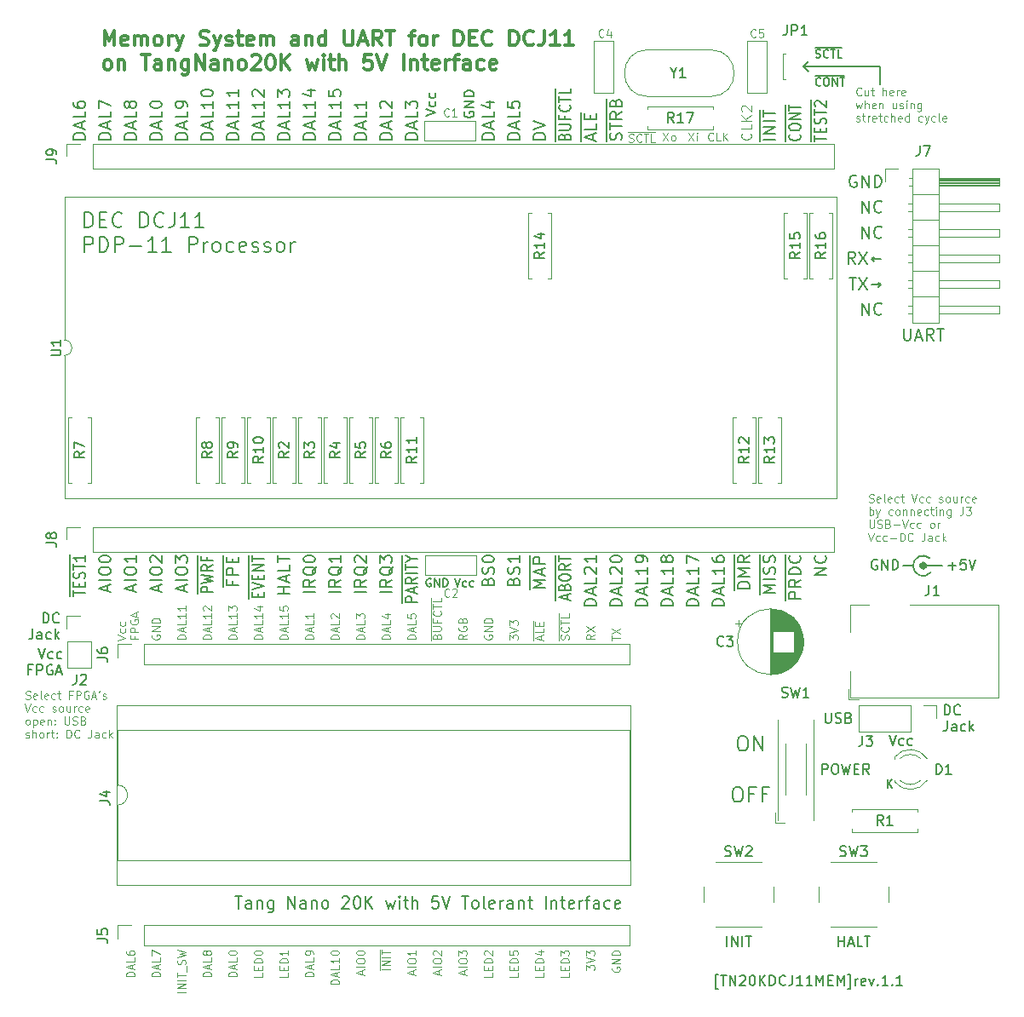
<source format=gbr>
%TF.GenerationSoftware,KiCad,Pcbnew,8.0.1*%
%TF.CreationDate,2024-04-25T09:35:45+09:00*%
%TF.ProjectId,TangNanoDCJ11MEM,54616e67-4e61-46e6-9f44-434a31314d45,rev?*%
%TF.SameCoordinates,Original*%
%TF.FileFunction,Legend,Top*%
%TF.FilePolarity,Positive*%
%FSLAX46Y46*%
G04 Gerber Fmt 4.6, Leading zero omitted, Abs format (unit mm)*
G04 Created by KiCad (PCBNEW 8.0.1) date 2024-04-25 09:35:45*
%MOMM*%
%LPD*%
G01*
G04 APERTURE LIST*
%ADD10C,0.150000*%
%ADD11C,0.100000*%
%ADD12C,0.200000*%
%ADD13C,0.300000*%
%ADD14C,0.120000*%
%ADD15C,0.500000*%
G04 APERTURE END LIST*
D10*
X87122000Y-6350000D02*
X87122000Y-8128000D01*
X80010000Y-5842000D02*
X79502000Y-6350000D01*
X79502000Y-6350000D02*
X80010000Y-6858000D01*
X79502000Y-6350000D02*
X87122000Y-6350000D01*
D11*
X25764895Y-96407694D02*
X25764895Y-96788646D01*
X25764895Y-96788646D02*
X24964895Y-96788646D01*
X25345847Y-96141027D02*
X25345847Y-95874361D01*
X25764895Y-95760075D02*
X25764895Y-96141027D01*
X25764895Y-96141027D02*
X24964895Y-96141027D01*
X24964895Y-96141027D02*
X24964895Y-95760075D01*
X25764895Y-95417217D02*
X24964895Y-95417217D01*
X24964895Y-95417217D02*
X24964895Y-95226741D01*
X24964895Y-95226741D02*
X25002990Y-95112455D01*
X25002990Y-95112455D02*
X25079180Y-95036265D01*
X25079180Y-95036265D02*
X25155371Y-94998170D01*
X25155371Y-94998170D02*
X25307752Y-94960074D01*
X25307752Y-94960074D02*
X25422038Y-94960074D01*
X25422038Y-94960074D02*
X25574419Y-94998170D01*
X25574419Y-94998170D02*
X25650609Y-95036265D01*
X25650609Y-95036265D02*
X25726800Y-95112455D01*
X25726800Y-95112455D02*
X25764895Y-95226741D01*
X25764895Y-95226741D02*
X25764895Y-95417217D01*
X24964895Y-94464836D02*
X24964895Y-94388646D01*
X24964895Y-94388646D02*
X25002990Y-94312455D01*
X25002990Y-94312455D02*
X25041085Y-94274360D01*
X25041085Y-94274360D02*
X25117276Y-94236265D01*
X25117276Y-94236265D02*
X25269657Y-94198170D01*
X25269657Y-94198170D02*
X25460133Y-94198170D01*
X25460133Y-94198170D02*
X25612514Y-94236265D01*
X25612514Y-94236265D02*
X25688704Y-94274360D01*
X25688704Y-94274360D02*
X25726800Y-94312455D01*
X25726800Y-94312455D02*
X25764895Y-94388646D01*
X25764895Y-94388646D02*
X25764895Y-94464836D01*
X25764895Y-94464836D02*
X25726800Y-94541027D01*
X25726800Y-94541027D02*
X25688704Y-94579122D01*
X25688704Y-94579122D02*
X25612514Y-94617217D01*
X25612514Y-94617217D02*
X25460133Y-94655313D01*
X25460133Y-94655313D02*
X25269657Y-94655313D01*
X25269657Y-94655313D02*
X25117276Y-94617217D01*
X25117276Y-94617217D02*
X25041085Y-94579122D01*
X25041085Y-94579122D02*
X25002990Y-94541027D01*
X25002990Y-94541027D02*
X24964895Y-94464836D01*
X23224895Y-96750550D02*
X22424895Y-96750550D01*
X22424895Y-96750550D02*
X22424895Y-96560074D01*
X22424895Y-96560074D02*
X22462990Y-96445788D01*
X22462990Y-96445788D02*
X22539180Y-96369598D01*
X22539180Y-96369598D02*
X22615371Y-96331503D01*
X22615371Y-96331503D02*
X22767752Y-96293407D01*
X22767752Y-96293407D02*
X22882038Y-96293407D01*
X22882038Y-96293407D02*
X23034419Y-96331503D01*
X23034419Y-96331503D02*
X23110609Y-96369598D01*
X23110609Y-96369598D02*
X23186800Y-96445788D01*
X23186800Y-96445788D02*
X23224895Y-96560074D01*
X23224895Y-96560074D02*
X23224895Y-96750550D01*
X22996323Y-95988646D02*
X22996323Y-95607693D01*
X23224895Y-96064836D02*
X22424895Y-95798169D01*
X22424895Y-95798169D02*
X23224895Y-95531503D01*
X23224895Y-94883884D02*
X23224895Y-95264836D01*
X23224895Y-95264836D02*
X22424895Y-95264836D01*
X22424895Y-94464836D02*
X22424895Y-94388646D01*
X22424895Y-94388646D02*
X22462990Y-94312455D01*
X22462990Y-94312455D02*
X22501085Y-94274360D01*
X22501085Y-94274360D02*
X22577276Y-94236265D01*
X22577276Y-94236265D02*
X22729657Y-94198170D01*
X22729657Y-94198170D02*
X22920133Y-94198170D01*
X22920133Y-94198170D02*
X23072514Y-94236265D01*
X23072514Y-94236265D02*
X23148704Y-94274360D01*
X23148704Y-94274360D02*
X23186800Y-94312455D01*
X23186800Y-94312455D02*
X23224895Y-94388646D01*
X23224895Y-94388646D02*
X23224895Y-94464836D01*
X23224895Y-94464836D02*
X23186800Y-94541027D01*
X23186800Y-94541027D02*
X23148704Y-94579122D01*
X23148704Y-94579122D02*
X23072514Y-94617217D01*
X23072514Y-94617217D02*
X22920133Y-94655313D01*
X22920133Y-94655313D02*
X22729657Y-94655313D01*
X22729657Y-94655313D02*
X22577276Y-94617217D01*
X22577276Y-94617217D02*
X22501085Y-94579122D01*
X22501085Y-94579122D02*
X22462990Y-94541027D01*
X22462990Y-94541027D02*
X22424895Y-94464836D01*
D10*
X79173057Y-13061792D02*
X79230200Y-13109411D01*
X79230200Y-13109411D02*
X79287342Y-13252268D01*
X79287342Y-13252268D02*
X79287342Y-13347506D01*
X79287342Y-13347506D02*
X79230200Y-13490363D01*
X79230200Y-13490363D02*
X79115914Y-13585601D01*
X79115914Y-13585601D02*
X79001628Y-13633220D01*
X79001628Y-13633220D02*
X78773057Y-13680839D01*
X78773057Y-13680839D02*
X78601628Y-13680839D01*
X78601628Y-13680839D02*
X78373057Y-13633220D01*
X78373057Y-13633220D02*
X78258771Y-13585601D01*
X78258771Y-13585601D02*
X78144485Y-13490363D01*
X78144485Y-13490363D02*
X78087342Y-13347506D01*
X78087342Y-13347506D02*
X78087342Y-13252268D01*
X78087342Y-13252268D02*
X78144485Y-13109411D01*
X78144485Y-13109411D02*
X78201628Y-13061792D01*
X78087342Y-12442744D02*
X78087342Y-12252268D01*
X78087342Y-12252268D02*
X78144485Y-12157030D01*
X78144485Y-12157030D02*
X78258771Y-12061792D01*
X78258771Y-12061792D02*
X78487342Y-12014173D01*
X78487342Y-12014173D02*
X78887342Y-12014173D01*
X78887342Y-12014173D02*
X79115914Y-12061792D01*
X79115914Y-12061792D02*
X79230200Y-12157030D01*
X79230200Y-12157030D02*
X79287342Y-12252268D01*
X79287342Y-12252268D02*
X79287342Y-12442744D01*
X79287342Y-12442744D02*
X79230200Y-12537982D01*
X79230200Y-12537982D02*
X79115914Y-12633220D01*
X79115914Y-12633220D02*
X78887342Y-12680839D01*
X78887342Y-12680839D02*
X78487342Y-12680839D01*
X78487342Y-12680839D02*
X78258771Y-12633220D01*
X78258771Y-12633220D02*
X78144485Y-12537982D01*
X78144485Y-12537982D02*
X78087342Y-12442744D01*
X79287342Y-11585601D02*
X78087342Y-11585601D01*
X78087342Y-11585601D02*
X79287342Y-11014173D01*
X79287342Y-11014173D02*
X78087342Y-11014173D01*
X78087342Y-10680839D02*
X78087342Y-10109411D01*
X79287342Y-10395125D02*
X78087342Y-10395125D01*
X77754200Y-13771316D02*
X77754200Y-10114173D01*
D11*
X57984895Y-96141027D02*
X57984895Y-95645789D01*
X57984895Y-95645789D02*
X58289657Y-95912455D01*
X58289657Y-95912455D02*
X58289657Y-95798170D01*
X58289657Y-95798170D02*
X58327752Y-95721979D01*
X58327752Y-95721979D02*
X58365847Y-95683884D01*
X58365847Y-95683884D02*
X58442038Y-95645789D01*
X58442038Y-95645789D02*
X58632514Y-95645789D01*
X58632514Y-95645789D02*
X58708704Y-95683884D01*
X58708704Y-95683884D02*
X58746800Y-95721979D01*
X58746800Y-95721979D02*
X58784895Y-95798170D01*
X58784895Y-95798170D02*
X58784895Y-96026741D01*
X58784895Y-96026741D02*
X58746800Y-96102932D01*
X58746800Y-96102932D02*
X58708704Y-96141027D01*
X57984895Y-95417217D02*
X58784895Y-95150550D01*
X58784895Y-95150550D02*
X57984895Y-94883884D01*
X57984895Y-94693408D02*
X57984895Y-94198170D01*
X57984895Y-94198170D02*
X58289657Y-94464836D01*
X58289657Y-94464836D02*
X58289657Y-94350551D01*
X58289657Y-94350551D02*
X58327752Y-94274360D01*
X58327752Y-94274360D02*
X58365847Y-94236265D01*
X58365847Y-94236265D02*
X58442038Y-94198170D01*
X58442038Y-94198170D02*
X58632514Y-94198170D01*
X58632514Y-94198170D02*
X58708704Y-94236265D01*
X58708704Y-94236265D02*
X58746800Y-94274360D01*
X58746800Y-94274360D02*
X58784895Y-94350551D01*
X58784895Y-94350551D02*
X58784895Y-94579122D01*
X58784895Y-94579122D02*
X58746800Y-94655313D01*
X58746800Y-94655313D02*
X58708704Y-94693408D01*
X56206800Y-63281830D02*
X56244895Y-63167544D01*
X56244895Y-63167544D02*
X56244895Y-62977068D01*
X56244895Y-62977068D02*
X56206800Y-62900877D01*
X56206800Y-62900877D02*
X56168704Y-62862782D01*
X56168704Y-62862782D02*
X56092514Y-62824687D01*
X56092514Y-62824687D02*
X56016323Y-62824687D01*
X56016323Y-62824687D02*
X55940133Y-62862782D01*
X55940133Y-62862782D02*
X55902038Y-62900877D01*
X55902038Y-62900877D02*
X55863942Y-62977068D01*
X55863942Y-62977068D02*
X55825847Y-63129449D01*
X55825847Y-63129449D02*
X55787752Y-63205639D01*
X55787752Y-63205639D02*
X55749657Y-63243734D01*
X55749657Y-63243734D02*
X55673466Y-63281830D01*
X55673466Y-63281830D02*
X55597276Y-63281830D01*
X55597276Y-63281830D02*
X55521085Y-63243734D01*
X55521085Y-63243734D02*
X55482990Y-63205639D01*
X55482990Y-63205639D02*
X55444895Y-63129449D01*
X55444895Y-63129449D02*
X55444895Y-62938972D01*
X55444895Y-62938972D02*
X55482990Y-62824687D01*
X56168704Y-62024686D02*
X56206800Y-62062782D01*
X56206800Y-62062782D02*
X56244895Y-62177067D01*
X56244895Y-62177067D02*
X56244895Y-62253258D01*
X56244895Y-62253258D02*
X56206800Y-62367544D01*
X56206800Y-62367544D02*
X56130609Y-62443734D01*
X56130609Y-62443734D02*
X56054419Y-62481829D01*
X56054419Y-62481829D02*
X55902038Y-62519925D01*
X55902038Y-62519925D02*
X55787752Y-62519925D01*
X55787752Y-62519925D02*
X55635371Y-62481829D01*
X55635371Y-62481829D02*
X55559180Y-62443734D01*
X55559180Y-62443734D02*
X55482990Y-62367544D01*
X55482990Y-62367544D02*
X55444895Y-62253258D01*
X55444895Y-62253258D02*
X55444895Y-62177067D01*
X55444895Y-62177067D02*
X55482990Y-62062782D01*
X55482990Y-62062782D02*
X55521085Y-62024686D01*
X55444895Y-61796115D02*
X55444895Y-61338972D01*
X56244895Y-61567544D02*
X55444895Y-61567544D01*
X56244895Y-60691353D02*
X56244895Y-61072305D01*
X56244895Y-61072305D02*
X55444895Y-61072305D01*
X55222800Y-63354211D02*
X55222800Y-60695163D01*
D10*
X36107342Y-13585601D02*
X34907342Y-13585601D01*
X34907342Y-13585601D02*
X34907342Y-13299887D01*
X34907342Y-13299887D02*
X34964485Y-13128458D01*
X34964485Y-13128458D02*
X35078771Y-13014173D01*
X35078771Y-13014173D02*
X35193057Y-12957030D01*
X35193057Y-12957030D02*
X35421628Y-12899887D01*
X35421628Y-12899887D02*
X35593057Y-12899887D01*
X35593057Y-12899887D02*
X35821628Y-12957030D01*
X35821628Y-12957030D02*
X35935914Y-13014173D01*
X35935914Y-13014173D02*
X36050200Y-13128458D01*
X36050200Y-13128458D02*
X36107342Y-13299887D01*
X36107342Y-13299887D02*
X36107342Y-13585601D01*
X35764485Y-12442744D02*
X35764485Y-11871316D01*
X36107342Y-12557030D02*
X34907342Y-12157030D01*
X34907342Y-12157030D02*
X36107342Y-11757030D01*
X36107342Y-10785602D02*
X36107342Y-11357030D01*
X36107342Y-11357030D02*
X34907342Y-11357030D01*
X36107342Y-9757030D02*
X36107342Y-10442744D01*
X36107342Y-10099887D02*
X34907342Y-10099887D01*
X34907342Y-10099887D02*
X35078771Y-10214173D01*
X35078771Y-10214173D02*
X35193057Y-10328458D01*
X35193057Y-10328458D02*
X35250200Y-10442744D01*
X38647342Y-13585601D02*
X37447342Y-13585601D01*
X37447342Y-13585601D02*
X37447342Y-13299887D01*
X37447342Y-13299887D02*
X37504485Y-13128458D01*
X37504485Y-13128458D02*
X37618771Y-13014173D01*
X37618771Y-13014173D02*
X37733057Y-12957030D01*
X37733057Y-12957030D02*
X37961628Y-12899887D01*
X37961628Y-12899887D02*
X38133057Y-12899887D01*
X38133057Y-12899887D02*
X38361628Y-12957030D01*
X38361628Y-12957030D02*
X38475914Y-13014173D01*
X38475914Y-13014173D02*
X38590200Y-13128458D01*
X38590200Y-13128458D02*
X38647342Y-13299887D01*
X38647342Y-13299887D02*
X38647342Y-13585601D01*
X38304485Y-12442744D02*
X38304485Y-11871316D01*
X38647342Y-12557030D02*
X37447342Y-12157030D01*
X37447342Y-12157030D02*
X38647342Y-11757030D01*
X38647342Y-10785602D02*
X38647342Y-11357030D01*
X38647342Y-11357030D02*
X37447342Y-11357030D01*
X37561628Y-10442744D02*
X37504485Y-10385601D01*
X37504485Y-10385601D02*
X37447342Y-10271316D01*
X37447342Y-10271316D02*
X37447342Y-9985601D01*
X37447342Y-9985601D02*
X37504485Y-9871316D01*
X37504485Y-9871316D02*
X37561628Y-9814173D01*
X37561628Y-9814173D02*
X37675914Y-9757030D01*
X37675914Y-9757030D02*
X37790200Y-9757030D01*
X37790200Y-9757030D02*
X37961628Y-9814173D01*
X37961628Y-9814173D02*
X38647342Y-10499887D01*
X38647342Y-10499887D02*
X38647342Y-9757030D01*
X36107342Y-58594398D02*
X34907342Y-58594398D01*
X36107342Y-57337255D02*
X35535914Y-57737255D01*
X36107342Y-58022969D02*
X34907342Y-58022969D01*
X34907342Y-58022969D02*
X34907342Y-57565826D01*
X34907342Y-57565826D02*
X34964485Y-57451541D01*
X34964485Y-57451541D02*
X35021628Y-57394398D01*
X35021628Y-57394398D02*
X35135914Y-57337255D01*
X35135914Y-57337255D02*
X35307342Y-57337255D01*
X35307342Y-57337255D02*
X35421628Y-57394398D01*
X35421628Y-57394398D02*
X35478771Y-57451541D01*
X35478771Y-57451541D02*
X35535914Y-57565826D01*
X35535914Y-57565826D02*
X35535914Y-58022969D01*
X36221628Y-56022969D02*
X36164485Y-56137255D01*
X36164485Y-56137255D02*
X36050200Y-56251541D01*
X36050200Y-56251541D02*
X35878771Y-56422969D01*
X35878771Y-56422969D02*
X35821628Y-56537255D01*
X35821628Y-56537255D02*
X35821628Y-56651541D01*
X36107342Y-56594398D02*
X36050200Y-56708684D01*
X36050200Y-56708684D02*
X35935914Y-56822969D01*
X35935914Y-56822969D02*
X35707342Y-56880112D01*
X35707342Y-56880112D02*
X35307342Y-56880112D01*
X35307342Y-56880112D02*
X35078771Y-56822969D01*
X35078771Y-56822969D02*
X34964485Y-56708684D01*
X34964485Y-56708684D02*
X34907342Y-56594398D01*
X34907342Y-56594398D02*
X34907342Y-56365826D01*
X34907342Y-56365826D02*
X34964485Y-56251541D01*
X34964485Y-56251541D02*
X35078771Y-56137255D01*
X35078771Y-56137255D02*
X35307342Y-56080112D01*
X35307342Y-56080112D02*
X35707342Y-56080112D01*
X35707342Y-56080112D02*
X35935914Y-56137255D01*
X35935914Y-56137255D02*
X36050200Y-56251541D01*
X36050200Y-56251541D02*
X36107342Y-56365826D01*
X36107342Y-56365826D02*
X36107342Y-56594398D01*
X35021628Y-55622969D02*
X34964485Y-55565826D01*
X34964485Y-55565826D02*
X34907342Y-55451541D01*
X34907342Y-55451541D02*
X34907342Y-55165826D01*
X34907342Y-55165826D02*
X34964485Y-55051541D01*
X34964485Y-55051541D02*
X35021628Y-54994398D01*
X35021628Y-54994398D02*
X35135914Y-54937255D01*
X35135914Y-54937255D02*
X35250200Y-54937255D01*
X35250200Y-54937255D02*
X35421628Y-54994398D01*
X35421628Y-54994398D02*
X36107342Y-55680112D01*
X36107342Y-55680112D02*
X36107342Y-54937255D01*
X85359887Y-31027342D02*
X85359887Y-29827342D01*
X85359887Y-29827342D02*
X86045601Y-31027342D01*
X86045601Y-31027342D02*
X86045601Y-29827342D01*
X87302744Y-30913057D02*
X87245601Y-30970200D01*
X87245601Y-30970200D02*
X87074173Y-31027342D01*
X87074173Y-31027342D02*
X86959887Y-31027342D01*
X86959887Y-31027342D02*
X86788458Y-30970200D01*
X86788458Y-30970200D02*
X86674173Y-30855914D01*
X86674173Y-30855914D02*
X86617030Y-30741628D01*
X86617030Y-30741628D02*
X86559887Y-30513057D01*
X86559887Y-30513057D02*
X86559887Y-30341628D01*
X86559887Y-30341628D02*
X86617030Y-30113057D01*
X86617030Y-30113057D02*
X86674173Y-29998771D01*
X86674173Y-29998771D02*
X86788458Y-29884485D01*
X86788458Y-29884485D02*
X86959887Y-29827342D01*
X86959887Y-29827342D02*
X87074173Y-29827342D01*
X87074173Y-29827342D02*
X87245601Y-29884485D01*
X87245601Y-29884485D02*
X87302744Y-29941628D01*
X55798771Y-13299887D02*
X55855914Y-13157030D01*
X55855914Y-13157030D02*
X55913057Y-13109411D01*
X55913057Y-13109411D02*
X56027342Y-13061792D01*
X56027342Y-13061792D02*
X56198771Y-13061792D01*
X56198771Y-13061792D02*
X56313057Y-13109411D01*
X56313057Y-13109411D02*
X56370200Y-13157030D01*
X56370200Y-13157030D02*
X56427342Y-13252268D01*
X56427342Y-13252268D02*
X56427342Y-13633220D01*
X56427342Y-13633220D02*
X55227342Y-13633220D01*
X55227342Y-13633220D02*
X55227342Y-13299887D01*
X55227342Y-13299887D02*
X55284485Y-13204649D01*
X55284485Y-13204649D02*
X55341628Y-13157030D01*
X55341628Y-13157030D02*
X55455914Y-13109411D01*
X55455914Y-13109411D02*
X55570200Y-13109411D01*
X55570200Y-13109411D02*
X55684485Y-13157030D01*
X55684485Y-13157030D02*
X55741628Y-13204649D01*
X55741628Y-13204649D02*
X55798771Y-13299887D01*
X55798771Y-13299887D02*
X55798771Y-13633220D01*
X55227342Y-12633220D02*
X56198771Y-12633220D01*
X56198771Y-12633220D02*
X56313057Y-12585601D01*
X56313057Y-12585601D02*
X56370200Y-12537982D01*
X56370200Y-12537982D02*
X56427342Y-12442744D01*
X56427342Y-12442744D02*
X56427342Y-12252268D01*
X56427342Y-12252268D02*
X56370200Y-12157030D01*
X56370200Y-12157030D02*
X56313057Y-12109411D01*
X56313057Y-12109411D02*
X56198771Y-12061792D01*
X56198771Y-12061792D02*
X55227342Y-12061792D01*
X55798771Y-11252268D02*
X55798771Y-11585601D01*
X56427342Y-11585601D02*
X55227342Y-11585601D01*
X55227342Y-11585601D02*
X55227342Y-11109411D01*
X56313057Y-10157030D02*
X56370200Y-10204649D01*
X56370200Y-10204649D02*
X56427342Y-10347506D01*
X56427342Y-10347506D02*
X56427342Y-10442744D01*
X56427342Y-10442744D02*
X56370200Y-10585601D01*
X56370200Y-10585601D02*
X56255914Y-10680839D01*
X56255914Y-10680839D02*
X56141628Y-10728458D01*
X56141628Y-10728458D02*
X55913057Y-10776077D01*
X55913057Y-10776077D02*
X55741628Y-10776077D01*
X55741628Y-10776077D02*
X55513057Y-10728458D01*
X55513057Y-10728458D02*
X55398771Y-10680839D01*
X55398771Y-10680839D02*
X55284485Y-10585601D01*
X55284485Y-10585601D02*
X55227342Y-10442744D01*
X55227342Y-10442744D02*
X55227342Y-10347506D01*
X55227342Y-10347506D02*
X55284485Y-10204649D01*
X55284485Y-10204649D02*
X55341628Y-10157030D01*
X55227342Y-9871315D02*
X55227342Y-9299887D01*
X56427342Y-9585601D02*
X55227342Y-9585601D01*
X56427342Y-8490363D02*
X56427342Y-8966553D01*
X56427342Y-8966553D02*
X55227342Y-8966553D01*
X54894200Y-13771316D02*
X54894200Y-8495125D01*
D11*
X35696323Y-96560074D02*
X35696323Y-96179121D01*
X35924895Y-96636264D02*
X35124895Y-96369597D01*
X35124895Y-96369597D02*
X35924895Y-96102931D01*
X35924895Y-95836264D02*
X35124895Y-95836264D01*
X35124895Y-95302931D02*
X35124895Y-95150550D01*
X35124895Y-95150550D02*
X35162990Y-95074360D01*
X35162990Y-95074360D02*
X35239180Y-94998169D01*
X35239180Y-94998169D02*
X35391561Y-94960074D01*
X35391561Y-94960074D02*
X35658228Y-94960074D01*
X35658228Y-94960074D02*
X35810609Y-94998169D01*
X35810609Y-94998169D02*
X35886800Y-95074360D01*
X35886800Y-95074360D02*
X35924895Y-95150550D01*
X35924895Y-95150550D02*
X35924895Y-95302931D01*
X35924895Y-95302931D02*
X35886800Y-95379122D01*
X35886800Y-95379122D02*
X35810609Y-95455312D01*
X35810609Y-95455312D02*
X35658228Y-95493408D01*
X35658228Y-95493408D02*
X35391561Y-95493408D01*
X35391561Y-95493408D02*
X35239180Y-95455312D01*
X35239180Y-95455312D02*
X35162990Y-95379122D01*
X35162990Y-95379122D02*
X35124895Y-95302931D01*
X35124895Y-94464836D02*
X35124895Y-94388646D01*
X35124895Y-94388646D02*
X35162990Y-94312455D01*
X35162990Y-94312455D02*
X35201085Y-94274360D01*
X35201085Y-94274360D02*
X35277276Y-94236265D01*
X35277276Y-94236265D02*
X35429657Y-94198170D01*
X35429657Y-94198170D02*
X35620133Y-94198170D01*
X35620133Y-94198170D02*
X35772514Y-94236265D01*
X35772514Y-94236265D02*
X35848704Y-94274360D01*
X35848704Y-94274360D02*
X35886800Y-94312455D01*
X35886800Y-94312455D02*
X35924895Y-94388646D01*
X35924895Y-94388646D02*
X35924895Y-94464836D01*
X35924895Y-94464836D02*
X35886800Y-94541027D01*
X35886800Y-94541027D02*
X35848704Y-94579122D01*
X35848704Y-94579122D02*
X35772514Y-94617217D01*
X35772514Y-94617217D02*
X35620133Y-94655313D01*
X35620133Y-94655313D02*
X35429657Y-94655313D01*
X35429657Y-94655313D02*
X35277276Y-94617217D01*
X35277276Y-94617217D02*
X35201085Y-94579122D01*
X35201085Y-94579122D02*
X35162990Y-94541027D01*
X35162990Y-94541027D02*
X35124895Y-94464836D01*
D10*
X41999819Y-11236077D02*
X42999819Y-10902744D01*
X42999819Y-10902744D02*
X41999819Y-10569411D01*
X42952200Y-9807506D02*
X42999819Y-9902744D01*
X42999819Y-9902744D02*
X42999819Y-10093220D01*
X42999819Y-10093220D02*
X42952200Y-10188458D01*
X42952200Y-10188458D02*
X42904580Y-10236077D01*
X42904580Y-10236077D02*
X42809342Y-10283696D01*
X42809342Y-10283696D02*
X42523628Y-10283696D01*
X42523628Y-10283696D02*
X42428390Y-10236077D01*
X42428390Y-10236077D02*
X42380771Y-10188458D01*
X42380771Y-10188458D02*
X42333152Y-10093220D01*
X42333152Y-10093220D02*
X42333152Y-9902744D01*
X42333152Y-9902744D02*
X42380771Y-9807506D01*
X42952200Y-8950363D02*
X42999819Y-9045601D01*
X42999819Y-9045601D02*
X42999819Y-9236077D01*
X42999819Y-9236077D02*
X42952200Y-9331315D01*
X42952200Y-9331315D02*
X42904580Y-9378934D01*
X42904580Y-9378934D02*
X42809342Y-9426553D01*
X42809342Y-9426553D02*
X42523628Y-9426553D01*
X42523628Y-9426553D02*
X42428390Y-9378934D01*
X42428390Y-9378934D02*
X42380771Y-9331315D01*
X42380771Y-9331315D02*
X42333152Y-9236077D01*
X42333152Y-9236077D02*
X42333152Y-9045601D01*
X42333152Y-9045601D02*
X42380771Y-8950363D01*
D11*
X18144895Y-98350550D02*
X17344895Y-98350550D01*
X18144895Y-97969598D02*
X17344895Y-97969598D01*
X17344895Y-97969598D02*
X18144895Y-97512455D01*
X18144895Y-97512455D02*
X17344895Y-97512455D01*
X18144895Y-97131503D02*
X17344895Y-97131503D01*
X17344895Y-96864837D02*
X17344895Y-96407694D01*
X18144895Y-96636266D02*
X17344895Y-96636266D01*
X18221085Y-96331504D02*
X18221085Y-95721980D01*
X18106800Y-95569599D02*
X18144895Y-95455313D01*
X18144895Y-95455313D02*
X18144895Y-95264837D01*
X18144895Y-95264837D02*
X18106800Y-95188646D01*
X18106800Y-95188646D02*
X18068704Y-95150551D01*
X18068704Y-95150551D02*
X17992514Y-95112456D01*
X17992514Y-95112456D02*
X17916323Y-95112456D01*
X17916323Y-95112456D02*
X17840133Y-95150551D01*
X17840133Y-95150551D02*
X17802038Y-95188646D01*
X17802038Y-95188646D02*
X17763942Y-95264837D01*
X17763942Y-95264837D02*
X17725847Y-95417218D01*
X17725847Y-95417218D02*
X17687752Y-95493408D01*
X17687752Y-95493408D02*
X17649657Y-95531503D01*
X17649657Y-95531503D02*
X17573466Y-95569599D01*
X17573466Y-95569599D02*
X17497276Y-95569599D01*
X17497276Y-95569599D02*
X17421085Y-95531503D01*
X17421085Y-95531503D02*
X17382990Y-95493408D01*
X17382990Y-95493408D02*
X17344895Y-95417218D01*
X17344895Y-95417218D02*
X17344895Y-95226741D01*
X17344895Y-95226741D02*
X17382990Y-95112456D01*
X17344895Y-94845789D02*
X18144895Y-94655313D01*
X18144895Y-94655313D02*
X17573466Y-94502932D01*
X17573466Y-94502932D02*
X18144895Y-94350551D01*
X18144895Y-94350551D02*
X17344895Y-94160075D01*
X53704895Y-96407694D02*
X53704895Y-96788646D01*
X53704895Y-96788646D02*
X52904895Y-96788646D01*
X53285847Y-96141027D02*
X53285847Y-95874361D01*
X53704895Y-95760075D02*
X53704895Y-96141027D01*
X53704895Y-96141027D02*
X52904895Y-96141027D01*
X52904895Y-96141027D02*
X52904895Y-95760075D01*
X53704895Y-95417217D02*
X52904895Y-95417217D01*
X52904895Y-95417217D02*
X52904895Y-95226741D01*
X52904895Y-95226741D02*
X52942990Y-95112455D01*
X52942990Y-95112455D02*
X53019180Y-95036265D01*
X53019180Y-95036265D02*
X53095371Y-94998170D01*
X53095371Y-94998170D02*
X53247752Y-94960074D01*
X53247752Y-94960074D02*
X53362038Y-94960074D01*
X53362038Y-94960074D02*
X53514419Y-94998170D01*
X53514419Y-94998170D02*
X53590609Y-95036265D01*
X53590609Y-95036265D02*
X53666800Y-95112455D01*
X53666800Y-95112455D02*
X53704895Y-95226741D01*
X53704895Y-95226741D02*
X53704895Y-95417217D01*
X53171561Y-94274360D02*
X53704895Y-94274360D01*
X52866800Y-94464836D02*
X53438228Y-94655313D01*
X53438228Y-94655313D02*
X53438228Y-94160074D01*
D10*
X6967342Y-58946779D02*
X6967342Y-58375351D01*
X8167342Y-58661065D02*
X6967342Y-58661065D01*
X7538771Y-58042017D02*
X7538771Y-57708684D01*
X8167342Y-57565827D02*
X8167342Y-58042017D01*
X8167342Y-58042017D02*
X6967342Y-58042017D01*
X6967342Y-58042017D02*
X6967342Y-57565827D01*
X8110200Y-57184874D02*
X8167342Y-57042017D01*
X8167342Y-57042017D02*
X8167342Y-56803922D01*
X8167342Y-56803922D02*
X8110200Y-56708684D01*
X8110200Y-56708684D02*
X8053057Y-56661065D01*
X8053057Y-56661065D02*
X7938771Y-56613446D01*
X7938771Y-56613446D02*
X7824485Y-56613446D01*
X7824485Y-56613446D02*
X7710200Y-56661065D01*
X7710200Y-56661065D02*
X7653057Y-56708684D01*
X7653057Y-56708684D02*
X7595914Y-56803922D01*
X7595914Y-56803922D02*
X7538771Y-56994398D01*
X7538771Y-56994398D02*
X7481628Y-57089636D01*
X7481628Y-57089636D02*
X7424485Y-57137255D01*
X7424485Y-57137255D02*
X7310200Y-57184874D01*
X7310200Y-57184874D02*
X7195914Y-57184874D01*
X7195914Y-57184874D02*
X7081628Y-57137255D01*
X7081628Y-57137255D02*
X7024485Y-57089636D01*
X7024485Y-57089636D02*
X6967342Y-56994398D01*
X6967342Y-56994398D02*
X6967342Y-56756303D01*
X6967342Y-56756303D02*
X7024485Y-56613446D01*
X6967342Y-56327731D02*
X6967342Y-55756303D01*
X8167342Y-56042017D02*
X6967342Y-56042017D01*
X8167342Y-54899160D02*
X8167342Y-55470588D01*
X8167342Y-55184874D02*
X6967342Y-55184874D01*
X6967342Y-55184874D02*
X7138771Y-55280112D01*
X7138771Y-55280112D02*
X7253057Y-55375350D01*
X7253057Y-55375350D02*
X7310200Y-55470588D01*
X6634200Y-58942018D02*
X6634200Y-54808684D01*
D11*
X60524895Y-63358020D02*
X60524895Y-62900877D01*
X61324895Y-63129449D02*
X60524895Y-63129449D01*
X60524895Y-62710401D02*
X61324895Y-62177067D01*
X60524895Y-62177067D02*
X61324895Y-62710401D01*
D10*
X81721411Y-70574819D02*
X81721411Y-71384342D01*
X81721411Y-71384342D02*
X81769030Y-71479580D01*
X81769030Y-71479580D02*
X81816649Y-71527200D01*
X81816649Y-71527200D02*
X81911887Y-71574819D01*
X81911887Y-71574819D02*
X82102363Y-71574819D01*
X82102363Y-71574819D02*
X82197601Y-71527200D01*
X82197601Y-71527200D02*
X82245220Y-71479580D01*
X82245220Y-71479580D02*
X82292839Y-71384342D01*
X82292839Y-71384342D02*
X82292839Y-70574819D01*
X82721411Y-71527200D02*
X82864268Y-71574819D01*
X82864268Y-71574819D02*
X83102363Y-71574819D01*
X83102363Y-71574819D02*
X83197601Y-71527200D01*
X83197601Y-71527200D02*
X83245220Y-71479580D01*
X83245220Y-71479580D02*
X83292839Y-71384342D01*
X83292839Y-71384342D02*
X83292839Y-71289104D01*
X83292839Y-71289104D02*
X83245220Y-71193866D01*
X83245220Y-71193866D02*
X83197601Y-71146247D01*
X83197601Y-71146247D02*
X83102363Y-71098628D01*
X83102363Y-71098628D02*
X82911887Y-71051009D01*
X82911887Y-71051009D02*
X82816649Y-71003390D01*
X82816649Y-71003390D02*
X82769030Y-70955771D01*
X82769030Y-70955771D02*
X82721411Y-70860533D01*
X82721411Y-70860533D02*
X82721411Y-70765295D01*
X82721411Y-70765295D02*
X82769030Y-70670057D01*
X82769030Y-70670057D02*
X82816649Y-70622438D01*
X82816649Y-70622438D02*
X82911887Y-70574819D01*
X82911887Y-70574819D02*
X83149982Y-70574819D01*
X83149982Y-70574819D02*
X83292839Y-70622438D01*
X84054744Y-71051009D02*
X84197601Y-71098628D01*
X84197601Y-71098628D02*
X84245220Y-71146247D01*
X84245220Y-71146247D02*
X84292839Y-71241485D01*
X84292839Y-71241485D02*
X84292839Y-71384342D01*
X84292839Y-71384342D02*
X84245220Y-71479580D01*
X84245220Y-71479580D02*
X84197601Y-71527200D01*
X84197601Y-71527200D02*
X84102363Y-71574819D01*
X84102363Y-71574819D02*
X83721411Y-71574819D01*
X83721411Y-71574819D02*
X83721411Y-70574819D01*
X83721411Y-70574819D02*
X84054744Y-70574819D01*
X84054744Y-70574819D02*
X84149982Y-70622438D01*
X84149982Y-70622438D02*
X84197601Y-70670057D01*
X84197601Y-70670057D02*
X84245220Y-70765295D01*
X84245220Y-70765295D02*
X84245220Y-70860533D01*
X84245220Y-70860533D02*
X84197601Y-70955771D01*
X84197601Y-70955771D02*
X84149982Y-71003390D01*
X84149982Y-71003390D02*
X84054744Y-71051009D01*
X84054744Y-71051009D02*
X83721411Y-71051009D01*
X74207342Y-58194398D02*
X73007342Y-58194398D01*
X73007342Y-58194398D02*
X73007342Y-57908684D01*
X73007342Y-57908684D02*
X73064485Y-57737255D01*
X73064485Y-57737255D02*
X73178771Y-57622970D01*
X73178771Y-57622970D02*
X73293057Y-57565827D01*
X73293057Y-57565827D02*
X73521628Y-57508684D01*
X73521628Y-57508684D02*
X73693057Y-57508684D01*
X73693057Y-57508684D02*
X73921628Y-57565827D01*
X73921628Y-57565827D02*
X74035914Y-57622970D01*
X74035914Y-57622970D02*
X74150200Y-57737255D01*
X74150200Y-57737255D02*
X74207342Y-57908684D01*
X74207342Y-57908684D02*
X74207342Y-58194398D01*
X74207342Y-56994398D02*
X73007342Y-56994398D01*
X73007342Y-56994398D02*
X73864485Y-56594398D01*
X73864485Y-56594398D02*
X73007342Y-56194398D01*
X73007342Y-56194398D02*
X74207342Y-56194398D01*
X74207342Y-54937255D02*
X73635914Y-55337255D01*
X74207342Y-55622969D02*
X73007342Y-55622969D01*
X73007342Y-55622969D02*
X73007342Y-55165826D01*
X73007342Y-55165826D02*
X73064485Y-55051541D01*
X73064485Y-55051541D02*
X73121628Y-54994398D01*
X73121628Y-54994398D02*
X73235914Y-54937255D01*
X73235914Y-54937255D02*
X73407342Y-54937255D01*
X73407342Y-54937255D02*
X73521628Y-54994398D01*
X73521628Y-54994398D02*
X73578771Y-55051541D01*
X73578771Y-55051541D02*
X73635914Y-55165826D01*
X73635914Y-55165826D02*
X73635914Y-55622969D01*
X72674200Y-58360113D02*
X72674200Y-54828684D01*
D11*
X28304895Y-96407694D02*
X28304895Y-96788646D01*
X28304895Y-96788646D02*
X27504895Y-96788646D01*
X27885847Y-96141027D02*
X27885847Y-95874361D01*
X28304895Y-95760075D02*
X28304895Y-96141027D01*
X28304895Y-96141027D02*
X27504895Y-96141027D01*
X27504895Y-96141027D02*
X27504895Y-95760075D01*
X28304895Y-95417217D02*
X27504895Y-95417217D01*
X27504895Y-95417217D02*
X27504895Y-95226741D01*
X27504895Y-95226741D02*
X27542990Y-95112455D01*
X27542990Y-95112455D02*
X27619180Y-95036265D01*
X27619180Y-95036265D02*
X27695371Y-94998170D01*
X27695371Y-94998170D02*
X27847752Y-94960074D01*
X27847752Y-94960074D02*
X27962038Y-94960074D01*
X27962038Y-94960074D02*
X28114419Y-94998170D01*
X28114419Y-94998170D02*
X28190609Y-95036265D01*
X28190609Y-95036265D02*
X28266800Y-95112455D01*
X28266800Y-95112455D02*
X28304895Y-95226741D01*
X28304895Y-95226741D02*
X28304895Y-95417217D01*
X28304895Y-94198170D02*
X28304895Y-94655313D01*
X28304895Y-94426741D02*
X27504895Y-94426741D01*
X27504895Y-94426741D02*
X27619180Y-94502932D01*
X27619180Y-94502932D02*
X27695371Y-94579122D01*
X27695371Y-94579122D02*
X27733466Y-94655313D01*
D10*
X84674173Y-25947342D02*
X84274173Y-25375914D01*
X83988459Y-25947342D02*
X83988459Y-24747342D01*
X83988459Y-24747342D02*
X84445602Y-24747342D01*
X84445602Y-24747342D02*
X84559887Y-24804485D01*
X84559887Y-24804485D02*
X84617030Y-24861628D01*
X84617030Y-24861628D02*
X84674173Y-24975914D01*
X84674173Y-24975914D02*
X84674173Y-25147342D01*
X84674173Y-25147342D02*
X84617030Y-25261628D01*
X84617030Y-25261628D02*
X84559887Y-25318771D01*
X84559887Y-25318771D02*
X84445602Y-25375914D01*
X84445602Y-25375914D02*
X83988459Y-25375914D01*
X85074173Y-24747342D02*
X85874173Y-25947342D01*
X85874173Y-24747342D02*
X85074173Y-25947342D01*
X87245602Y-25490200D02*
X86331316Y-25490200D01*
X86559887Y-25718771D02*
X86331316Y-25490200D01*
X86331316Y-25490200D02*
X86559887Y-25261628D01*
X84102744Y-27287342D02*
X84788459Y-27287342D01*
X84445601Y-28487342D02*
X84445601Y-27287342D01*
X85074173Y-27287342D02*
X85874173Y-28487342D01*
X85874173Y-27287342D02*
X85074173Y-28487342D01*
X86331316Y-28030200D02*
X87245602Y-28030200D01*
X87017030Y-28258771D02*
X87245602Y-28030200D01*
X87245602Y-28030200D02*
X87017030Y-27801628D01*
X31027342Y-58594398D02*
X29827342Y-58594398D01*
X31027342Y-57337255D02*
X30455914Y-57737255D01*
X31027342Y-58022969D02*
X29827342Y-58022969D01*
X29827342Y-58022969D02*
X29827342Y-57565826D01*
X29827342Y-57565826D02*
X29884485Y-57451541D01*
X29884485Y-57451541D02*
X29941628Y-57394398D01*
X29941628Y-57394398D02*
X30055914Y-57337255D01*
X30055914Y-57337255D02*
X30227342Y-57337255D01*
X30227342Y-57337255D02*
X30341628Y-57394398D01*
X30341628Y-57394398D02*
X30398771Y-57451541D01*
X30398771Y-57451541D02*
X30455914Y-57565826D01*
X30455914Y-57565826D02*
X30455914Y-58022969D01*
X31141628Y-56022969D02*
X31084485Y-56137255D01*
X31084485Y-56137255D02*
X30970200Y-56251541D01*
X30970200Y-56251541D02*
X30798771Y-56422969D01*
X30798771Y-56422969D02*
X30741628Y-56537255D01*
X30741628Y-56537255D02*
X30741628Y-56651541D01*
X31027342Y-56594398D02*
X30970200Y-56708684D01*
X30970200Y-56708684D02*
X30855914Y-56822969D01*
X30855914Y-56822969D02*
X30627342Y-56880112D01*
X30627342Y-56880112D02*
X30227342Y-56880112D01*
X30227342Y-56880112D02*
X29998771Y-56822969D01*
X29998771Y-56822969D02*
X29884485Y-56708684D01*
X29884485Y-56708684D02*
X29827342Y-56594398D01*
X29827342Y-56594398D02*
X29827342Y-56365826D01*
X29827342Y-56365826D02*
X29884485Y-56251541D01*
X29884485Y-56251541D02*
X29998771Y-56137255D01*
X29998771Y-56137255D02*
X30227342Y-56080112D01*
X30227342Y-56080112D02*
X30627342Y-56080112D01*
X30627342Y-56080112D02*
X30855914Y-56137255D01*
X30855914Y-56137255D02*
X30970200Y-56251541D01*
X30970200Y-56251541D02*
X31027342Y-56365826D01*
X31027342Y-56365826D02*
X31027342Y-56594398D01*
X29827342Y-55337255D02*
X29827342Y-55222969D01*
X29827342Y-55222969D02*
X29884485Y-55108683D01*
X29884485Y-55108683D02*
X29941628Y-55051541D01*
X29941628Y-55051541D02*
X30055914Y-54994398D01*
X30055914Y-54994398D02*
X30284485Y-54937255D01*
X30284485Y-54937255D02*
X30570200Y-54937255D01*
X30570200Y-54937255D02*
X30798771Y-54994398D01*
X30798771Y-54994398D02*
X30913057Y-55051541D01*
X30913057Y-55051541D02*
X30970200Y-55108683D01*
X30970200Y-55108683D02*
X31027342Y-55222969D01*
X31027342Y-55222969D02*
X31027342Y-55337255D01*
X31027342Y-55337255D02*
X30970200Y-55451541D01*
X30970200Y-55451541D02*
X30913057Y-55508683D01*
X30913057Y-55508683D02*
X30798771Y-55565826D01*
X30798771Y-55565826D02*
X30570200Y-55622969D01*
X30570200Y-55622969D02*
X30284485Y-55622969D01*
X30284485Y-55622969D02*
X30055914Y-55565826D01*
X30055914Y-55565826D02*
X29941628Y-55508683D01*
X29941628Y-55508683D02*
X29884485Y-55451541D01*
X29884485Y-55451541D02*
X29827342Y-55337255D01*
D11*
X33384895Y-63243734D02*
X32584895Y-63243734D01*
X32584895Y-63243734D02*
X32584895Y-63053258D01*
X32584895Y-63053258D02*
X32622990Y-62938972D01*
X32622990Y-62938972D02*
X32699180Y-62862782D01*
X32699180Y-62862782D02*
X32775371Y-62824687D01*
X32775371Y-62824687D02*
X32927752Y-62786591D01*
X32927752Y-62786591D02*
X33042038Y-62786591D01*
X33042038Y-62786591D02*
X33194419Y-62824687D01*
X33194419Y-62824687D02*
X33270609Y-62862782D01*
X33270609Y-62862782D02*
X33346800Y-62938972D01*
X33346800Y-62938972D02*
X33384895Y-63053258D01*
X33384895Y-63053258D02*
X33384895Y-63243734D01*
X33156323Y-62481830D02*
X33156323Y-62100877D01*
X33384895Y-62558020D02*
X32584895Y-62291353D01*
X32584895Y-62291353D02*
X33384895Y-62024687D01*
X33384895Y-61377068D02*
X33384895Y-61758020D01*
X33384895Y-61758020D02*
X32584895Y-61758020D01*
X32661085Y-61148497D02*
X32622990Y-61110401D01*
X32622990Y-61110401D02*
X32584895Y-61034211D01*
X32584895Y-61034211D02*
X32584895Y-60843735D01*
X32584895Y-60843735D02*
X32622990Y-60767544D01*
X32622990Y-60767544D02*
X32661085Y-60729449D01*
X32661085Y-60729449D02*
X32737276Y-60691354D01*
X32737276Y-60691354D02*
X32813466Y-60691354D01*
X32813466Y-60691354D02*
X32927752Y-60729449D01*
X32927752Y-60729449D02*
X33384895Y-61186592D01*
X33384895Y-61186592D02*
X33384895Y-60691354D01*
X11366918Y-63358020D02*
X12166918Y-63091353D01*
X12166918Y-63091353D02*
X11366918Y-62824687D01*
X12128823Y-62215163D02*
X12166918Y-62291354D01*
X12166918Y-62291354D02*
X12166918Y-62443735D01*
X12166918Y-62443735D02*
X12128823Y-62519925D01*
X12128823Y-62519925D02*
X12090727Y-62558020D01*
X12090727Y-62558020D02*
X12014537Y-62596116D01*
X12014537Y-62596116D02*
X11785965Y-62596116D01*
X11785965Y-62596116D02*
X11709775Y-62558020D01*
X11709775Y-62558020D02*
X11671680Y-62519925D01*
X11671680Y-62519925D02*
X11633584Y-62443735D01*
X11633584Y-62443735D02*
X11633584Y-62291354D01*
X11633584Y-62291354D02*
X11671680Y-62215163D01*
X12128823Y-61529449D02*
X12166918Y-61605640D01*
X12166918Y-61605640D02*
X12166918Y-61758021D01*
X12166918Y-61758021D02*
X12128823Y-61834211D01*
X12128823Y-61834211D02*
X12090727Y-61872306D01*
X12090727Y-61872306D02*
X12014537Y-61910402D01*
X12014537Y-61910402D02*
X11785965Y-61910402D01*
X11785965Y-61910402D02*
X11709775Y-61872306D01*
X11709775Y-61872306D02*
X11671680Y-61834211D01*
X11671680Y-61834211D02*
X11633584Y-61758021D01*
X11633584Y-61758021D02*
X11633584Y-61605640D01*
X11633584Y-61605640D02*
X11671680Y-61529449D01*
X13035825Y-62977068D02*
X13035825Y-63243734D01*
X13454873Y-63243734D02*
X12654873Y-63243734D01*
X12654873Y-63243734D02*
X12654873Y-62862782D01*
X13454873Y-62558020D02*
X12654873Y-62558020D01*
X12654873Y-62558020D02*
X12654873Y-62253258D01*
X12654873Y-62253258D02*
X12692968Y-62177068D01*
X12692968Y-62177068D02*
X12731063Y-62138973D01*
X12731063Y-62138973D02*
X12807254Y-62100877D01*
X12807254Y-62100877D02*
X12921539Y-62100877D01*
X12921539Y-62100877D02*
X12997730Y-62138973D01*
X12997730Y-62138973D02*
X13035825Y-62177068D01*
X13035825Y-62177068D02*
X13073920Y-62253258D01*
X13073920Y-62253258D02*
X13073920Y-62558020D01*
X12692968Y-61338973D02*
X12654873Y-61415163D01*
X12654873Y-61415163D02*
X12654873Y-61529449D01*
X12654873Y-61529449D02*
X12692968Y-61643735D01*
X12692968Y-61643735D02*
X12769158Y-61719925D01*
X12769158Y-61719925D02*
X12845349Y-61758020D01*
X12845349Y-61758020D02*
X12997730Y-61796116D01*
X12997730Y-61796116D02*
X13112016Y-61796116D01*
X13112016Y-61796116D02*
X13264397Y-61758020D01*
X13264397Y-61758020D02*
X13340587Y-61719925D01*
X13340587Y-61719925D02*
X13416778Y-61643735D01*
X13416778Y-61643735D02*
X13454873Y-61529449D01*
X13454873Y-61529449D02*
X13454873Y-61453258D01*
X13454873Y-61453258D02*
X13416778Y-61338973D01*
X13416778Y-61338973D02*
X13378682Y-61300877D01*
X13378682Y-61300877D02*
X13112016Y-61300877D01*
X13112016Y-61300877D02*
X13112016Y-61453258D01*
X13226301Y-60996116D02*
X13226301Y-60615163D01*
X13454873Y-61072306D02*
X12654873Y-60805639D01*
X12654873Y-60805639D02*
X13454873Y-60538973D01*
D10*
X76747342Y-58651541D02*
X75547342Y-58651541D01*
X75547342Y-58651541D02*
X76404485Y-58251541D01*
X76404485Y-58251541D02*
X75547342Y-57851541D01*
X75547342Y-57851541D02*
X76747342Y-57851541D01*
X76747342Y-57280112D02*
X75547342Y-57280112D01*
X76690200Y-56765826D02*
X76747342Y-56594398D01*
X76747342Y-56594398D02*
X76747342Y-56308683D01*
X76747342Y-56308683D02*
X76690200Y-56194398D01*
X76690200Y-56194398D02*
X76633057Y-56137255D01*
X76633057Y-56137255D02*
X76518771Y-56080112D01*
X76518771Y-56080112D02*
X76404485Y-56080112D01*
X76404485Y-56080112D02*
X76290200Y-56137255D01*
X76290200Y-56137255D02*
X76233057Y-56194398D01*
X76233057Y-56194398D02*
X76175914Y-56308683D01*
X76175914Y-56308683D02*
X76118771Y-56537255D01*
X76118771Y-56537255D02*
X76061628Y-56651540D01*
X76061628Y-56651540D02*
X76004485Y-56708683D01*
X76004485Y-56708683D02*
X75890200Y-56765826D01*
X75890200Y-56765826D02*
X75775914Y-56765826D01*
X75775914Y-56765826D02*
X75661628Y-56708683D01*
X75661628Y-56708683D02*
X75604485Y-56651540D01*
X75604485Y-56651540D02*
X75547342Y-56537255D01*
X75547342Y-56537255D02*
X75547342Y-56251540D01*
X75547342Y-56251540D02*
X75604485Y-56080112D01*
X76690200Y-55622969D02*
X76747342Y-55451541D01*
X76747342Y-55451541D02*
X76747342Y-55165826D01*
X76747342Y-55165826D02*
X76690200Y-55051541D01*
X76690200Y-55051541D02*
X76633057Y-54994398D01*
X76633057Y-54994398D02*
X76518771Y-54937255D01*
X76518771Y-54937255D02*
X76404485Y-54937255D01*
X76404485Y-54937255D02*
X76290200Y-54994398D01*
X76290200Y-54994398D02*
X76233057Y-55051541D01*
X76233057Y-55051541D02*
X76175914Y-55165826D01*
X76175914Y-55165826D02*
X76118771Y-55394398D01*
X76118771Y-55394398D02*
X76061628Y-55508683D01*
X76061628Y-55508683D02*
X76004485Y-55565826D01*
X76004485Y-55565826D02*
X75890200Y-55622969D01*
X75890200Y-55622969D02*
X75775914Y-55622969D01*
X75775914Y-55622969D02*
X75661628Y-55565826D01*
X75661628Y-55565826D02*
X75604485Y-55508683D01*
X75604485Y-55508683D02*
X75547342Y-55394398D01*
X75547342Y-55394398D02*
X75547342Y-55108683D01*
X75547342Y-55108683D02*
X75604485Y-54937255D01*
X75214200Y-58817256D02*
X75214200Y-54828684D01*
D11*
X43316323Y-96560074D02*
X43316323Y-96179121D01*
X43544895Y-96636264D02*
X42744895Y-96369597D01*
X42744895Y-96369597D02*
X43544895Y-96102931D01*
X43544895Y-95836264D02*
X42744895Y-95836264D01*
X42744895Y-95302931D02*
X42744895Y-95150550D01*
X42744895Y-95150550D02*
X42782990Y-95074360D01*
X42782990Y-95074360D02*
X42859180Y-94998169D01*
X42859180Y-94998169D02*
X43011561Y-94960074D01*
X43011561Y-94960074D02*
X43278228Y-94960074D01*
X43278228Y-94960074D02*
X43430609Y-94998169D01*
X43430609Y-94998169D02*
X43506800Y-95074360D01*
X43506800Y-95074360D02*
X43544895Y-95150550D01*
X43544895Y-95150550D02*
X43544895Y-95302931D01*
X43544895Y-95302931D02*
X43506800Y-95379122D01*
X43506800Y-95379122D02*
X43430609Y-95455312D01*
X43430609Y-95455312D02*
X43278228Y-95493408D01*
X43278228Y-95493408D02*
X43011561Y-95493408D01*
X43011561Y-95493408D02*
X42859180Y-95455312D01*
X42859180Y-95455312D02*
X42782990Y-95379122D01*
X42782990Y-95379122D02*
X42744895Y-95302931D01*
X42821085Y-94655313D02*
X42782990Y-94617217D01*
X42782990Y-94617217D02*
X42744895Y-94541027D01*
X42744895Y-94541027D02*
X42744895Y-94350551D01*
X42744895Y-94350551D02*
X42782990Y-94274360D01*
X42782990Y-94274360D02*
X42821085Y-94236265D01*
X42821085Y-94236265D02*
X42897276Y-94198170D01*
X42897276Y-94198170D02*
X42973466Y-94198170D01*
X42973466Y-94198170D02*
X43087752Y-94236265D01*
X43087752Y-94236265D02*
X43544895Y-94693408D01*
X43544895Y-94693408D02*
X43544895Y-94198170D01*
X18144895Y-63243734D02*
X17344895Y-63243734D01*
X17344895Y-63243734D02*
X17344895Y-63053258D01*
X17344895Y-63053258D02*
X17382990Y-62938972D01*
X17382990Y-62938972D02*
X17459180Y-62862782D01*
X17459180Y-62862782D02*
X17535371Y-62824687D01*
X17535371Y-62824687D02*
X17687752Y-62786591D01*
X17687752Y-62786591D02*
X17802038Y-62786591D01*
X17802038Y-62786591D02*
X17954419Y-62824687D01*
X17954419Y-62824687D02*
X18030609Y-62862782D01*
X18030609Y-62862782D02*
X18106800Y-62938972D01*
X18106800Y-62938972D02*
X18144895Y-63053258D01*
X18144895Y-63053258D02*
X18144895Y-63243734D01*
X17916323Y-62481830D02*
X17916323Y-62100877D01*
X18144895Y-62558020D02*
X17344895Y-62291353D01*
X17344895Y-62291353D02*
X18144895Y-62024687D01*
X18144895Y-61377068D02*
X18144895Y-61758020D01*
X18144895Y-61758020D02*
X17344895Y-61758020D01*
X18144895Y-60691354D02*
X18144895Y-61148497D01*
X18144895Y-60919925D02*
X17344895Y-60919925D01*
X17344895Y-60919925D02*
X17459180Y-60996116D01*
X17459180Y-60996116D02*
X17535371Y-61072306D01*
X17535371Y-61072306D02*
X17573466Y-61148497D01*
X18144895Y-59929449D02*
X18144895Y-60386592D01*
X18144895Y-60158020D02*
X17344895Y-60158020D01*
X17344895Y-60158020D02*
X17459180Y-60234211D01*
X17459180Y-60234211D02*
X17535371Y-60310401D01*
X17535371Y-60310401D02*
X17573466Y-60386592D01*
D10*
X80627342Y-13776077D02*
X80627342Y-13204649D01*
X81827342Y-13490363D02*
X80627342Y-13490363D01*
X81198771Y-12871315D02*
X81198771Y-12537982D01*
X81827342Y-12395125D02*
X81827342Y-12871315D01*
X81827342Y-12871315D02*
X80627342Y-12871315D01*
X80627342Y-12871315D02*
X80627342Y-12395125D01*
X81770200Y-12014172D02*
X81827342Y-11871315D01*
X81827342Y-11871315D02*
X81827342Y-11633220D01*
X81827342Y-11633220D02*
X81770200Y-11537982D01*
X81770200Y-11537982D02*
X81713057Y-11490363D01*
X81713057Y-11490363D02*
X81598771Y-11442744D01*
X81598771Y-11442744D02*
X81484485Y-11442744D01*
X81484485Y-11442744D02*
X81370200Y-11490363D01*
X81370200Y-11490363D02*
X81313057Y-11537982D01*
X81313057Y-11537982D02*
X81255914Y-11633220D01*
X81255914Y-11633220D02*
X81198771Y-11823696D01*
X81198771Y-11823696D02*
X81141628Y-11918934D01*
X81141628Y-11918934D02*
X81084485Y-11966553D01*
X81084485Y-11966553D02*
X80970200Y-12014172D01*
X80970200Y-12014172D02*
X80855914Y-12014172D01*
X80855914Y-12014172D02*
X80741628Y-11966553D01*
X80741628Y-11966553D02*
X80684485Y-11918934D01*
X80684485Y-11918934D02*
X80627342Y-11823696D01*
X80627342Y-11823696D02*
X80627342Y-11585601D01*
X80627342Y-11585601D02*
X80684485Y-11442744D01*
X80627342Y-11157029D02*
X80627342Y-10585601D01*
X81827342Y-10871315D02*
X80627342Y-10871315D01*
X80741628Y-10299886D02*
X80684485Y-10252267D01*
X80684485Y-10252267D02*
X80627342Y-10157029D01*
X80627342Y-10157029D02*
X80627342Y-9918934D01*
X80627342Y-9918934D02*
X80684485Y-9823696D01*
X80684485Y-9823696D02*
X80741628Y-9776077D01*
X80741628Y-9776077D02*
X80855914Y-9728458D01*
X80855914Y-9728458D02*
X80970200Y-9728458D01*
X80970200Y-9728458D02*
X81141628Y-9776077D01*
X81141628Y-9776077D02*
X81827342Y-10347505D01*
X81827342Y-10347505D02*
X81827342Y-9728458D01*
X80294200Y-13771316D02*
X80294200Y-9637982D01*
X69127342Y-59908683D02*
X67927342Y-59908683D01*
X67927342Y-59908683D02*
X67927342Y-59622969D01*
X67927342Y-59622969D02*
X67984485Y-59451540D01*
X67984485Y-59451540D02*
X68098771Y-59337255D01*
X68098771Y-59337255D02*
X68213057Y-59280112D01*
X68213057Y-59280112D02*
X68441628Y-59222969D01*
X68441628Y-59222969D02*
X68613057Y-59222969D01*
X68613057Y-59222969D02*
X68841628Y-59280112D01*
X68841628Y-59280112D02*
X68955914Y-59337255D01*
X68955914Y-59337255D02*
X69070200Y-59451540D01*
X69070200Y-59451540D02*
X69127342Y-59622969D01*
X69127342Y-59622969D02*
X69127342Y-59908683D01*
X68784485Y-58765826D02*
X68784485Y-58194398D01*
X69127342Y-58880112D02*
X67927342Y-58480112D01*
X67927342Y-58480112D02*
X69127342Y-58080112D01*
X69127342Y-57108684D02*
X69127342Y-57680112D01*
X69127342Y-57680112D02*
X67927342Y-57680112D01*
X69127342Y-56080112D02*
X69127342Y-56765826D01*
X69127342Y-56422969D02*
X67927342Y-56422969D01*
X67927342Y-56422969D02*
X68098771Y-56537255D01*
X68098771Y-56537255D02*
X68213057Y-56651540D01*
X68213057Y-56651540D02*
X68270200Y-56765826D01*
X67927342Y-55680112D02*
X67927342Y-54880112D01*
X67927342Y-54880112D02*
X69127342Y-55394398D01*
X41187342Y-59549969D02*
X39987342Y-59549969D01*
X39987342Y-59549969D02*
X39987342Y-59169017D01*
X39987342Y-59169017D02*
X40044485Y-59073779D01*
X40044485Y-59073779D02*
X40101628Y-59026160D01*
X40101628Y-59026160D02*
X40215914Y-58978541D01*
X40215914Y-58978541D02*
X40387342Y-58978541D01*
X40387342Y-58978541D02*
X40501628Y-59026160D01*
X40501628Y-59026160D02*
X40558771Y-59073779D01*
X40558771Y-59073779D02*
X40615914Y-59169017D01*
X40615914Y-59169017D02*
X40615914Y-59549969D01*
X40844485Y-58597588D02*
X40844485Y-58121398D01*
X41187342Y-58692826D02*
X39987342Y-58359493D01*
X39987342Y-58359493D02*
X41187342Y-58026160D01*
X41187342Y-57121398D02*
X40615914Y-57454731D01*
X41187342Y-57692826D02*
X39987342Y-57692826D01*
X39987342Y-57692826D02*
X39987342Y-57311874D01*
X39987342Y-57311874D02*
X40044485Y-57216636D01*
X40044485Y-57216636D02*
X40101628Y-57169017D01*
X40101628Y-57169017D02*
X40215914Y-57121398D01*
X40215914Y-57121398D02*
X40387342Y-57121398D01*
X40387342Y-57121398D02*
X40501628Y-57169017D01*
X40501628Y-57169017D02*
X40558771Y-57216636D01*
X40558771Y-57216636D02*
X40615914Y-57311874D01*
X40615914Y-57311874D02*
X40615914Y-57692826D01*
X41187342Y-56692826D02*
X39987342Y-56692826D01*
X39987342Y-56359493D02*
X39987342Y-55788065D01*
X41187342Y-56073779D02*
X39987342Y-56073779D01*
X40615914Y-55264255D02*
X41187342Y-55264255D01*
X39987342Y-55597588D02*
X40615914Y-55264255D01*
X40615914Y-55264255D02*
X39987342Y-54930922D01*
X39654200Y-59688065D02*
X39654200Y-54935684D01*
X33567342Y-13585601D02*
X32367342Y-13585601D01*
X32367342Y-13585601D02*
X32367342Y-13299887D01*
X32367342Y-13299887D02*
X32424485Y-13128458D01*
X32424485Y-13128458D02*
X32538771Y-13014173D01*
X32538771Y-13014173D02*
X32653057Y-12957030D01*
X32653057Y-12957030D02*
X32881628Y-12899887D01*
X32881628Y-12899887D02*
X33053057Y-12899887D01*
X33053057Y-12899887D02*
X33281628Y-12957030D01*
X33281628Y-12957030D02*
X33395914Y-13014173D01*
X33395914Y-13014173D02*
X33510200Y-13128458D01*
X33510200Y-13128458D02*
X33567342Y-13299887D01*
X33567342Y-13299887D02*
X33567342Y-13585601D01*
X33224485Y-12442744D02*
X33224485Y-11871316D01*
X33567342Y-12557030D02*
X32367342Y-12157030D01*
X32367342Y-12157030D02*
X33567342Y-11757030D01*
X33567342Y-10785602D02*
X33567342Y-11357030D01*
X33567342Y-11357030D02*
X32367342Y-11357030D01*
X33567342Y-9757030D02*
X33567342Y-10442744D01*
X33567342Y-10099887D02*
X32367342Y-10099887D01*
X32367342Y-10099887D02*
X32538771Y-10214173D01*
X32538771Y-10214173D02*
X32653057Y-10328458D01*
X32653057Y-10328458D02*
X32710200Y-10442744D01*
X32367342Y-8671316D02*
X32367342Y-9242744D01*
X32367342Y-9242744D02*
X32938771Y-9299887D01*
X32938771Y-9299887D02*
X32881628Y-9242744D01*
X32881628Y-9242744D02*
X32824485Y-9128459D01*
X32824485Y-9128459D02*
X32824485Y-8842744D01*
X32824485Y-8842744D02*
X32881628Y-8728459D01*
X32881628Y-8728459D02*
X32938771Y-8671316D01*
X32938771Y-8671316D02*
X33053057Y-8614173D01*
X33053057Y-8614173D02*
X33338771Y-8614173D01*
X33338771Y-8614173D02*
X33453057Y-8671316D01*
X33453057Y-8671316D02*
X33510200Y-8728459D01*
X33510200Y-8728459D02*
X33567342Y-8842744D01*
X33567342Y-8842744D02*
X33567342Y-9128459D01*
X33567342Y-9128459D02*
X33510200Y-9242744D01*
X33510200Y-9242744D02*
X33453057Y-9299887D01*
X20867342Y-58597588D02*
X19667342Y-58597588D01*
X19667342Y-58597588D02*
X19667342Y-58216636D01*
X19667342Y-58216636D02*
X19724485Y-58121398D01*
X19724485Y-58121398D02*
X19781628Y-58073779D01*
X19781628Y-58073779D02*
X19895914Y-58026160D01*
X19895914Y-58026160D02*
X20067342Y-58026160D01*
X20067342Y-58026160D02*
X20181628Y-58073779D01*
X20181628Y-58073779D02*
X20238771Y-58121398D01*
X20238771Y-58121398D02*
X20295914Y-58216636D01*
X20295914Y-58216636D02*
X20295914Y-58597588D01*
X19667342Y-57692826D02*
X20867342Y-57454731D01*
X20867342Y-57454731D02*
X20010200Y-57264255D01*
X20010200Y-57264255D02*
X20867342Y-57073779D01*
X20867342Y-57073779D02*
X19667342Y-56835684D01*
X20867342Y-55883303D02*
X20295914Y-56216636D01*
X20867342Y-56454731D02*
X19667342Y-56454731D01*
X19667342Y-56454731D02*
X19667342Y-56073779D01*
X19667342Y-56073779D02*
X19724485Y-55978541D01*
X19724485Y-55978541D02*
X19781628Y-55930922D01*
X19781628Y-55930922D02*
X19895914Y-55883303D01*
X19895914Y-55883303D02*
X20067342Y-55883303D01*
X20067342Y-55883303D02*
X20181628Y-55930922D01*
X20181628Y-55930922D02*
X20238771Y-55978541D01*
X20238771Y-55978541D02*
X20295914Y-56073779D01*
X20295914Y-56073779D02*
X20295914Y-56454731D01*
X20238771Y-55121398D02*
X20238771Y-55454731D01*
X20867342Y-55454731D02*
X19667342Y-55454731D01*
X19667342Y-55454731D02*
X19667342Y-54978541D01*
X19334200Y-58735684D02*
X19334200Y-54935684D01*
X28487342Y-13585601D02*
X27287342Y-13585601D01*
X27287342Y-13585601D02*
X27287342Y-13299887D01*
X27287342Y-13299887D02*
X27344485Y-13128458D01*
X27344485Y-13128458D02*
X27458771Y-13014173D01*
X27458771Y-13014173D02*
X27573057Y-12957030D01*
X27573057Y-12957030D02*
X27801628Y-12899887D01*
X27801628Y-12899887D02*
X27973057Y-12899887D01*
X27973057Y-12899887D02*
X28201628Y-12957030D01*
X28201628Y-12957030D02*
X28315914Y-13014173D01*
X28315914Y-13014173D02*
X28430200Y-13128458D01*
X28430200Y-13128458D02*
X28487342Y-13299887D01*
X28487342Y-13299887D02*
X28487342Y-13585601D01*
X28144485Y-12442744D02*
X28144485Y-11871316D01*
X28487342Y-12557030D02*
X27287342Y-12157030D01*
X27287342Y-12157030D02*
X28487342Y-11757030D01*
X28487342Y-10785602D02*
X28487342Y-11357030D01*
X28487342Y-11357030D02*
X27287342Y-11357030D01*
X28487342Y-9757030D02*
X28487342Y-10442744D01*
X28487342Y-10099887D02*
X27287342Y-10099887D01*
X27287342Y-10099887D02*
X27458771Y-10214173D01*
X27458771Y-10214173D02*
X27573057Y-10328458D01*
X27573057Y-10328458D02*
X27630200Y-10442744D01*
X27287342Y-9357030D02*
X27287342Y-8614173D01*
X27287342Y-8614173D02*
X27744485Y-9014173D01*
X27744485Y-9014173D02*
X27744485Y-8842744D01*
X27744485Y-8842744D02*
X27801628Y-8728459D01*
X27801628Y-8728459D02*
X27858771Y-8671316D01*
X27858771Y-8671316D02*
X27973057Y-8614173D01*
X27973057Y-8614173D02*
X28258771Y-8614173D01*
X28258771Y-8614173D02*
X28373057Y-8671316D01*
X28373057Y-8671316D02*
X28430200Y-8728459D01*
X28430200Y-8728459D02*
X28487342Y-8842744D01*
X28487342Y-8842744D02*
X28487342Y-9185601D01*
X28487342Y-9185601D02*
X28430200Y-9299887D01*
X28430200Y-9299887D02*
X28373057Y-9357030D01*
D11*
X23224895Y-63243734D02*
X22424895Y-63243734D01*
X22424895Y-63243734D02*
X22424895Y-63053258D01*
X22424895Y-63053258D02*
X22462990Y-62938972D01*
X22462990Y-62938972D02*
X22539180Y-62862782D01*
X22539180Y-62862782D02*
X22615371Y-62824687D01*
X22615371Y-62824687D02*
X22767752Y-62786591D01*
X22767752Y-62786591D02*
X22882038Y-62786591D01*
X22882038Y-62786591D02*
X23034419Y-62824687D01*
X23034419Y-62824687D02*
X23110609Y-62862782D01*
X23110609Y-62862782D02*
X23186800Y-62938972D01*
X23186800Y-62938972D02*
X23224895Y-63053258D01*
X23224895Y-63053258D02*
X23224895Y-63243734D01*
X22996323Y-62481830D02*
X22996323Y-62100877D01*
X23224895Y-62558020D02*
X22424895Y-62291353D01*
X22424895Y-62291353D02*
X23224895Y-62024687D01*
X23224895Y-61377068D02*
X23224895Y-61758020D01*
X23224895Y-61758020D02*
X22424895Y-61758020D01*
X23224895Y-60691354D02*
X23224895Y-61148497D01*
X23224895Y-60919925D02*
X22424895Y-60919925D01*
X22424895Y-60919925D02*
X22539180Y-60996116D01*
X22539180Y-60996116D02*
X22615371Y-61072306D01*
X22615371Y-61072306D02*
X22653466Y-61148497D01*
X22424895Y-60424687D02*
X22424895Y-59929449D01*
X22424895Y-59929449D02*
X22729657Y-60196115D01*
X22729657Y-60196115D02*
X22729657Y-60081830D01*
X22729657Y-60081830D02*
X22767752Y-60005639D01*
X22767752Y-60005639D02*
X22805847Y-59967544D01*
X22805847Y-59967544D02*
X22882038Y-59929449D01*
X22882038Y-59929449D02*
X23072514Y-59929449D01*
X23072514Y-59929449D02*
X23148704Y-59967544D01*
X23148704Y-59967544D02*
X23186800Y-60005639D01*
X23186800Y-60005639D02*
X23224895Y-60081830D01*
X23224895Y-60081830D02*
X23224895Y-60310401D01*
X23224895Y-60310401D02*
X23186800Y-60386592D01*
X23186800Y-60386592D02*
X23148704Y-60424687D01*
D10*
X61450200Y-13642744D02*
X61507342Y-13471316D01*
X61507342Y-13471316D02*
X61507342Y-13185601D01*
X61507342Y-13185601D02*
X61450200Y-13071316D01*
X61450200Y-13071316D02*
X61393057Y-13014173D01*
X61393057Y-13014173D02*
X61278771Y-12957030D01*
X61278771Y-12957030D02*
X61164485Y-12957030D01*
X61164485Y-12957030D02*
X61050200Y-13014173D01*
X61050200Y-13014173D02*
X60993057Y-13071316D01*
X60993057Y-13071316D02*
X60935914Y-13185601D01*
X60935914Y-13185601D02*
X60878771Y-13414173D01*
X60878771Y-13414173D02*
X60821628Y-13528458D01*
X60821628Y-13528458D02*
X60764485Y-13585601D01*
X60764485Y-13585601D02*
X60650200Y-13642744D01*
X60650200Y-13642744D02*
X60535914Y-13642744D01*
X60535914Y-13642744D02*
X60421628Y-13585601D01*
X60421628Y-13585601D02*
X60364485Y-13528458D01*
X60364485Y-13528458D02*
X60307342Y-13414173D01*
X60307342Y-13414173D02*
X60307342Y-13128458D01*
X60307342Y-13128458D02*
X60364485Y-12957030D01*
X60307342Y-12614173D02*
X60307342Y-11928459D01*
X61507342Y-12271316D02*
X60307342Y-12271316D01*
X61507342Y-10842744D02*
X60935914Y-11242744D01*
X61507342Y-11528458D02*
X60307342Y-11528458D01*
X60307342Y-11528458D02*
X60307342Y-11071315D01*
X60307342Y-11071315D02*
X60364485Y-10957030D01*
X60364485Y-10957030D02*
X60421628Y-10899887D01*
X60421628Y-10899887D02*
X60535914Y-10842744D01*
X60535914Y-10842744D02*
X60707342Y-10842744D01*
X60707342Y-10842744D02*
X60821628Y-10899887D01*
X60821628Y-10899887D02*
X60878771Y-10957030D01*
X60878771Y-10957030D02*
X60935914Y-11071315D01*
X60935914Y-11071315D02*
X60935914Y-11528458D01*
X60878771Y-9928458D02*
X60935914Y-9757030D01*
X60935914Y-9757030D02*
X60993057Y-9699887D01*
X60993057Y-9699887D02*
X61107342Y-9642744D01*
X61107342Y-9642744D02*
X61278771Y-9642744D01*
X61278771Y-9642744D02*
X61393057Y-9699887D01*
X61393057Y-9699887D02*
X61450200Y-9757030D01*
X61450200Y-9757030D02*
X61507342Y-9871315D01*
X61507342Y-9871315D02*
X61507342Y-10328458D01*
X61507342Y-10328458D02*
X60307342Y-10328458D01*
X60307342Y-10328458D02*
X60307342Y-9928458D01*
X60307342Y-9928458D02*
X60364485Y-9814173D01*
X60364485Y-9814173D02*
X60421628Y-9757030D01*
X60421628Y-9757030D02*
X60535914Y-9699887D01*
X60535914Y-9699887D02*
X60650200Y-9699887D01*
X60650200Y-9699887D02*
X60764485Y-9757030D01*
X60764485Y-9757030D02*
X60821628Y-9814173D01*
X60821628Y-9814173D02*
X60878771Y-9928458D01*
X60878771Y-9928458D02*
X60878771Y-10328458D01*
X59974200Y-13751316D02*
X59974200Y-9534173D01*
X85359887Y-23407342D02*
X85359887Y-22207342D01*
X85359887Y-22207342D02*
X86045601Y-23407342D01*
X86045601Y-23407342D02*
X86045601Y-22207342D01*
X87302744Y-23293057D02*
X87245601Y-23350200D01*
X87245601Y-23350200D02*
X87074173Y-23407342D01*
X87074173Y-23407342D02*
X86959887Y-23407342D01*
X86959887Y-23407342D02*
X86788458Y-23350200D01*
X86788458Y-23350200D02*
X86674173Y-23235914D01*
X86674173Y-23235914D02*
X86617030Y-23121628D01*
X86617030Y-23121628D02*
X86559887Y-22893057D01*
X86559887Y-22893057D02*
X86559887Y-22721628D01*
X86559887Y-22721628D02*
X86617030Y-22493057D01*
X86617030Y-22493057D02*
X86674173Y-22378771D01*
X86674173Y-22378771D02*
X86788458Y-22264485D01*
X86788458Y-22264485D02*
X86959887Y-22207342D01*
X86959887Y-22207342D02*
X87074173Y-22207342D01*
X87074173Y-22207342D02*
X87245601Y-22264485D01*
X87245601Y-22264485D02*
X87302744Y-22321628D01*
X41187342Y-13585601D02*
X39987342Y-13585601D01*
X39987342Y-13585601D02*
X39987342Y-13299887D01*
X39987342Y-13299887D02*
X40044485Y-13128458D01*
X40044485Y-13128458D02*
X40158771Y-13014173D01*
X40158771Y-13014173D02*
X40273057Y-12957030D01*
X40273057Y-12957030D02*
X40501628Y-12899887D01*
X40501628Y-12899887D02*
X40673057Y-12899887D01*
X40673057Y-12899887D02*
X40901628Y-12957030D01*
X40901628Y-12957030D02*
X41015914Y-13014173D01*
X41015914Y-13014173D02*
X41130200Y-13128458D01*
X41130200Y-13128458D02*
X41187342Y-13299887D01*
X41187342Y-13299887D02*
X41187342Y-13585601D01*
X40844485Y-12442744D02*
X40844485Y-11871316D01*
X41187342Y-12557030D02*
X39987342Y-12157030D01*
X39987342Y-12157030D02*
X41187342Y-11757030D01*
X41187342Y-10785602D02*
X41187342Y-11357030D01*
X41187342Y-11357030D02*
X39987342Y-11357030D01*
X39987342Y-10499887D02*
X39987342Y-9757030D01*
X39987342Y-9757030D02*
X40444485Y-10157030D01*
X40444485Y-10157030D02*
X40444485Y-9985601D01*
X40444485Y-9985601D02*
X40501628Y-9871316D01*
X40501628Y-9871316D02*
X40558771Y-9814173D01*
X40558771Y-9814173D02*
X40673057Y-9757030D01*
X40673057Y-9757030D02*
X40958771Y-9757030D01*
X40958771Y-9757030D02*
X41073057Y-9814173D01*
X41073057Y-9814173D02*
X41130200Y-9871316D01*
X41130200Y-9871316D02*
X41187342Y-9985601D01*
X41187342Y-9985601D02*
X41187342Y-10328458D01*
X41187342Y-10328458D02*
X41130200Y-10442744D01*
X41130200Y-10442744D02*
X41073057Y-10499887D01*
X48178771Y-57508683D02*
X48235914Y-57337255D01*
X48235914Y-57337255D02*
X48293057Y-57280112D01*
X48293057Y-57280112D02*
X48407342Y-57222969D01*
X48407342Y-57222969D02*
X48578771Y-57222969D01*
X48578771Y-57222969D02*
X48693057Y-57280112D01*
X48693057Y-57280112D02*
X48750200Y-57337255D01*
X48750200Y-57337255D02*
X48807342Y-57451540D01*
X48807342Y-57451540D02*
X48807342Y-57908683D01*
X48807342Y-57908683D02*
X47607342Y-57908683D01*
X47607342Y-57908683D02*
X47607342Y-57508683D01*
X47607342Y-57508683D02*
X47664485Y-57394398D01*
X47664485Y-57394398D02*
X47721628Y-57337255D01*
X47721628Y-57337255D02*
X47835914Y-57280112D01*
X47835914Y-57280112D02*
X47950200Y-57280112D01*
X47950200Y-57280112D02*
X48064485Y-57337255D01*
X48064485Y-57337255D02*
X48121628Y-57394398D01*
X48121628Y-57394398D02*
X48178771Y-57508683D01*
X48178771Y-57508683D02*
X48178771Y-57908683D01*
X48750200Y-56765826D02*
X48807342Y-56594398D01*
X48807342Y-56594398D02*
X48807342Y-56308683D01*
X48807342Y-56308683D02*
X48750200Y-56194398D01*
X48750200Y-56194398D02*
X48693057Y-56137255D01*
X48693057Y-56137255D02*
X48578771Y-56080112D01*
X48578771Y-56080112D02*
X48464485Y-56080112D01*
X48464485Y-56080112D02*
X48350200Y-56137255D01*
X48350200Y-56137255D02*
X48293057Y-56194398D01*
X48293057Y-56194398D02*
X48235914Y-56308683D01*
X48235914Y-56308683D02*
X48178771Y-56537255D01*
X48178771Y-56537255D02*
X48121628Y-56651540D01*
X48121628Y-56651540D02*
X48064485Y-56708683D01*
X48064485Y-56708683D02*
X47950200Y-56765826D01*
X47950200Y-56765826D02*
X47835914Y-56765826D01*
X47835914Y-56765826D02*
X47721628Y-56708683D01*
X47721628Y-56708683D02*
X47664485Y-56651540D01*
X47664485Y-56651540D02*
X47607342Y-56537255D01*
X47607342Y-56537255D02*
X47607342Y-56251540D01*
X47607342Y-56251540D02*
X47664485Y-56080112D01*
X47607342Y-55337255D02*
X47607342Y-55222969D01*
X47607342Y-55222969D02*
X47664485Y-55108683D01*
X47664485Y-55108683D02*
X47721628Y-55051541D01*
X47721628Y-55051541D02*
X47835914Y-54994398D01*
X47835914Y-54994398D02*
X48064485Y-54937255D01*
X48064485Y-54937255D02*
X48350200Y-54937255D01*
X48350200Y-54937255D02*
X48578771Y-54994398D01*
X48578771Y-54994398D02*
X48693057Y-55051541D01*
X48693057Y-55051541D02*
X48750200Y-55108683D01*
X48750200Y-55108683D02*
X48807342Y-55222969D01*
X48807342Y-55222969D02*
X48807342Y-55337255D01*
X48807342Y-55337255D02*
X48750200Y-55451541D01*
X48750200Y-55451541D02*
X48693057Y-55508683D01*
X48693057Y-55508683D02*
X48578771Y-55565826D01*
X48578771Y-55565826D02*
X48350200Y-55622969D01*
X48350200Y-55622969D02*
X48064485Y-55622969D01*
X48064485Y-55622969D02*
X47835914Y-55565826D01*
X47835914Y-55565826D02*
X47721628Y-55508683D01*
X47721628Y-55508683D02*
X47664485Y-55451541D01*
X47664485Y-55451541D02*
X47607342Y-55337255D01*
X42522744Y-57258390D02*
X42446554Y-57220295D01*
X42446554Y-57220295D02*
X42332268Y-57220295D01*
X42332268Y-57220295D02*
X42217982Y-57258390D01*
X42217982Y-57258390D02*
X42141792Y-57334580D01*
X42141792Y-57334580D02*
X42103697Y-57410771D01*
X42103697Y-57410771D02*
X42065601Y-57563152D01*
X42065601Y-57563152D02*
X42065601Y-57677438D01*
X42065601Y-57677438D02*
X42103697Y-57829819D01*
X42103697Y-57829819D02*
X42141792Y-57906009D01*
X42141792Y-57906009D02*
X42217982Y-57982200D01*
X42217982Y-57982200D02*
X42332268Y-58020295D01*
X42332268Y-58020295D02*
X42408459Y-58020295D01*
X42408459Y-58020295D02*
X42522744Y-57982200D01*
X42522744Y-57982200D02*
X42560840Y-57944104D01*
X42560840Y-57944104D02*
X42560840Y-57677438D01*
X42560840Y-57677438D02*
X42408459Y-57677438D01*
X42903697Y-58020295D02*
X42903697Y-57220295D01*
X42903697Y-57220295D02*
X43360840Y-58020295D01*
X43360840Y-58020295D02*
X43360840Y-57220295D01*
X43741792Y-58020295D02*
X43741792Y-57220295D01*
X43741792Y-57220295D02*
X43932268Y-57220295D01*
X43932268Y-57220295D02*
X44046554Y-57258390D01*
X44046554Y-57258390D02*
X44122744Y-57334580D01*
X44122744Y-57334580D02*
X44160839Y-57410771D01*
X44160839Y-57410771D02*
X44198935Y-57563152D01*
X44198935Y-57563152D02*
X44198935Y-57677438D01*
X44198935Y-57677438D02*
X44160839Y-57829819D01*
X44160839Y-57829819D02*
X44122744Y-57906009D01*
X44122744Y-57906009D02*
X44046554Y-57982200D01*
X44046554Y-57982200D02*
X43932268Y-58020295D01*
X43932268Y-58020295D02*
X43741792Y-58020295D01*
D11*
X33384895Y-97512455D02*
X32584895Y-97512455D01*
X32584895Y-97512455D02*
X32584895Y-97321979D01*
X32584895Y-97321979D02*
X32622990Y-97207693D01*
X32622990Y-97207693D02*
X32699180Y-97131503D01*
X32699180Y-97131503D02*
X32775371Y-97093408D01*
X32775371Y-97093408D02*
X32927752Y-97055312D01*
X32927752Y-97055312D02*
X33042038Y-97055312D01*
X33042038Y-97055312D02*
X33194419Y-97093408D01*
X33194419Y-97093408D02*
X33270609Y-97131503D01*
X33270609Y-97131503D02*
X33346800Y-97207693D01*
X33346800Y-97207693D02*
X33384895Y-97321979D01*
X33384895Y-97321979D02*
X33384895Y-97512455D01*
X33156323Y-96750551D02*
X33156323Y-96369598D01*
X33384895Y-96826741D02*
X32584895Y-96560074D01*
X32584895Y-96560074D02*
X33384895Y-96293408D01*
X33384895Y-95645789D02*
X33384895Y-96026741D01*
X33384895Y-96026741D02*
X32584895Y-96026741D01*
X33384895Y-94960075D02*
X33384895Y-95417218D01*
X33384895Y-95188646D02*
X32584895Y-95188646D01*
X32584895Y-95188646D02*
X32699180Y-95264837D01*
X32699180Y-95264837D02*
X32775371Y-95341027D01*
X32775371Y-95341027D02*
X32813466Y-95417218D01*
X32584895Y-94464836D02*
X32584895Y-94388646D01*
X32584895Y-94388646D02*
X32622990Y-94312455D01*
X32622990Y-94312455D02*
X32661085Y-94274360D01*
X32661085Y-94274360D02*
X32737276Y-94236265D01*
X32737276Y-94236265D02*
X32889657Y-94198170D01*
X32889657Y-94198170D02*
X33080133Y-94198170D01*
X33080133Y-94198170D02*
X33232514Y-94236265D01*
X33232514Y-94236265D02*
X33308704Y-94274360D01*
X33308704Y-94274360D02*
X33346800Y-94312455D01*
X33346800Y-94312455D02*
X33384895Y-94388646D01*
X33384895Y-94388646D02*
X33384895Y-94464836D01*
X33384895Y-94464836D02*
X33346800Y-94541027D01*
X33346800Y-94541027D02*
X33308704Y-94579122D01*
X33308704Y-94579122D02*
X33232514Y-94617217D01*
X33232514Y-94617217D02*
X33080133Y-94655313D01*
X33080133Y-94655313D02*
X32889657Y-94655313D01*
X32889657Y-94655313D02*
X32737276Y-94617217D01*
X32737276Y-94617217D02*
X32661085Y-94579122D01*
X32661085Y-94579122D02*
X32622990Y-94541027D01*
X32622990Y-94541027D02*
X32584895Y-94464836D01*
D10*
X71667342Y-59908683D02*
X70467342Y-59908683D01*
X70467342Y-59908683D02*
X70467342Y-59622969D01*
X70467342Y-59622969D02*
X70524485Y-59451540D01*
X70524485Y-59451540D02*
X70638771Y-59337255D01*
X70638771Y-59337255D02*
X70753057Y-59280112D01*
X70753057Y-59280112D02*
X70981628Y-59222969D01*
X70981628Y-59222969D02*
X71153057Y-59222969D01*
X71153057Y-59222969D02*
X71381628Y-59280112D01*
X71381628Y-59280112D02*
X71495914Y-59337255D01*
X71495914Y-59337255D02*
X71610200Y-59451540D01*
X71610200Y-59451540D02*
X71667342Y-59622969D01*
X71667342Y-59622969D02*
X71667342Y-59908683D01*
X71324485Y-58765826D02*
X71324485Y-58194398D01*
X71667342Y-58880112D02*
X70467342Y-58480112D01*
X70467342Y-58480112D02*
X71667342Y-58080112D01*
X71667342Y-57108684D02*
X71667342Y-57680112D01*
X71667342Y-57680112D02*
X70467342Y-57680112D01*
X71667342Y-56080112D02*
X71667342Y-56765826D01*
X71667342Y-56422969D02*
X70467342Y-56422969D01*
X70467342Y-56422969D02*
X70638771Y-56537255D01*
X70638771Y-56537255D02*
X70753057Y-56651540D01*
X70753057Y-56651540D02*
X70810200Y-56765826D01*
X70467342Y-55051541D02*
X70467342Y-55280112D01*
X70467342Y-55280112D02*
X70524485Y-55394398D01*
X70524485Y-55394398D02*
X70581628Y-55451541D01*
X70581628Y-55451541D02*
X70753057Y-55565826D01*
X70753057Y-55565826D02*
X70981628Y-55622969D01*
X70981628Y-55622969D02*
X71438771Y-55622969D01*
X71438771Y-55622969D02*
X71553057Y-55565826D01*
X71553057Y-55565826D02*
X71610200Y-55508683D01*
X71610200Y-55508683D02*
X71667342Y-55394398D01*
X71667342Y-55394398D02*
X71667342Y-55165826D01*
X71667342Y-55165826D02*
X71610200Y-55051541D01*
X71610200Y-55051541D02*
X71553057Y-54994398D01*
X71553057Y-54994398D02*
X71438771Y-54937255D01*
X71438771Y-54937255D02*
X71153057Y-54937255D01*
X71153057Y-54937255D02*
X71038771Y-54994398D01*
X71038771Y-54994398D02*
X70981628Y-55051541D01*
X70981628Y-55051541D02*
X70924485Y-55165826D01*
X70924485Y-55165826D02*
X70924485Y-55394398D01*
X70924485Y-55394398D02*
X70981628Y-55508683D01*
X70981628Y-55508683D02*
X71038771Y-55565826D01*
X71038771Y-55565826D02*
X71153057Y-55622969D01*
X25947342Y-13585601D02*
X24747342Y-13585601D01*
X24747342Y-13585601D02*
X24747342Y-13299887D01*
X24747342Y-13299887D02*
X24804485Y-13128458D01*
X24804485Y-13128458D02*
X24918771Y-13014173D01*
X24918771Y-13014173D02*
X25033057Y-12957030D01*
X25033057Y-12957030D02*
X25261628Y-12899887D01*
X25261628Y-12899887D02*
X25433057Y-12899887D01*
X25433057Y-12899887D02*
X25661628Y-12957030D01*
X25661628Y-12957030D02*
X25775914Y-13014173D01*
X25775914Y-13014173D02*
X25890200Y-13128458D01*
X25890200Y-13128458D02*
X25947342Y-13299887D01*
X25947342Y-13299887D02*
X25947342Y-13585601D01*
X25604485Y-12442744D02*
X25604485Y-11871316D01*
X25947342Y-12557030D02*
X24747342Y-12157030D01*
X24747342Y-12157030D02*
X25947342Y-11757030D01*
X25947342Y-10785602D02*
X25947342Y-11357030D01*
X25947342Y-11357030D02*
X24747342Y-11357030D01*
X25947342Y-9757030D02*
X25947342Y-10442744D01*
X25947342Y-10099887D02*
X24747342Y-10099887D01*
X24747342Y-10099887D02*
X24918771Y-10214173D01*
X24918771Y-10214173D02*
X25033057Y-10328458D01*
X25033057Y-10328458D02*
X25090200Y-10442744D01*
X24861628Y-9299887D02*
X24804485Y-9242744D01*
X24804485Y-9242744D02*
X24747342Y-9128459D01*
X24747342Y-9128459D02*
X24747342Y-8842744D01*
X24747342Y-8842744D02*
X24804485Y-8728459D01*
X24804485Y-8728459D02*
X24861628Y-8671316D01*
X24861628Y-8671316D02*
X24975914Y-8614173D01*
X24975914Y-8614173D02*
X25090200Y-8614173D01*
X25090200Y-8614173D02*
X25261628Y-8671316D01*
X25261628Y-8671316D02*
X25947342Y-9357030D01*
X25947342Y-9357030D02*
X25947342Y-8614173D01*
X13247342Y-13585601D02*
X12047342Y-13585601D01*
X12047342Y-13585601D02*
X12047342Y-13299887D01*
X12047342Y-13299887D02*
X12104485Y-13128458D01*
X12104485Y-13128458D02*
X12218771Y-13014173D01*
X12218771Y-13014173D02*
X12333057Y-12957030D01*
X12333057Y-12957030D02*
X12561628Y-12899887D01*
X12561628Y-12899887D02*
X12733057Y-12899887D01*
X12733057Y-12899887D02*
X12961628Y-12957030D01*
X12961628Y-12957030D02*
X13075914Y-13014173D01*
X13075914Y-13014173D02*
X13190200Y-13128458D01*
X13190200Y-13128458D02*
X13247342Y-13299887D01*
X13247342Y-13299887D02*
X13247342Y-13585601D01*
X12904485Y-12442744D02*
X12904485Y-11871316D01*
X13247342Y-12557030D02*
X12047342Y-12157030D01*
X12047342Y-12157030D02*
X13247342Y-11757030D01*
X13247342Y-10785602D02*
X13247342Y-11357030D01*
X13247342Y-11357030D02*
X12047342Y-11357030D01*
X12561628Y-10214173D02*
X12504485Y-10328458D01*
X12504485Y-10328458D02*
X12447342Y-10385601D01*
X12447342Y-10385601D02*
X12333057Y-10442744D01*
X12333057Y-10442744D02*
X12275914Y-10442744D01*
X12275914Y-10442744D02*
X12161628Y-10385601D01*
X12161628Y-10385601D02*
X12104485Y-10328458D01*
X12104485Y-10328458D02*
X12047342Y-10214173D01*
X12047342Y-10214173D02*
X12047342Y-9985601D01*
X12047342Y-9985601D02*
X12104485Y-9871316D01*
X12104485Y-9871316D02*
X12161628Y-9814173D01*
X12161628Y-9814173D02*
X12275914Y-9757030D01*
X12275914Y-9757030D02*
X12333057Y-9757030D01*
X12333057Y-9757030D02*
X12447342Y-9814173D01*
X12447342Y-9814173D02*
X12504485Y-9871316D01*
X12504485Y-9871316D02*
X12561628Y-9985601D01*
X12561628Y-9985601D02*
X12561628Y-10214173D01*
X12561628Y-10214173D02*
X12618771Y-10328458D01*
X12618771Y-10328458D02*
X12675914Y-10385601D01*
X12675914Y-10385601D02*
X12790200Y-10442744D01*
X12790200Y-10442744D02*
X13018771Y-10442744D01*
X13018771Y-10442744D02*
X13133057Y-10385601D01*
X13133057Y-10385601D02*
X13190200Y-10328458D01*
X13190200Y-10328458D02*
X13247342Y-10214173D01*
X13247342Y-10214173D02*
X13247342Y-9985601D01*
X13247342Y-9985601D02*
X13190200Y-9871316D01*
X13190200Y-9871316D02*
X13133057Y-9814173D01*
X13133057Y-9814173D02*
X13018771Y-9757030D01*
X13018771Y-9757030D02*
X12790200Y-9757030D01*
X12790200Y-9757030D02*
X12675914Y-9814173D01*
X12675914Y-9814173D02*
X12618771Y-9871316D01*
X12618771Y-9871316D02*
X12561628Y-9985601D01*
D12*
X72866429Y-77923528D02*
X73152143Y-77923528D01*
X73152143Y-77923528D02*
X73295000Y-77994957D01*
X73295000Y-77994957D02*
X73437857Y-78137814D01*
X73437857Y-78137814D02*
X73509286Y-78423528D01*
X73509286Y-78423528D02*
X73509286Y-78923528D01*
X73509286Y-78923528D02*
X73437857Y-79209242D01*
X73437857Y-79209242D02*
X73295000Y-79352100D01*
X73295000Y-79352100D02*
X73152143Y-79423528D01*
X73152143Y-79423528D02*
X72866429Y-79423528D01*
X72866429Y-79423528D02*
X72723572Y-79352100D01*
X72723572Y-79352100D02*
X72580714Y-79209242D01*
X72580714Y-79209242D02*
X72509286Y-78923528D01*
X72509286Y-78923528D02*
X72509286Y-78423528D01*
X72509286Y-78423528D02*
X72580714Y-78137814D01*
X72580714Y-78137814D02*
X72723572Y-77994957D01*
X72723572Y-77994957D02*
X72866429Y-77923528D01*
X74652143Y-78637814D02*
X74152143Y-78637814D01*
X74152143Y-79423528D02*
X74152143Y-77923528D01*
X74152143Y-77923528D02*
X74866429Y-77923528D01*
X75937857Y-78637814D02*
X75437857Y-78637814D01*
X75437857Y-79423528D02*
X75437857Y-77923528D01*
X75437857Y-77923528D02*
X76152143Y-77923528D01*
D10*
X58967342Y-59908683D02*
X57767342Y-59908683D01*
X57767342Y-59908683D02*
X57767342Y-59622969D01*
X57767342Y-59622969D02*
X57824485Y-59451540D01*
X57824485Y-59451540D02*
X57938771Y-59337255D01*
X57938771Y-59337255D02*
X58053057Y-59280112D01*
X58053057Y-59280112D02*
X58281628Y-59222969D01*
X58281628Y-59222969D02*
X58453057Y-59222969D01*
X58453057Y-59222969D02*
X58681628Y-59280112D01*
X58681628Y-59280112D02*
X58795914Y-59337255D01*
X58795914Y-59337255D02*
X58910200Y-59451540D01*
X58910200Y-59451540D02*
X58967342Y-59622969D01*
X58967342Y-59622969D02*
X58967342Y-59908683D01*
X58624485Y-58765826D02*
X58624485Y-58194398D01*
X58967342Y-58880112D02*
X57767342Y-58480112D01*
X57767342Y-58480112D02*
X58967342Y-58080112D01*
X58967342Y-57108684D02*
X58967342Y-57680112D01*
X58967342Y-57680112D02*
X57767342Y-57680112D01*
X57881628Y-56765826D02*
X57824485Y-56708683D01*
X57824485Y-56708683D02*
X57767342Y-56594398D01*
X57767342Y-56594398D02*
X57767342Y-56308683D01*
X57767342Y-56308683D02*
X57824485Y-56194398D01*
X57824485Y-56194398D02*
X57881628Y-56137255D01*
X57881628Y-56137255D02*
X57995914Y-56080112D01*
X57995914Y-56080112D02*
X58110200Y-56080112D01*
X58110200Y-56080112D02*
X58281628Y-56137255D01*
X58281628Y-56137255D02*
X58967342Y-56822969D01*
X58967342Y-56822969D02*
X58967342Y-56080112D01*
X58967342Y-54937255D02*
X58967342Y-55622969D01*
X58967342Y-55280112D02*
X57767342Y-55280112D01*
X57767342Y-55280112D02*
X57938771Y-55394398D01*
X57938771Y-55394398D02*
X58053057Y-55508683D01*
X58053057Y-55508683D02*
X58110200Y-55622969D01*
D11*
X85295408Y-9138704D02*
X85257312Y-9176800D01*
X85257312Y-9176800D02*
X85143027Y-9214895D01*
X85143027Y-9214895D02*
X85066836Y-9214895D01*
X85066836Y-9214895D02*
X84952550Y-9176800D01*
X84952550Y-9176800D02*
X84876360Y-9100609D01*
X84876360Y-9100609D02*
X84838265Y-9024419D01*
X84838265Y-9024419D02*
X84800169Y-8872038D01*
X84800169Y-8872038D02*
X84800169Y-8757752D01*
X84800169Y-8757752D02*
X84838265Y-8605371D01*
X84838265Y-8605371D02*
X84876360Y-8529180D01*
X84876360Y-8529180D02*
X84952550Y-8452990D01*
X84952550Y-8452990D02*
X85066836Y-8414895D01*
X85066836Y-8414895D02*
X85143027Y-8414895D01*
X85143027Y-8414895D02*
X85257312Y-8452990D01*
X85257312Y-8452990D02*
X85295408Y-8491085D01*
X85981122Y-8681561D02*
X85981122Y-9214895D01*
X85638265Y-8681561D02*
X85638265Y-9100609D01*
X85638265Y-9100609D02*
X85676360Y-9176800D01*
X85676360Y-9176800D02*
X85752550Y-9214895D01*
X85752550Y-9214895D02*
X85866836Y-9214895D01*
X85866836Y-9214895D02*
X85943027Y-9176800D01*
X85943027Y-9176800D02*
X85981122Y-9138704D01*
X86247789Y-8681561D02*
X86552551Y-8681561D01*
X86362075Y-8414895D02*
X86362075Y-9100609D01*
X86362075Y-9100609D02*
X86400170Y-9176800D01*
X86400170Y-9176800D02*
X86476360Y-9214895D01*
X86476360Y-9214895D02*
X86552551Y-9214895D01*
X87428742Y-9214895D02*
X87428742Y-8414895D01*
X87771599Y-9214895D02*
X87771599Y-8795847D01*
X87771599Y-8795847D02*
X87733504Y-8719657D01*
X87733504Y-8719657D02*
X87657313Y-8681561D01*
X87657313Y-8681561D02*
X87543027Y-8681561D01*
X87543027Y-8681561D02*
X87466837Y-8719657D01*
X87466837Y-8719657D02*
X87428742Y-8757752D01*
X88457314Y-9176800D02*
X88381123Y-9214895D01*
X88381123Y-9214895D02*
X88228742Y-9214895D01*
X88228742Y-9214895D02*
X88152552Y-9176800D01*
X88152552Y-9176800D02*
X88114456Y-9100609D01*
X88114456Y-9100609D02*
X88114456Y-8795847D01*
X88114456Y-8795847D02*
X88152552Y-8719657D01*
X88152552Y-8719657D02*
X88228742Y-8681561D01*
X88228742Y-8681561D02*
X88381123Y-8681561D01*
X88381123Y-8681561D02*
X88457314Y-8719657D01*
X88457314Y-8719657D02*
X88495409Y-8795847D01*
X88495409Y-8795847D02*
X88495409Y-8872038D01*
X88495409Y-8872038D02*
X88114456Y-8948228D01*
X88838266Y-9214895D02*
X88838266Y-8681561D01*
X88838266Y-8833942D02*
X88876361Y-8757752D01*
X88876361Y-8757752D02*
X88914456Y-8719657D01*
X88914456Y-8719657D02*
X88990647Y-8681561D01*
X88990647Y-8681561D02*
X89066837Y-8681561D01*
X89638266Y-9176800D02*
X89562075Y-9214895D01*
X89562075Y-9214895D02*
X89409694Y-9214895D01*
X89409694Y-9214895D02*
X89333504Y-9176800D01*
X89333504Y-9176800D02*
X89295408Y-9100609D01*
X89295408Y-9100609D02*
X89295408Y-8795847D01*
X89295408Y-8795847D02*
X89333504Y-8719657D01*
X89333504Y-8719657D02*
X89409694Y-8681561D01*
X89409694Y-8681561D02*
X89562075Y-8681561D01*
X89562075Y-8681561D02*
X89638266Y-8719657D01*
X89638266Y-8719657D02*
X89676361Y-8795847D01*
X89676361Y-8795847D02*
X89676361Y-8872038D01*
X89676361Y-8872038D02*
X89295408Y-8948228D01*
X84762074Y-9969516D02*
X84914455Y-10502850D01*
X84914455Y-10502850D02*
X85066836Y-10121897D01*
X85066836Y-10121897D02*
X85219217Y-10502850D01*
X85219217Y-10502850D02*
X85371598Y-9969516D01*
X85676360Y-10502850D02*
X85676360Y-9702850D01*
X86019217Y-10502850D02*
X86019217Y-10083802D01*
X86019217Y-10083802D02*
X85981122Y-10007612D01*
X85981122Y-10007612D02*
X85904931Y-9969516D01*
X85904931Y-9969516D02*
X85790645Y-9969516D01*
X85790645Y-9969516D02*
X85714455Y-10007612D01*
X85714455Y-10007612D02*
X85676360Y-10045707D01*
X86704932Y-10464755D02*
X86628741Y-10502850D01*
X86628741Y-10502850D02*
X86476360Y-10502850D01*
X86476360Y-10502850D02*
X86400170Y-10464755D01*
X86400170Y-10464755D02*
X86362074Y-10388564D01*
X86362074Y-10388564D02*
X86362074Y-10083802D01*
X86362074Y-10083802D02*
X86400170Y-10007612D01*
X86400170Y-10007612D02*
X86476360Y-9969516D01*
X86476360Y-9969516D02*
X86628741Y-9969516D01*
X86628741Y-9969516D02*
X86704932Y-10007612D01*
X86704932Y-10007612D02*
X86743027Y-10083802D01*
X86743027Y-10083802D02*
X86743027Y-10159993D01*
X86743027Y-10159993D02*
X86362074Y-10236183D01*
X87085884Y-9969516D02*
X87085884Y-10502850D01*
X87085884Y-10045707D02*
X87123979Y-10007612D01*
X87123979Y-10007612D02*
X87200169Y-9969516D01*
X87200169Y-9969516D02*
X87314455Y-9969516D01*
X87314455Y-9969516D02*
X87390646Y-10007612D01*
X87390646Y-10007612D02*
X87428741Y-10083802D01*
X87428741Y-10083802D02*
X87428741Y-10502850D01*
X88762075Y-9969516D02*
X88762075Y-10502850D01*
X88419218Y-9969516D02*
X88419218Y-10388564D01*
X88419218Y-10388564D02*
X88457313Y-10464755D01*
X88457313Y-10464755D02*
X88533503Y-10502850D01*
X88533503Y-10502850D02*
X88647789Y-10502850D01*
X88647789Y-10502850D02*
X88723980Y-10464755D01*
X88723980Y-10464755D02*
X88762075Y-10426659D01*
X89104932Y-10464755D02*
X89181123Y-10502850D01*
X89181123Y-10502850D02*
X89333504Y-10502850D01*
X89333504Y-10502850D02*
X89409694Y-10464755D01*
X89409694Y-10464755D02*
X89447790Y-10388564D01*
X89447790Y-10388564D02*
X89447790Y-10350469D01*
X89447790Y-10350469D02*
X89409694Y-10274278D01*
X89409694Y-10274278D02*
X89333504Y-10236183D01*
X89333504Y-10236183D02*
X89219218Y-10236183D01*
X89219218Y-10236183D02*
X89143028Y-10198088D01*
X89143028Y-10198088D02*
X89104932Y-10121897D01*
X89104932Y-10121897D02*
X89104932Y-10083802D01*
X89104932Y-10083802D02*
X89143028Y-10007612D01*
X89143028Y-10007612D02*
X89219218Y-9969516D01*
X89219218Y-9969516D02*
X89333504Y-9969516D01*
X89333504Y-9969516D02*
X89409694Y-10007612D01*
X89790647Y-10502850D02*
X89790647Y-9969516D01*
X89790647Y-9702850D02*
X89752551Y-9740945D01*
X89752551Y-9740945D02*
X89790647Y-9779040D01*
X89790647Y-9779040D02*
X89828742Y-9740945D01*
X89828742Y-9740945D02*
X89790647Y-9702850D01*
X89790647Y-9702850D02*
X89790647Y-9779040D01*
X90171599Y-9969516D02*
X90171599Y-10502850D01*
X90171599Y-10045707D02*
X90209694Y-10007612D01*
X90209694Y-10007612D02*
X90285884Y-9969516D01*
X90285884Y-9969516D02*
X90400170Y-9969516D01*
X90400170Y-9969516D02*
X90476361Y-10007612D01*
X90476361Y-10007612D02*
X90514456Y-10083802D01*
X90514456Y-10083802D02*
X90514456Y-10502850D01*
X91238266Y-9969516D02*
X91238266Y-10617135D01*
X91238266Y-10617135D02*
X91200171Y-10693326D01*
X91200171Y-10693326D02*
X91162075Y-10731421D01*
X91162075Y-10731421D02*
X91085885Y-10769516D01*
X91085885Y-10769516D02*
X90971599Y-10769516D01*
X90971599Y-10769516D02*
X90895409Y-10731421D01*
X91238266Y-10464755D02*
X91162075Y-10502850D01*
X91162075Y-10502850D02*
X91009694Y-10502850D01*
X91009694Y-10502850D02*
X90933504Y-10464755D01*
X90933504Y-10464755D02*
X90895409Y-10426659D01*
X90895409Y-10426659D02*
X90857313Y-10350469D01*
X90857313Y-10350469D02*
X90857313Y-10121897D01*
X90857313Y-10121897D02*
X90895409Y-10045707D01*
X90895409Y-10045707D02*
X90933504Y-10007612D01*
X90933504Y-10007612D02*
X91009694Y-9969516D01*
X91009694Y-9969516D02*
X91162075Y-9969516D01*
X91162075Y-9969516D02*
X91238266Y-10007612D01*
X84800169Y-11752710D02*
X84876360Y-11790805D01*
X84876360Y-11790805D02*
X85028741Y-11790805D01*
X85028741Y-11790805D02*
X85104931Y-11752710D01*
X85104931Y-11752710D02*
X85143027Y-11676519D01*
X85143027Y-11676519D02*
X85143027Y-11638424D01*
X85143027Y-11638424D02*
X85104931Y-11562233D01*
X85104931Y-11562233D02*
X85028741Y-11524138D01*
X85028741Y-11524138D02*
X84914455Y-11524138D01*
X84914455Y-11524138D02*
X84838265Y-11486043D01*
X84838265Y-11486043D02*
X84800169Y-11409852D01*
X84800169Y-11409852D02*
X84800169Y-11371757D01*
X84800169Y-11371757D02*
X84838265Y-11295567D01*
X84838265Y-11295567D02*
X84914455Y-11257471D01*
X84914455Y-11257471D02*
X85028741Y-11257471D01*
X85028741Y-11257471D02*
X85104931Y-11295567D01*
X85371598Y-11257471D02*
X85676360Y-11257471D01*
X85485884Y-10990805D02*
X85485884Y-11676519D01*
X85485884Y-11676519D02*
X85523979Y-11752710D01*
X85523979Y-11752710D02*
X85600169Y-11790805D01*
X85600169Y-11790805D02*
X85676360Y-11790805D01*
X85943027Y-11790805D02*
X85943027Y-11257471D01*
X85943027Y-11409852D02*
X85981122Y-11333662D01*
X85981122Y-11333662D02*
X86019217Y-11295567D01*
X86019217Y-11295567D02*
X86095408Y-11257471D01*
X86095408Y-11257471D02*
X86171598Y-11257471D01*
X86743027Y-11752710D02*
X86666836Y-11790805D01*
X86666836Y-11790805D02*
X86514455Y-11790805D01*
X86514455Y-11790805D02*
X86438265Y-11752710D01*
X86438265Y-11752710D02*
X86400169Y-11676519D01*
X86400169Y-11676519D02*
X86400169Y-11371757D01*
X86400169Y-11371757D02*
X86438265Y-11295567D01*
X86438265Y-11295567D02*
X86514455Y-11257471D01*
X86514455Y-11257471D02*
X86666836Y-11257471D01*
X86666836Y-11257471D02*
X86743027Y-11295567D01*
X86743027Y-11295567D02*
X86781122Y-11371757D01*
X86781122Y-11371757D02*
X86781122Y-11447948D01*
X86781122Y-11447948D02*
X86400169Y-11524138D01*
X87009693Y-11257471D02*
X87314455Y-11257471D01*
X87123979Y-10990805D02*
X87123979Y-11676519D01*
X87123979Y-11676519D02*
X87162074Y-11752710D01*
X87162074Y-11752710D02*
X87238264Y-11790805D01*
X87238264Y-11790805D02*
X87314455Y-11790805D01*
X87923979Y-11752710D02*
X87847788Y-11790805D01*
X87847788Y-11790805D02*
X87695407Y-11790805D01*
X87695407Y-11790805D02*
X87619217Y-11752710D01*
X87619217Y-11752710D02*
X87581122Y-11714614D01*
X87581122Y-11714614D02*
X87543026Y-11638424D01*
X87543026Y-11638424D02*
X87543026Y-11409852D01*
X87543026Y-11409852D02*
X87581122Y-11333662D01*
X87581122Y-11333662D02*
X87619217Y-11295567D01*
X87619217Y-11295567D02*
X87695407Y-11257471D01*
X87695407Y-11257471D02*
X87847788Y-11257471D01*
X87847788Y-11257471D02*
X87923979Y-11295567D01*
X88266836Y-11790805D02*
X88266836Y-10990805D01*
X88609693Y-11790805D02*
X88609693Y-11371757D01*
X88609693Y-11371757D02*
X88571598Y-11295567D01*
X88571598Y-11295567D02*
X88495407Y-11257471D01*
X88495407Y-11257471D02*
X88381121Y-11257471D01*
X88381121Y-11257471D02*
X88304931Y-11295567D01*
X88304931Y-11295567D02*
X88266836Y-11333662D01*
X89295408Y-11752710D02*
X89219217Y-11790805D01*
X89219217Y-11790805D02*
X89066836Y-11790805D01*
X89066836Y-11790805D02*
X88990646Y-11752710D01*
X88990646Y-11752710D02*
X88952550Y-11676519D01*
X88952550Y-11676519D02*
X88952550Y-11371757D01*
X88952550Y-11371757D02*
X88990646Y-11295567D01*
X88990646Y-11295567D02*
X89066836Y-11257471D01*
X89066836Y-11257471D02*
X89219217Y-11257471D01*
X89219217Y-11257471D02*
X89295408Y-11295567D01*
X89295408Y-11295567D02*
X89333503Y-11371757D01*
X89333503Y-11371757D02*
X89333503Y-11447948D01*
X89333503Y-11447948D02*
X88952550Y-11524138D01*
X90019217Y-11790805D02*
X90019217Y-10990805D01*
X90019217Y-11752710D02*
X89943026Y-11790805D01*
X89943026Y-11790805D02*
X89790645Y-11790805D01*
X89790645Y-11790805D02*
X89714455Y-11752710D01*
X89714455Y-11752710D02*
X89676360Y-11714614D01*
X89676360Y-11714614D02*
X89638264Y-11638424D01*
X89638264Y-11638424D02*
X89638264Y-11409852D01*
X89638264Y-11409852D02*
X89676360Y-11333662D01*
X89676360Y-11333662D02*
X89714455Y-11295567D01*
X89714455Y-11295567D02*
X89790645Y-11257471D01*
X89790645Y-11257471D02*
X89943026Y-11257471D01*
X89943026Y-11257471D02*
X90019217Y-11295567D01*
X91352551Y-11752710D02*
X91276360Y-11790805D01*
X91276360Y-11790805D02*
X91123979Y-11790805D01*
X91123979Y-11790805D02*
X91047789Y-11752710D01*
X91047789Y-11752710D02*
X91009694Y-11714614D01*
X91009694Y-11714614D02*
X90971598Y-11638424D01*
X90971598Y-11638424D02*
X90971598Y-11409852D01*
X90971598Y-11409852D02*
X91009694Y-11333662D01*
X91009694Y-11333662D02*
X91047789Y-11295567D01*
X91047789Y-11295567D02*
X91123979Y-11257471D01*
X91123979Y-11257471D02*
X91276360Y-11257471D01*
X91276360Y-11257471D02*
X91352551Y-11295567D01*
X91619217Y-11257471D02*
X91809693Y-11790805D01*
X92000170Y-11257471D02*
X91809693Y-11790805D01*
X91809693Y-11790805D02*
X91733503Y-11981281D01*
X91733503Y-11981281D02*
X91695408Y-12019376D01*
X91695408Y-12019376D02*
X91619217Y-12057471D01*
X92647789Y-11752710D02*
X92571598Y-11790805D01*
X92571598Y-11790805D02*
X92419217Y-11790805D01*
X92419217Y-11790805D02*
X92343027Y-11752710D01*
X92343027Y-11752710D02*
X92304932Y-11714614D01*
X92304932Y-11714614D02*
X92266836Y-11638424D01*
X92266836Y-11638424D02*
X92266836Y-11409852D01*
X92266836Y-11409852D02*
X92304932Y-11333662D01*
X92304932Y-11333662D02*
X92343027Y-11295567D01*
X92343027Y-11295567D02*
X92419217Y-11257471D01*
X92419217Y-11257471D02*
X92571598Y-11257471D01*
X92571598Y-11257471D02*
X92647789Y-11295567D01*
X93104931Y-11790805D02*
X93028741Y-11752710D01*
X93028741Y-11752710D02*
X92990646Y-11676519D01*
X92990646Y-11676519D02*
X92990646Y-10990805D01*
X93714456Y-11752710D02*
X93638265Y-11790805D01*
X93638265Y-11790805D02*
X93485884Y-11790805D01*
X93485884Y-11790805D02*
X93409694Y-11752710D01*
X93409694Y-11752710D02*
X93371598Y-11676519D01*
X93371598Y-11676519D02*
X93371598Y-11371757D01*
X93371598Y-11371757D02*
X93409694Y-11295567D01*
X93409694Y-11295567D02*
X93485884Y-11257471D01*
X93485884Y-11257471D02*
X93638265Y-11257471D01*
X93638265Y-11257471D02*
X93714456Y-11295567D01*
X93714456Y-11295567D02*
X93752551Y-11371757D01*
X93752551Y-11371757D02*
X93752551Y-11447948D01*
X93752551Y-11447948D02*
X93371598Y-11524138D01*
X28304895Y-63243734D02*
X27504895Y-63243734D01*
X27504895Y-63243734D02*
X27504895Y-63053258D01*
X27504895Y-63053258D02*
X27542990Y-62938972D01*
X27542990Y-62938972D02*
X27619180Y-62862782D01*
X27619180Y-62862782D02*
X27695371Y-62824687D01*
X27695371Y-62824687D02*
X27847752Y-62786591D01*
X27847752Y-62786591D02*
X27962038Y-62786591D01*
X27962038Y-62786591D02*
X28114419Y-62824687D01*
X28114419Y-62824687D02*
X28190609Y-62862782D01*
X28190609Y-62862782D02*
X28266800Y-62938972D01*
X28266800Y-62938972D02*
X28304895Y-63053258D01*
X28304895Y-63053258D02*
X28304895Y-63243734D01*
X28076323Y-62481830D02*
X28076323Y-62100877D01*
X28304895Y-62558020D02*
X27504895Y-62291353D01*
X27504895Y-62291353D02*
X28304895Y-62024687D01*
X28304895Y-61377068D02*
X28304895Y-61758020D01*
X28304895Y-61758020D02*
X27504895Y-61758020D01*
X28304895Y-60691354D02*
X28304895Y-61148497D01*
X28304895Y-60919925D02*
X27504895Y-60919925D01*
X27504895Y-60919925D02*
X27619180Y-60996116D01*
X27619180Y-60996116D02*
X27695371Y-61072306D01*
X27695371Y-61072306D02*
X27733466Y-61148497D01*
X27504895Y-59967544D02*
X27504895Y-60348496D01*
X27504895Y-60348496D02*
X27885847Y-60386592D01*
X27885847Y-60386592D02*
X27847752Y-60348496D01*
X27847752Y-60348496D02*
X27809657Y-60272306D01*
X27809657Y-60272306D02*
X27809657Y-60081830D01*
X27809657Y-60081830D02*
X27847752Y-60005639D01*
X27847752Y-60005639D02*
X27885847Y-59967544D01*
X27885847Y-59967544D02*
X27962038Y-59929449D01*
X27962038Y-59929449D02*
X28152514Y-59929449D01*
X28152514Y-59929449D02*
X28228704Y-59967544D01*
X28228704Y-59967544D02*
X28266800Y-60005639D01*
X28266800Y-60005639D02*
X28304895Y-60081830D01*
X28304895Y-60081830D02*
X28304895Y-60272306D01*
X28304895Y-60272306D02*
X28266800Y-60348496D01*
X28266800Y-60348496D02*
X28228704Y-60386592D01*
D10*
X58624485Y-13642744D02*
X58624485Y-13071316D01*
X58967342Y-13757030D02*
X57767342Y-13357030D01*
X57767342Y-13357030D02*
X58967342Y-12957030D01*
X58967342Y-11985602D02*
X58967342Y-12557030D01*
X58967342Y-12557030D02*
X57767342Y-12557030D01*
X58338771Y-11585601D02*
X58338771Y-11185601D01*
X58967342Y-11014173D02*
X58967342Y-11585601D01*
X58967342Y-11585601D02*
X57767342Y-11585601D01*
X57767342Y-11585601D02*
X57767342Y-11014173D01*
X57434200Y-13751316D02*
X57434200Y-10905602D01*
D11*
X25764895Y-63243734D02*
X24964895Y-63243734D01*
X24964895Y-63243734D02*
X24964895Y-63053258D01*
X24964895Y-63053258D02*
X25002990Y-62938972D01*
X25002990Y-62938972D02*
X25079180Y-62862782D01*
X25079180Y-62862782D02*
X25155371Y-62824687D01*
X25155371Y-62824687D02*
X25307752Y-62786591D01*
X25307752Y-62786591D02*
X25422038Y-62786591D01*
X25422038Y-62786591D02*
X25574419Y-62824687D01*
X25574419Y-62824687D02*
X25650609Y-62862782D01*
X25650609Y-62862782D02*
X25726800Y-62938972D01*
X25726800Y-62938972D02*
X25764895Y-63053258D01*
X25764895Y-63053258D02*
X25764895Y-63243734D01*
X25536323Y-62481830D02*
X25536323Y-62100877D01*
X25764895Y-62558020D02*
X24964895Y-62291353D01*
X24964895Y-62291353D02*
X25764895Y-62024687D01*
X25764895Y-61377068D02*
X25764895Y-61758020D01*
X25764895Y-61758020D02*
X24964895Y-61758020D01*
X25764895Y-60691354D02*
X25764895Y-61148497D01*
X25764895Y-60919925D02*
X24964895Y-60919925D01*
X24964895Y-60919925D02*
X25079180Y-60996116D01*
X25079180Y-60996116D02*
X25155371Y-61072306D01*
X25155371Y-61072306D02*
X25193466Y-61148497D01*
X25231561Y-60005639D02*
X25764895Y-60005639D01*
X24926800Y-60196115D02*
X25498228Y-60386592D01*
X25498228Y-60386592D02*
X25498228Y-59891353D01*
X38464895Y-96064835D02*
X37664895Y-96064835D01*
X38464895Y-95683883D02*
X37664895Y-95683883D01*
X37664895Y-95683883D02*
X38464895Y-95226740D01*
X38464895Y-95226740D02*
X37664895Y-95226740D01*
X38464895Y-94845788D02*
X37664895Y-94845788D01*
X37664895Y-94579122D02*
X37664895Y-94121979D01*
X38464895Y-94350551D02*
X37664895Y-94350551D01*
X37442800Y-96175312D02*
X37442800Y-94125789D01*
X62194169Y-13788800D02*
X62308455Y-13826895D01*
X62308455Y-13826895D02*
X62498931Y-13826895D01*
X62498931Y-13826895D02*
X62575122Y-13788800D01*
X62575122Y-13788800D02*
X62613217Y-13750704D01*
X62613217Y-13750704D02*
X62651312Y-13674514D01*
X62651312Y-13674514D02*
X62651312Y-13598323D01*
X62651312Y-13598323D02*
X62613217Y-13522133D01*
X62613217Y-13522133D02*
X62575122Y-13484038D01*
X62575122Y-13484038D02*
X62498931Y-13445942D01*
X62498931Y-13445942D02*
X62346550Y-13407847D01*
X62346550Y-13407847D02*
X62270360Y-13369752D01*
X62270360Y-13369752D02*
X62232265Y-13331657D01*
X62232265Y-13331657D02*
X62194169Y-13255466D01*
X62194169Y-13255466D02*
X62194169Y-13179276D01*
X62194169Y-13179276D02*
X62232265Y-13103085D01*
X62232265Y-13103085D02*
X62270360Y-13064990D01*
X62270360Y-13064990D02*
X62346550Y-13026895D01*
X62346550Y-13026895D02*
X62537027Y-13026895D01*
X62537027Y-13026895D02*
X62651312Y-13064990D01*
X63451313Y-13750704D02*
X63413217Y-13788800D01*
X63413217Y-13788800D02*
X63298932Y-13826895D01*
X63298932Y-13826895D02*
X63222741Y-13826895D01*
X63222741Y-13826895D02*
X63108455Y-13788800D01*
X63108455Y-13788800D02*
X63032265Y-13712609D01*
X63032265Y-13712609D02*
X62994170Y-13636419D01*
X62994170Y-13636419D02*
X62956074Y-13484038D01*
X62956074Y-13484038D02*
X62956074Y-13369752D01*
X62956074Y-13369752D02*
X62994170Y-13217371D01*
X62994170Y-13217371D02*
X63032265Y-13141180D01*
X63032265Y-13141180D02*
X63108455Y-13064990D01*
X63108455Y-13064990D02*
X63222741Y-13026895D01*
X63222741Y-13026895D02*
X63298932Y-13026895D01*
X63298932Y-13026895D02*
X63413217Y-13064990D01*
X63413217Y-13064990D02*
X63451313Y-13103085D01*
X63679884Y-13026895D02*
X64137027Y-13026895D01*
X63908455Y-13826895D02*
X63908455Y-13026895D01*
X64784646Y-13826895D02*
X64403694Y-13826895D01*
X64403694Y-13826895D02*
X64403694Y-13026895D01*
X62121789Y-12804800D02*
X64780837Y-12804800D01*
X13064895Y-96750550D02*
X12264895Y-96750550D01*
X12264895Y-96750550D02*
X12264895Y-96560074D01*
X12264895Y-96560074D02*
X12302990Y-96445788D01*
X12302990Y-96445788D02*
X12379180Y-96369598D01*
X12379180Y-96369598D02*
X12455371Y-96331503D01*
X12455371Y-96331503D02*
X12607752Y-96293407D01*
X12607752Y-96293407D02*
X12722038Y-96293407D01*
X12722038Y-96293407D02*
X12874419Y-96331503D01*
X12874419Y-96331503D02*
X12950609Y-96369598D01*
X12950609Y-96369598D02*
X13026800Y-96445788D01*
X13026800Y-96445788D02*
X13064895Y-96560074D01*
X13064895Y-96560074D02*
X13064895Y-96750550D01*
X12836323Y-95988646D02*
X12836323Y-95607693D01*
X13064895Y-96064836D02*
X12264895Y-95798169D01*
X12264895Y-95798169D02*
X13064895Y-95531503D01*
X13064895Y-94883884D02*
X13064895Y-95264836D01*
X13064895Y-95264836D02*
X12264895Y-95264836D01*
X12264895Y-94274360D02*
X12264895Y-94426741D01*
X12264895Y-94426741D02*
X12302990Y-94502932D01*
X12302990Y-94502932D02*
X12341085Y-94541027D01*
X12341085Y-94541027D02*
X12455371Y-94617217D01*
X12455371Y-94617217D02*
X12607752Y-94655313D01*
X12607752Y-94655313D02*
X12912514Y-94655313D01*
X12912514Y-94655313D02*
X12988704Y-94617217D01*
X12988704Y-94617217D02*
X13026800Y-94579122D01*
X13026800Y-94579122D02*
X13064895Y-94502932D01*
X13064895Y-94502932D02*
X13064895Y-94350551D01*
X13064895Y-94350551D02*
X13026800Y-94274360D01*
X13026800Y-94274360D02*
X12988704Y-94236265D01*
X12988704Y-94236265D02*
X12912514Y-94198170D01*
X12912514Y-94198170D02*
X12722038Y-94198170D01*
X12722038Y-94198170D02*
X12645847Y-94236265D01*
X12645847Y-94236265D02*
X12607752Y-94274360D01*
X12607752Y-94274360D02*
X12569657Y-94350551D01*
X12569657Y-94350551D02*
X12569657Y-94502932D01*
X12569657Y-94502932D02*
X12607752Y-94579122D01*
X12607752Y-94579122D02*
X12645847Y-94617217D01*
X12645847Y-94617217D02*
X12722038Y-94655313D01*
D10*
X28487342Y-58721398D02*
X27287342Y-58721398D01*
X27858771Y-58721398D02*
X27858771Y-58035684D01*
X28487342Y-58035684D02*
X27287342Y-58035684D01*
X28144485Y-57521398D02*
X28144485Y-56949970D01*
X28487342Y-57635684D02*
X27287342Y-57235684D01*
X27287342Y-57235684D02*
X28487342Y-56835684D01*
X28487342Y-55864256D02*
X28487342Y-56435684D01*
X28487342Y-56435684D02*
X27287342Y-56435684D01*
X27287342Y-55635684D02*
X27287342Y-54949970D01*
X28487342Y-55292827D02*
X27287342Y-55292827D01*
X81404173Y-76654819D02*
X81404173Y-75654819D01*
X81404173Y-75654819D02*
X81785125Y-75654819D01*
X81785125Y-75654819D02*
X81880363Y-75702438D01*
X81880363Y-75702438D02*
X81927982Y-75750057D01*
X81927982Y-75750057D02*
X81975601Y-75845295D01*
X81975601Y-75845295D02*
X81975601Y-75988152D01*
X81975601Y-75988152D02*
X81927982Y-76083390D01*
X81927982Y-76083390D02*
X81880363Y-76131009D01*
X81880363Y-76131009D02*
X81785125Y-76178628D01*
X81785125Y-76178628D02*
X81404173Y-76178628D01*
X82594649Y-75654819D02*
X82785125Y-75654819D01*
X82785125Y-75654819D02*
X82880363Y-75702438D01*
X82880363Y-75702438D02*
X82975601Y-75797676D01*
X82975601Y-75797676D02*
X83023220Y-75988152D01*
X83023220Y-75988152D02*
X83023220Y-76321485D01*
X83023220Y-76321485D02*
X82975601Y-76511961D01*
X82975601Y-76511961D02*
X82880363Y-76607200D01*
X82880363Y-76607200D02*
X82785125Y-76654819D01*
X82785125Y-76654819D02*
X82594649Y-76654819D01*
X82594649Y-76654819D02*
X82499411Y-76607200D01*
X82499411Y-76607200D02*
X82404173Y-76511961D01*
X82404173Y-76511961D02*
X82356554Y-76321485D01*
X82356554Y-76321485D02*
X82356554Y-75988152D01*
X82356554Y-75988152D02*
X82404173Y-75797676D01*
X82404173Y-75797676D02*
X82499411Y-75702438D01*
X82499411Y-75702438D02*
X82594649Y-75654819D01*
X83356554Y-75654819D02*
X83594649Y-76654819D01*
X83594649Y-76654819D02*
X83785125Y-75940533D01*
X83785125Y-75940533D02*
X83975601Y-76654819D01*
X83975601Y-76654819D02*
X84213697Y-75654819D01*
X84594649Y-76131009D02*
X84927982Y-76131009D01*
X85070839Y-76654819D02*
X84594649Y-76654819D01*
X84594649Y-76654819D02*
X84594649Y-75654819D01*
X84594649Y-75654819D02*
X85070839Y-75654819D01*
X86070839Y-76654819D02*
X85737506Y-76178628D01*
X85499411Y-76654819D02*
X85499411Y-75654819D01*
X85499411Y-75654819D02*
X85880363Y-75654819D01*
X85880363Y-75654819D02*
X85975601Y-75702438D01*
X85975601Y-75702438D02*
X86023220Y-75750057D01*
X86023220Y-75750057D02*
X86070839Y-75845295D01*
X86070839Y-75845295D02*
X86070839Y-75988152D01*
X86070839Y-75988152D02*
X86023220Y-76083390D01*
X86023220Y-76083390D02*
X85975601Y-76131009D01*
X85975601Y-76131009D02*
X85880363Y-76178628D01*
X85880363Y-76178628D02*
X85499411Y-76178628D01*
X12904485Y-58480112D02*
X12904485Y-57908684D01*
X13247342Y-58594398D02*
X12047342Y-58194398D01*
X12047342Y-58194398D02*
X13247342Y-57794398D01*
X13247342Y-57394398D02*
X12047342Y-57394398D01*
X12047342Y-56594398D02*
X12047342Y-56365826D01*
X12047342Y-56365826D02*
X12104485Y-56251541D01*
X12104485Y-56251541D02*
X12218771Y-56137255D01*
X12218771Y-56137255D02*
X12447342Y-56080112D01*
X12447342Y-56080112D02*
X12847342Y-56080112D01*
X12847342Y-56080112D02*
X13075914Y-56137255D01*
X13075914Y-56137255D02*
X13190200Y-56251541D01*
X13190200Y-56251541D02*
X13247342Y-56365826D01*
X13247342Y-56365826D02*
X13247342Y-56594398D01*
X13247342Y-56594398D02*
X13190200Y-56708684D01*
X13190200Y-56708684D02*
X13075914Y-56822969D01*
X13075914Y-56822969D02*
X12847342Y-56880112D01*
X12847342Y-56880112D02*
X12447342Y-56880112D01*
X12447342Y-56880112D02*
X12218771Y-56822969D01*
X12218771Y-56822969D02*
X12104485Y-56708684D01*
X12104485Y-56708684D02*
X12047342Y-56594398D01*
X13247342Y-54937255D02*
X13247342Y-55622969D01*
X13247342Y-55280112D02*
X12047342Y-55280112D01*
X12047342Y-55280112D02*
X12218771Y-55394398D01*
X12218771Y-55394398D02*
X12333057Y-55508683D01*
X12333057Y-55508683D02*
X12390200Y-55622969D01*
X61507342Y-59908683D02*
X60307342Y-59908683D01*
X60307342Y-59908683D02*
X60307342Y-59622969D01*
X60307342Y-59622969D02*
X60364485Y-59451540D01*
X60364485Y-59451540D02*
X60478771Y-59337255D01*
X60478771Y-59337255D02*
X60593057Y-59280112D01*
X60593057Y-59280112D02*
X60821628Y-59222969D01*
X60821628Y-59222969D02*
X60993057Y-59222969D01*
X60993057Y-59222969D02*
X61221628Y-59280112D01*
X61221628Y-59280112D02*
X61335914Y-59337255D01*
X61335914Y-59337255D02*
X61450200Y-59451540D01*
X61450200Y-59451540D02*
X61507342Y-59622969D01*
X61507342Y-59622969D02*
X61507342Y-59908683D01*
X61164485Y-58765826D02*
X61164485Y-58194398D01*
X61507342Y-58880112D02*
X60307342Y-58480112D01*
X60307342Y-58480112D02*
X61507342Y-58080112D01*
X61507342Y-57108684D02*
X61507342Y-57680112D01*
X61507342Y-57680112D02*
X60307342Y-57680112D01*
X60421628Y-56765826D02*
X60364485Y-56708683D01*
X60364485Y-56708683D02*
X60307342Y-56594398D01*
X60307342Y-56594398D02*
X60307342Y-56308683D01*
X60307342Y-56308683D02*
X60364485Y-56194398D01*
X60364485Y-56194398D02*
X60421628Y-56137255D01*
X60421628Y-56137255D02*
X60535914Y-56080112D01*
X60535914Y-56080112D02*
X60650200Y-56080112D01*
X60650200Y-56080112D02*
X60821628Y-56137255D01*
X60821628Y-56137255D02*
X61507342Y-56822969D01*
X61507342Y-56822969D02*
X61507342Y-56080112D01*
X60307342Y-55337255D02*
X60307342Y-55222969D01*
X60307342Y-55222969D02*
X60364485Y-55108683D01*
X60364485Y-55108683D02*
X60421628Y-55051541D01*
X60421628Y-55051541D02*
X60535914Y-54994398D01*
X60535914Y-54994398D02*
X60764485Y-54937255D01*
X60764485Y-54937255D02*
X61050200Y-54937255D01*
X61050200Y-54937255D02*
X61278771Y-54994398D01*
X61278771Y-54994398D02*
X61393057Y-55051541D01*
X61393057Y-55051541D02*
X61450200Y-55108683D01*
X61450200Y-55108683D02*
X61507342Y-55222969D01*
X61507342Y-55222969D02*
X61507342Y-55337255D01*
X61507342Y-55337255D02*
X61450200Y-55451541D01*
X61450200Y-55451541D02*
X61393057Y-55508683D01*
X61393057Y-55508683D02*
X61278771Y-55565826D01*
X61278771Y-55565826D02*
X61050200Y-55622969D01*
X61050200Y-55622969D02*
X60764485Y-55622969D01*
X60764485Y-55622969D02*
X60535914Y-55565826D01*
X60535914Y-55565826D02*
X60421628Y-55508683D01*
X60421628Y-55508683D02*
X60364485Y-55451541D01*
X60364485Y-55451541D02*
X60307342Y-55337255D01*
X64047342Y-59908683D02*
X62847342Y-59908683D01*
X62847342Y-59908683D02*
X62847342Y-59622969D01*
X62847342Y-59622969D02*
X62904485Y-59451540D01*
X62904485Y-59451540D02*
X63018771Y-59337255D01*
X63018771Y-59337255D02*
X63133057Y-59280112D01*
X63133057Y-59280112D02*
X63361628Y-59222969D01*
X63361628Y-59222969D02*
X63533057Y-59222969D01*
X63533057Y-59222969D02*
X63761628Y-59280112D01*
X63761628Y-59280112D02*
X63875914Y-59337255D01*
X63875914Y-59337255D02*
X63990200Y-59451540D01*
X63990200Y-59451540D02*
X64047342Y-59622969D01*
X64047342Y-59622969D02*
X64047342Y-59908683D01*
X63704485Y-58765826D02*
X63704485Y-58194398D01*
X64047342Y-58880112D02*
X62847342Y-58480112D01*
X62847342Y-58480112D02*
X64047342Y-58080112D01*
X64047342Y-57108684D02*
X64047342Y-57680112D01*
X64047342Y-57680112D02*
X62847342Y-57680112D01*
X64047342Y-56080112D02*
X64047342Y-56765826D01*
X64047342Y-56422969D02*
X62847342Y-56422969D01*
X62847342Y-56422969D02*
X63018771Y-56537255D01*
X63018771Y-56537255D02*
X63133057Y-56651540D01*
X63133057Y-56651540D02*
X63190200Y-56765826D01*
X64047342Y-55508683D02*
X64047342Y-55280112D01*
X64047342Y-55280112D02*
X63990200Y-55165826D01*
X63990200Y-55165826D02*
X63933057Y-55108683D01*
X63933057Y-55108683D02*
X63761628Y-54994398D01*
X63761628Y-54994398D02*
X63533057Y-54937255D01*
X63533057Y-54937255D02*
X63075914Y-54937255D01*
X63075914Y-54937255D02*
X62961628Y-54994398D01*
X62961628Y-54994398D02*
X62904485Y-55051541D01*
X62904485Y-55051541D02*
X62847342Y-55165826D01*
X62847342Y-55165826D02*
X62847342Y-55394398D01*
X62847342Y-55394398D02*
X62904485Y-55508683D01*
X62904485Y-55508683D02*
X62961628Y-55565826D01*
X62961628Y-55565826D02*
X63075914Y-55622969D01*
X63075914Y-55622969D02*
X63361628Y-55622969D01*
X63361628Y-55622969D02*
X63475914Y-55565826D01*
X63475914Y-55565826D02*
X63533057Y-55508683D01*
X63533057Y-55508683D02*
X63590200Y-55394398D01*
X63590200Y-55394398D02*
X63590200Y-55165826D01*
X63590200Y-55165826D02*
X63533057Y-55051541D01*
X63533057Y-55051541D02*
X63475914Y-54994398D01*
X63475914Y-54994398D02*
X63361628Y-54937255D01*
D11*
X45856323Y-96560074D02*
X45856323Y-96179121D01*
X46084895Y-96636264D02*
X45284895Y-96369597D01*
X45284895Y-96369597D02*
X46084895Y-96102931D01*
X46084895Y-95836264D02*
X45284895Y-95836264D01*
X45284895Y-95302931D02*
X45284895Y-95150550D01*
X45284895Y-95150550D02*
X45322990Y-95074360D01*
X45322990Y-95074360D02*
X45399180Y-94998169D01*
X45399180Y-94998169D02*
X45551561Y-94960074D01*
X45551561Y-94960074D02*
X45818228Y-94960074D01*
X45818228Y-94960074D02*
X45970609Y-94998169D01*
X45970609Y-94998169D02*
X46046800Y-95074360D01*
X46046800Y-95074360D02*
X46084895Y-95150550D01*
X46084895Y-95150550D02*
X46084895Y-95302931D01*
X46084895Y-95302931D02*
X46046800Y-95379122D01*
X46046800Y-95379122D02*
X45970609Y-95455312D01*
X45970609Y-95455312D02*
X45818228Y-95493408D01*
X45818228Y-95493408D02*
X45551561Y-95493408D01*
X45551561Y-95493408D02*
X45399180Y-95455312D01*
X45399180Y-95455312D02*
X45322990Y-95379122D01*
X45322990Y-95379122D02*
X45284895Y-95302931D01*
X45284895Y-94693408D02*
X45284895Y-94198170D01*
X45284895Y-94198170D02*
X45589657Y-94464836D01*
X45589657Y-94464836D02*
X45589657Y-94350551D01*
X45589657Y-94350551D02*
X45627752Y-94274360D01*
X45627752Y-94274360D02*
X45665847Y-94236265D01*
X45665847Y-94236265D02*
X45742038Y-94198170D01*
X45742038Y-94198170D02*
X45932514Y-94198170D01*
X45932514Y-94198170D02*
X46008704Y-94236265D01*
X46008704Y-94236265D02*
X46046800Y-94274360D01*
X46046800Y-94274360D02*
X46084895Y-94350551D01*
X46084895Y-94350551D02*
X46084895Y-94579122D01*
X46084895Y-94579122D02*
X46046800Y-94655313D01*
X46046800Y-94655313D02*
X46008704Y-94693408D01*
D12*
X73366428Y-72843528D02*
X73652142Y-72843528D01*
X73652142Y-72843528D02*
X73794999Y-72914957D01*
X73794999Y-72914957D02*
X73937856Y-73057814D01*
X73937856Y-73057814D02*
X74009285Y-73343528D01*
X74009285Y-73343528D02*
X74009285Y-73843528D01*
X74009285Y-73843528D02*
X73937856Y-74129242D01*
X73937856Y-74129242D02*
X73794999Y-74272100D01*
X73794999Y-74272100D02*
X73652142Y-74343528D01*
X73652142Y-74343528D02*
X73366428Y-74343528D01*
X73366428Y-74343528D02*
X73223571Y-74272100D01*
X73223571Y-74272100D02*
X73080713Y-74129242D01*
X73080713Y-74129242D02*
X73009285Y-73843528D01*
X73009285Y-73843528D02*
X73009285Y-73343528D01*
X73009285Y-73343528D02*
X73080713Y-73057814D01*
X73080713Y-73057814D02*
X73223571Y-72914957D01*
X73223571Y-72914957D02*
X73366428Y-72843528D01*
X74652142Y-74343528D02*
X74652142Y-72843528D01*
X74652142Y-72843528D02*
X75509285Y-74343528D01*
X75509285Y-74343528D02*
X75509285Y-72843528D01*
D10*
X87919160Y-77999295D02*
X87919160Y-77199295D01*
X88376303Y-77999295D02*
X88033445Y-77542152D01*
X88376303Y-77199295D02*
X87919160Y-77656438D01*
X84788458Y-17184485D02*
X84674173Y-17127342D01*
X84674173Y-17127342D02*
X84502744Y-17127342D01*
X84502744Y-17127342D02*
X84331315Y-17184485D01*
X84331315Y-17184485D02*
X84217030Y-17298771D01*
X84217030Y-17298771D02*
X84159887Y-17413057D01*
X84159887Y-17413057D02*
X84102744Y-17641628D01*
X84102744Y-17641628D02*
X84102744Y-17813057D01*
X84102744Y-17813057D02*
X84159887Y-18041628D01*
X84159887Y-18041628D02*
X84217030Y-18155914D01*
X84217030Y-18155914D02*
X84331315Y-18270200D01*
X84331315Y-18270200D02*
X84502744Y-18327342D01*
X84502744Y-18327342D02*
X84617030Y-18327342D01*
X84617030Y-18327342D02*
X84788458Y-18270200D01*
X84788458Y-18270200D02*
X84845601Y-18213057D01*
X84845601Y-18213057D02*
X84845601Y-17813057D01*
X84845601Y-17813057D02*
X84617030Y-17813057D01*
X85359887Y-18327342D02*
X85359887Y-17127342D01*
X85359887Y-17127342D02*
X86045601Y-18327342D01*
X86045601Y-18327342D02*
X86045601Y-17127342D01*
X86617030Y-18327342D02*
X86617030Y-17127342D01*
X86617030Y-17127342D02*
X86902744Y-17127342D01*
X86902744Y-17127342D02*
X87074173Y-17184485D01*
X87074173Y-17184485D02*
X87188458Y-17298771D01*
X87188458Y-17298771D02*
X87245601Y-17413057D01*
X87245601Y-17413057D02*
X87302744Y-17641628D01*
X87302744Y-17641628D02*
X87302744Y-17813057D01*
X87302744Y-17813057D02*
X87245601Y-18041628D01*
X87245601Y-18041628D02*
X87188458Y-18155914D01*
X87188458Y-18155914D02*
X87074173Y-18270200D01*
X87074173Y-18270200D02*
X86902744Y-18327342D01*
X86902744Y-18327342D02*
X86617030Y-18327342D01*
X10364485Y-58480112D02*
X10364485Y-57908684D01*
X10707342Y-58594398D02*
X9507342Y-58194398D01*
X9507342Y-58194398D02*
X10707342Y-57794398D01*
X10707342Y-57394398D02*
X9507342Y-57394398D01*
X9507342Y-56594398D02*
X9507342Y-56365826D01*
X9507342Y-56365826D02*
X9564485Y-56251541D01*
X9564485Y-56251541D02*
X9678771Y-56137255D01*
X9678771Y-56137255D02*
X9907342Y-56080112D01*
X9907342Y-56080112D02*
X10307342Y-56080112D01*
X10307342Y-56080112D02*
X10535914Y-56137255D01*
X10535914Y-56137255D02*
X10650200Y-56251541D01*
X10650200Y-56251541D02*
X10707342Y-56365826D01*
X10707342Y-56365826D02*
X10707342Y-56594398D01*
X10707342Y-56594398D02*
X10650200Y-56708684D01*
X10650200Y-56708684D02*
X10535914Y-56822969D01*
X10535914Y-56822969D02*
X10307342Y-56880112D01*
X10307342Y-56880112D02*
X9907342Y-56880112D01*
X9907342Y-56880112D02*
X9678771Y-56822969D01*
X9678771Y-56822969D02*
X9564485Y-56708684D01*
X9564485Y-56708684D02*
X9507342Y-56594398D01*
X9507342Y-55337255D02*
X9507342Y-55222969D01*
X9507342Y-55222969D02*
X9564485Y-55108683D01*
X9564485Y-55108683D02*
X9621628Y-55051541D01*
X9621628Y-55051541D02*
X9735914Y-54994398D01*
X9735914Y-54994398D02*
X9964485Y-54937255D01*
X9964485Y-54937255D02*
X10250200Y-54937255D01*
X10250200Y-54937255D02*
X10478771Y-54994398D01*
X10478771Y-54994398D02*
X10593057Y-55051541D01*
X10593057Y-55051541D02*
X10650200Y-55108683D01*
X10650200Y-55108683D02*
X10707342Y-55222969D01*
X10707342Y-55222969D02*
X10707342Y-55337255D01*
X10707342Y-55337255D02*
X10650200Y-55451541D01*
X10650200Y-55451541D02*
X10593057Y-55508683D01*
X10593057Y-55508683D02*
X10478771Y-55565826D01*
X10478771Y-55565826D02*
X10250200Y-55622969D01*
X10250200Y-55622969D02*
X9964485Y-55622969D01*
X9964485Y-55622969D02*
X9735914Y-55565826D01*
X9735914Y-55565826D02*
X9621628Y-55508683D01*
X9621628Y-55508683D02*
X9564485Y-55451541D01*
X9564485Y-55451541D02*
X9507342Y-55337255D01*
D11*
X48624895Y-96407694D02*
X48624895Y-96788646D01*
X48624895Y-96788646D02*
X47824895Y-96788646D01*
X48205847Y-96141027D02*
X48205847Y-95874361D01*
X48624895Y-95760075D02*
X48624895Y-96141027D01*
X48624895Y-96141027D02*
X47824895Y-96141027D01*
X47824895Y-96141027D02*
X47824895Y-95760075D01*
X48624895Y-95417217D02*
X47824895Y-95417217D01*
X47824895Y-95417217D02*
X47824895Y-95226741D01*
X47824895Y-95226741D02*
X47862990Y-95112455D01*
X47862990Y-95112455D02*
X47939180Y-95036265D01*
X47939180Y-95036265D02*
X48015371Y-94998170D01*
X48015371Y-94998170D02*
X48167752Y-94960074D01*
X48167752Y-94960074D02*
X48282038Y-94960074D01*
X48282038Y-94960074D02*
X48434419Y-94998170D01*
X48434419Y-94998170D02*
X48510609Y-95036265D01*
X48510609Y-95036265D02*
X48586800Y-95112455D01*
X48586800Y-95112455D02*
X48624895Y-95226741D01*
X48624895Y-95226741D02*
X48624895Y-95417217D01*
X47901085Y-94655313D02*
X47862990Y-94617217D01*
X47862990Y-94617217D02*
X47824895Y-94541027D01*
X47824895Y-94541027D02*
X47824895Y-94350551D01*
X47824895Y-94350551D02*
X47862990Y-94274360D01*
X47862990Y-94274360D02*
X47901085Y-94236265D01*
X47901085Y-94236265D02*
X47977276Y-94198170D01*
X47977276Y-94198170D02*
X48053466Y-94198170D01*
X48053466Y-94198170D02*
X48167752Y-94236265D01*
X48167752Y-94236265D02*
X48624895Y-94693408D01*
X48624895Y-94693408D02*
X48624895Y-94198170D01*
D10*
X15444485Y-58480112D02*
X15444485Y-57908684D01*
X15787342Y-58594398D02*
X14587342Y-58194398D01*
X14587342Y-58194398D02*
X15787342Y-57794398D01*
X15787342Y-57394398D02*
X14587342Y-57394398D01*
X14587342Y-56594398D02*
X14587342Y-56365826D01*
X14587342Y-56365826D02*
X14644485Y-56251541D01*
X14644485Y-56251541D02*
X14758771Y-56137255D01*
X14758771Y-56137255D02*
X14987342Y-56080112D01*
X14987342Y-56080112D02*
X15387342Y-56080112D01*
X15387342Y-56080112D02*
X15615914Y-56137255D01*
X15615914Y-56137255D02*
X15730200Y-56251541D01*
X15730200Y-56251541D02*
X15787342Y-56365826D01*
X15787342Y-56365826D02*
X15787342Y-56594398D01*
X15787342Y-56594398D02*
X15730200Y-56708684D01*
X15730200Y-56708684D02*
X15615914Y-56822969D01*
X15615914Y-56822969D02*
X15387342Y-56880112D01*
X15387342Y-56880112D02*
X14987342Y-56880112D01*
X14987342Y-56880112D02*
X14758771Y-56822969D01*
X14758771Y-56822969D02*
X14644485Y-56708684D01*
X14644485Y-56708684D02*
X14587342Y-56594398D01*
X14701628Y-55622969D02*
X14644485Y-55565826D01*
X14644485Y-55565826D02*
X14587342Y-55451541D01*
X14587342Y-55451541D02*
X14587342Y-55165826D01*
X14587342Y-55165826D02*
X14644485Y-55051541D01*
X14644485Y-55051541D02*
X14701628Y-54994398D01*
X14701628Y-54994398D02*
X14815914Y-54937255D01*
X14815914Y-54937255D02*
X14930200Y-54937255D01*
X14930200Y-54937255D02*
X15101628Y-54994398D01*
X15101628Y-54994398D02*
X15787342Y-55680112D01*
X15787342Y-55680112D02*
X15787342Y-54937255D01*
D11*
X70563408Y-13623704D02*
X70525312Y-13661800D01*
X70525312Y-13661800D02*
X70411027Y-13699895D01*
X70411027Y-13699895D02*
X70334836Y-13699895D01*
X70334836Y-13699895D02*
X70220550Y-13661800D01*
X70220550Y-13661800D02*
X70144360Y-13585609D01*
X70144360Y-13585609D02*
X70106265Y-13509419D01*
X70106265Y-13509419D02*
X70068169Y-13357038D01*
X70068169Y-13357038D02*
X70068169Y-13242752D01*
X70068169Y-13242752D02*
X70106265Y-13090371D01*
X70106265Y-13090371D02*
X70144360Y-13014180D01*
X70144360Y-13014180D02*
X70220550Y-12937990D01*
X70220550Y-12937990D02*
X70334836Y-12899895D01*
X70334836Y-12899895D02*
X70411027Y-12899895D01*
X70411027Y-12899895D02*
X70525312Y-12937990D01*
X70525312Y-12937990D02*
X70563408Y-12976085D01*
X71287217Y-13699895D02*
X70906265Y-13699895D01*
X70906265Y-13699895D02*
X70906265Y-12899895D01*
X71553884Y-13699895D02*
X71553884Y-12899895D01*
X72011027Y-13699895D02*
X71668169Y-13242752D01*
X72011027Y-12899895D02*
X71553884Y-13357038D01*
D13*
X10079510Y-4243912D02*
X10079510Y-2743912D01*
X10079510Y-2743912D02*
X10579510Y-3815341D01*
X10579510Y-3815341D02*
X11079510Y-2743912D01*
X11079510Y-2743912D02*
X11079510Y-4243912D01*
X12365225Y-4172484D02*
X12222368Y-4243912D01*
X12222368Y-4243912D02*
X11936654Y-4243912D01*
X11936654Y-4243912D02*
X11793796Y-4172484D01*
X11793796Y-4172484D02*
X11722368Y-4029626D01*
X11722368Y-4029626D02*
X11722368Y-3458198D01*
X11722368Y-3458198D02*
X11793796Y-3315341D01*
X11793796Y-3315341D02*
X11936654Y-3243912D01*
X11936654Y-3243912D02*
X12222368Y-3243912D01*
X12222368Y-3243912D02*
X12365225Y-3315341D01*
X12365225Y-3315341D02*
X12436654Y-3458198D01*
X12436654Y-3458198D02*
X12436654Y-3601055D01*
X12436654Y-3601055D02*
X11722368Y-3743912D01*
X13079510Y-4243912D02*
X13079510Y-3243912D01*
X13079510Y-3386769D02*
X13150939Y-3315341D01*
X13150939Y-3315341D02*
X13293796Y-3243912D01*
X13293796Y-3243912D02*
X13508082Y-3243912D01*
X13508082Y-3243912D02*
X13650939Y-3315341D01*
X13650939Y-3315341D02*
X13722368Y-3458198D01*
X13722368Y-3458198D02*
X13722368Y-4243912D01*
X13722368Y-3458198D02*
X13793796Y-3315341D01*
X13793796Y-3315341D02*
X13936653Y-3243912D01*
X13936653Y-3243912D02*
X14150939Y-3243912D01*
X14150939Y-3243912D02*
X14293796Y-3315341D01*
X14293796Y-3315341D02*
X14365225Y-3458198D01*
X14365225Y-3458198D02*
X14365225Y-4243912D01*
X15293796Y-4243912D02*
X15150939Y-4172484D01*
X15150939Y-4172484D02*
X15079510Y-4101055D01*
X15079510Y-4101055D02*
X15008082Y-3958198D01*
X15008082Y-3958198D02*
X15008082Y-3529626D01*
X15008082Y-3529626D02*
X15079510Y-3386769D01*
X15079510Y-3386769D02*
X15150939Y-3315341D01*
X15150939Y-3315341D02*
X15293796Y-3243912D01*
X15293796Y-3243912D02*
X15508082Y-3243912D01*
X15508082Y-3243912D02*
X15650939Y-3315341D01*
X15650939Y-3315341D02*
X15722368Y-3386769D01*
X15722368Y-3386769D02*
X15793796Y-3529626D01*
X15793796Y-3529626D02*
X15793796Y-3958198D01*
X15793796Y-3958198D02*
X15722368Y-4101055D01*
X15722368Y-4101055D02*
X15650939Y-4172484D01*
X15650939Y-4172484D02*
X15508082Y-4243912D01*
X15508082Y-4243912D02*
X15293796Y-4243912D01*
X16436653Y-4243912D02*
X16436653Y-3243912D01*
X16436653Y-3529626D02*
X16508082Y-3386769D01*
X16508082Y-3386769D02*
X16579511Y-3315341D01*
X16579511Y-3315341D02*
X16722368Y-3243912D01*
X16722368Y-3243912D02*
X16865225Y-3243912D01*
X17222367Y-3243912D02*
X17579510Y-4243912D01*
X17936653Y-3243912D02*
X17579510Y-4243912D01*
X17579510Y-4243912D02*
X17436653Y-4601055D01*
X17436653Y-4601055D02*
X17365224Y-4672484D01*
X17365224Y-4672484D02*
X17222367Y-4743912D01*
X19579510Y-4172484D02*
X19793796Y-4243912D01*
X19793796Y-4243912D02*
X20150938Y-4243912D01*
X20150938Y-4243912D02*
X20293796Y-4172484D01*
X20293796Y-4172484D02*
X20365224Y-4101055D01*
X20365224Y-4101055D02*
X20436653Y-3958198D01*
X20436653Y-3958198D02*
X20436653Y-3815341D01*
X20436653Y-3815341D02*
X20365224Y-3672484D01*
X20365224Y-3672484D02*
X20293796Y-3601055D01*
X20293796Y-3601055D02*
X20150938Y-3529626D01*
X20150938Y-3529626D02*
X19865224Y-3458198D01*
X19865224Y-3458198D02*
X19722367Y-3386769D01*
X19722367Y-3386769D02*
X19650938Y-3315341D01*
X19650938Y-3315341D02*
X19579510Y-3172484D01*
X19579510Y-3172484D02*
X19579510Y-3029626D01*
X19579510Y-3029626D02*
X19650938Y-2886769D01*
X19650938Y-2886769D02*
X19722367Y-2815341D01*
X19722367Y-2815341D02*
X19865224Y-2743912D01*
X19865224Y-2743912D02*
X20222367Y-2743912D01*
X20222367Y-2743912D02*
X20436653Y-2815341D01*
X20936652Y-3243912D02*
X21293795Y-4243912D01*
X21650938Y-3243912D02*
X21293795Y-4243912D01*
X21293795Y-4243912D02*
X21150938Y-4601055D01*
X21150938Y-4601055D02*
X21079509Y-4672484D01*
X21079509Y-4672484D02*
X20936652Y-4743912D01*
X22150938Y-4172484D02*
X22293795Y-4243912D01*
X22293795Y-4243912D02*
X22579509Y-4243912D01*
X22579509Y-4243912D02*
X22722366Y-4172484D01*
X22722366Y-4172484D02*
X22793795Y-4029626D01*
X22793795Y-4029626D02*
X22793795Y-3958198D01*
X22793795Y-3958198D02*
X22722366Y-3815341D01*
X22722366Y-3815341D02*
X22579509Y-3743912D01*
X22579509Y-3743912D02*
X22365224Y-3743912D01*
X22365224Y-3743912D02*
X22222366Y-3672484D01*
X22222366Y-3672484D02*
X22150938Y-3529626D01*
X22150938Y-3529626D02*
X22150938Y-3458198D01*
X22150938Y-3458198D02*
X22222366Y-3315341D01*
X22222366Y-3315341D02*
X22365224Y-3243912D01*
X22365224Y-3243912D02*
X22579509Y-3243912D01*
X22579509Y-3243912D02*
X22722366Y-3315341D01*
X23222367Y-3243912D02*
X23793795Y-3243912D01*
X23436652Y-2743912D02*
X23436652Y-4029626D01*
X23436652Y-4029626D02*
X23508081Y-4172484D01*
X23508081Y-4172484D02*
X23650938Y-4243912D01*
X23650938Y-4243912D02*
X23793795Y-4243912D01*
X24865224Y-4172484D02*
X24722367Y-4243912D01*
X24722367Y-4243912D02*
X24436653Y-4243912D01*
X24436653Y-4243912D02*
X24293795Y-4172484D01*
X24293795Y-4172484D02*
X24222367Y-4029626D01*
X24222367Y-4029626D02*
X24222367Y-3458198D01*
X24222367Y-3458198D02*
X24293795Y-3315341D01*
X24293795Y-3315341D02*
X24436653Y-3243912D01*
X24436653Y-3243912D02*
X24722367Y-3243912D01*
X24722367Y-3243912D02*
X24865224Y-3315341D01*
X24865224Y-3315341D02*
X24936653Y-3458198D01*
X24936653Y-3458198D02*
X24936653Y-3601055D01*
X24936653Y-3601055D02*
X24222367Y-3743912D01*
X25579509Y-4243912D02*
X25579509Y-3243912D01*
X25579509Y-3386769D02*
X25650938Y-3315341D01*
X25650938Y-3315341D02*
X25793795Y-3243912D01*
X25793795Y-3243912D02*
X26008081Y-3243912D01*
X26008081Y-3243912D02*
X26150938Y-3315341D01*
X26150938Y-3315341D02*
X26222367Y-3458198D01*
X26222367Y-3458198D02*
X26222367Y-4243912D01*
X26222367Y-3458198D02*
X26293795Y-3315341D01*
X26293795Y-3315341D02*
X26436652Y-3243912D01*
X26436652Y-3243912D02*
X26650938Y-3243912D01*
X26650938Y-3243912D02*
X26793795Y-3315341D01*
X26793795Y-3315341D02*
X26865224Y-3458198D01*
X26865224Y-3458198D02*
X26865224Y-4243912D01*
X29365224Y-4243912D02*
X29365224Y-3458198D01*
X29365224Y-3458198D02*
X29293795Y-3315341D01*
X29293795Y-3315341D02*
X29150938Y-3243912D01*
X29150938Y-3243912D02*
X28865224Y-3243912D01*
X28865224Y-3243912D02*
X28722366Y-3315341D01*
X29365224Y-4172484D02*
X29222366Y-4243912D01*
X29222366Y-4243912D02*
X28865224Y-4243912D01*
X28865224Y-4243912D02*
X28722366Y-4172484D01*
X28722366Y-4172484D02*
X28650938Y-4029626D01*
X28650938Y-4029626D02*
X28650938Y-3886769D01*
X28650938Y-3886769D02*
X28722366Y-3743912D01*
X28722366Y-3743912D02*
X28865224Y-3672484D01*
X28865224Y-3672484D02*
X29222366Y-3672484D01*
X29222366Y-3672484D02*
X29365224Y-3601055D01*
X30079509Y-3243912D02*
X30079509Y-4243912D01*
X30079509Y-3386769D02*
X30150938Y-3315341D01*
X30150938Y-3315341D02*
X30293795Y-3243912D01*
X30293795Y-3243912D02*
X30508081Y-3243912D01*
X30508081Y-3243912D02*
X30650938Y-3315341D01*
X30650938Y-3315341D02*
X30722367Y-3458198D01*
X30722367Y-3458198D02*
X30722367Y-4243912D01*
X32079510Y-4243912D02*
X32079510Y-2743912D01*
X32079510Y-4172484D02*
X31936652Y-4243912D01*
X31936652Y-4243912D02*
X31650938Y-4243912D01*
X31650938Y-4243912D02*
X31508081Y-4172484D01*
X31508081Y-4172484D02*
X31436652Y-4101055D01*
X31436652Y-4101055D02*
X31365224Y-3958198D01*
X31365224Y-3958198D02*
X31365224Y-3529626D01*
X31365224Y-3529626D02*
X31436652Y-3386769D01*
X31436652Y-3386769D02*
X31508081Y-3315341D01*
X31508081Y-3315341D02*
X31650938Y-3243912D01*
X31650938Y-3243912D02*
X31936652Y-3243912D01*
X31936652Y-3243912D02*
X32079510Y-3315341D01*
X33936652Y-2743912D02*
X33936652Y-3958198D01*
X33936652Y-3958198D02*
X34008081Y-4101055D01*
X34008081Y-4101055D02*
X34079510Y-4172484D01*
X34079510Y-4172484D02*
X34222367Y-4243912D01*
X34222367Y-4243912D02*
X34508081Y-4243912D01*
X34508081Y-4243912D02*
X34650938Y-4172484D01*
X34650938Y-4172484D02*
X34722367Y-4101055D01*
X34722367Y-4101055D02*
X34793795Y-3958198D01*
X34793795Y-3958198D02*
X34793795Y-2743912D01*
X35436653Y-3815341D02*
X36150939Y-3815341D01*
X35293796Y-4243912D02*
X35793796Y-2743912D01*
X35793796Y-2743912D02*
X36293796Y-4243912D01*
X37650938Y-4243912D02*
X37150938Y-3529626D01*
X36793795Y-4243912D02*
X36793795Y-2743912D01*
X36793795Y-2743912D02*
X37365224Y-2743912D01*
X37365224Y-2743912D02*
X37508081Y-2815341D01*
X37508081Y-2815341D02*
X37579510Y-2886769D01*
X37579510Y-2886769D02*
X37650938Y-3029626D01*
X37650938Y-3029626D02*
X37650938Y-3243912D01*
X37650938Y-3243912D02*
X37579510Y-3386769D01*
X37579510Y-3386769D02*
X37508081Y-3458198D01*
X37508081Y-3458198D02*
X37365224Y-3529626D01*
X37365224Y-3529626D02*
X36793795Y-3529626D01*
X38079510Y-2743912D02*
X38936653Y-2743912D01*
X38508081Y-4243912D02*
X38508081Y-2743912D01*
X40365224Y-3243912D02*
X40936652Y-3243912D01*
X40579509Y-4243912D02*
X40579509Y-2958198D01*
X40579509Y-2958198D02*
X40650938Y-2815341D01*
X40650938Y-2815341D02*
X40793795Y-2743912D01*
X40793795Y-2743912D02*
X40936652Y-2743912D01*
X41650938Y-4243912D02*
X41508081Y-4172484D01*
X41508081Y-4172484D02*
X41436652Y-4101055D01*
X41436652Y-4101055D02*
X41365224Y-3958198D01*
X41365224Y-3958198D02*
X41365224Y-3529626D01*
X41365224Y-3529626D02*
X41436652Y-3386769D01*
X41436652Y-3386769D02*
X41508081Y-3315341D01*
X41508081Y-3315341D02*
X41650938Y-3243912D01*
X41650938Y-3243912D02*
X41865224Y-3243912D01*
X41865224Y-3243912D02*
X42008081Y-3315341D01*
X42008081Y-3315341D02*
X42079510Y-3386769D01*
X42079510Y-3386769D02*
X42150938Y-3529626D01*
X42150938Y-3529626D02*
X42150938Y-3958198D01*
X42150938Y-3958198D02*
X42079510Y-4101055D01*
X42079510Y-4101055D02*
X42008081Y-4172484D01*
X42008081Y-4172484D02*
X41865224Y-4243912D01*
X41865224Y-4243912D02*
X41650938Y-4243912D01*
X42793795Y-4243912D02*
X42793795Y-3243912D01*
X42793795Y-3529626D02*
X42865224Y-3386769D01*
X42865224Y-3386769D02*
X42936653Y-3315341D01*
X42936653Y-3315341D02*
X43079510Y-3243912D01*
X43079510Y-3243912D02*
X43222367Y-3243912D01*
X44865223Y-4243912D02*
X44865223Y-2743912D01*
X44865223Y-2743912D02*
X45222366Y-2743912D01*
X45222366Y-2743912D02*
X45436652Y-2815341D01*
X45436652Y-2815341D02*
X45579509Y-2958198D01*
X45579509Y-2958198D02*
X45650938Y-3101055D01*
X45650938Y-3101055D02*
X45722366Y-3386769D01*
X45722366Y-3386769D02*
X45722366Y-3601055D01*
X45722366Y-3601055D02*
X45650938Y-3886769D01*
X45650938Y-3886769D02*
X45579509Y-4029626D01*
X45579509Y-4029626D02*
X45436652Y-4172484D01*
X45436652Y-4172484D02*
X45222366Y-4243912D01*
X45222366Y-4243912D02*
X44865223Y-4243912D01*
X46365223Y-3458198D02*
X46865223Y-3458198D01*
X47079509Y-4243912D02*
X46365223Y-4243912D01*
X46365223Y-4243912D02*
X46365223Y-2743912D01*
X46365223Y-2743912D02*
X47079509Y-2743912D01*
X48579509Y-4101055D02*
X48508081Y-4172484D01*
X48508081Y-4172484D02*
X48293795Y-4243912D01*
X48293795Y-4243912D02*
X48150938Y-4243912D01*
X48150938Y-4243912D02*
X47936652Y-4172484D01*
X47936652Y-4172484D02*
X47793795Y-4029626D01*
X47793795Y-4029626D02*
X47722366Y-3886769D01*
X47722366Y-3886769D02*
X47650938Y-3601055D01*
X47650938Y-3601055D02*
X47650938Y-3386769D01*
X47650938Y-3386769D02*
X47722366Y-3101055D01*
X47722366Y-3101055D02*
X47793795Y-2958198D01*
X47793795Y-2958198D02*
X47936652Y-2815341D01*
X47936652Y-2815341D02*
X48150938Y-2743912D01*
X48150938Y-2743912D02*
X48293795Y-2743912D01*
X48293795Y-2743912D02*
X48508081Y-2815341D01*
X48508081Y-2815341D02*
X48579509Y-2886769D01*
X50365223Y-4243912D02*
X50365223Y-2743912D01*
X50365223Y-2743912D02*
X50722366Y-2743912D01*
X50722366Y-2743912D02*
X50936652Y-2815341D01*
X50936652Y-2815341D02*
X51079509Y-2958198D01*
X51079509Y-2958198D02*
X51150938Y-3101055D01*
X51150938Y-3101055D02*
X51222366Y-3386769D01*
X51222366Y-3386769D02*
X51222366Y-3601055D01*
X51222366Y-3601055D02*
X51150938Y-3886769D01*
X51150938Y-3886769D02*
X51079509Y-4029626D01*
X51079509Y-4029626D02*
X50936652Y-4172484D01*
X50936652Y-4172484D02*
X50722366Y-4243912D01*
X50722366Y-4243912D02*
X50365223Y-4243912D01*
X52722366Y-4101055D02*
X52650938Y-4172484D01*
X52650938Y-4172484D02*
X52436652Y-4243912D01*
X52436652Y-4243912D02*
X52293795Y-4243912D01*
X52293795Y-4243912D02*
X52079509Y-4172484D01*
X52079509Y-4172484D02*
X51936652Y-4029626D01*
X51936652Y-4029626D02*
X51865223Y-3886769D01*
X51865223Y-3886769D02*
X51793795Y-3601055D01*
X51793795Y-3601055D02*
X51793795Y-3386769D01*
X51793795Y-3386769D02*
X51865223Y-3101055D01*
X51865223Y-3101055D02*
X51936652Y-2958198D01*
X51936652Y-2958198D02*
X52079509Y-2815341D01*
X52079509Y-2815341D02*
X52293795Y-2743912D01*
X52293795Y-2743912D02*
X52436652Y-2743912D01*
X52436652Y-2743912D02*
X52650938Y-2815341D01*
X52650938Y-2815341D02*
X52722366Y-2886769D01*
X53793795Y-2743912D02*
X53793795Y-3815341D01*
X53793795Y-3815341D02*
X53722366Y-4029626D01*
X53722366Y-4029626D02*
X53579509Y-4172484D01*
X53579509Y-4172484D02*
X53365223Y-4243912D01*
X53365223Y-4243912D02*
X53222366Y-4243912D01*
X55293795Y-4243912D02*
X54436652Y-4243912D01*
X54865223Y-4243912D02*
X54865223Y-2743912D01*
X54865223Y-2743912D02*
X54722366Y-2958198D01*
X54722366Y-2958198D02*
X54579509Y-3101055D01*
X54579509Y-3101055D02*
X54436652Y-3172484D01*
X56722366Y-4243912D02*
X55865223Y-4243912D01*
X56293794Y-4243912D02*
X56293794Y-2743912D01*
X56293794Y-2743912D02*
X56150937Y-2958198D01*
X56150937Y-2958198D02*
X56008080Y-3101055D01*
X56008080Y-3101055D02*
X55865223Y-3172484D01*
X10293796Y-6658828D02*
X10150939Y-6587400D01*
X10150939Y-6587400D02*
X10079510Y-6515971D01*
X10079510Y-6515971D02*
X10008082Y-6373114D01*
X10008082Y-6373114D02*
X10008082Y-5944542D01*
X10008082Y-5944542D02*
X10079510Y-5801685D01*
X10079510Y-5801685D02*
X10150939Y-5730257D01*
X10150939Y-5730257D02*
X10293796Y-5658828D01*
X10293796Y-5658828D02*
X10508082Y-5658828D01*
X10508082Y-5658828D02*
X10650939Y-5730257D01*
X10650939Y-5730257D02*
X10722368Y-5801685D01*
X10722368Y-5801685D02*
X10793796Y-5944542D01*
X10793796Y-5944542D02*
X10793796Y-6373114D01*
X10793796Y-6373114D02*
X10722368Y-6515971D01*
X10722368Y-6515971D02*
X10650939Y-6587400D01*
X10650939Y-6587400D02*
X10508082Y-6658828D01*
X10508082Y-6658828D02*
X10293796Y-6658828D01*
X11436653Y-5658828D02*
X11436653Y-6658828D01*
X11436653Y-5801685D02*
X11508082Y-5730257D01*
X11508082Y-5730257D02*
X11650939Y-5658828D01*
X11650939Y-5658828D02*
X11865225Y-5658828D01*
X11865225Y-5658828D02*
X12008082Y-5730257D01*
X12008082Y-5730257D02*
X12079511Y-5873114D01*
X12079511Y-5873114D02*
X12079511Y-6658828D01*
X13722368Y-5158828D02*
X14579511Y-5158828D01*
X14150939Y-6658828D02*
X14150939Y-5158828D01*
X15722368Y-6658828D02*
X15722368Y-5873114D01*
X15722368Y-5873114D02*
X15650939Y-5730257D01*
X15650939Y-5730257D02*
X15508082Y-5658828D01*
X15508082Y-5658828D02*
X15222368Y-5658828D01*
X15222368Y-5658828D02*
X15079510Y-5730257D01*
X15722368Y-6587400D02*
X15579510Y-6658828D01*
X15579510Y-6658828D02*
X15222368Y-6658828D01*
X15222368Y-6658828D02*
X15079510Y-6587400D01*
X15079510Y-6587400D02*
X15008082Y-6444542D01*
X15008082Y-6444542D02*
X15008082Y-6301685D01*
X15008082Y-6301685D02*
X15079510Y-6158828D01*
X15079510Y-6158828D02*
X15222368Y-6087400D01*
X15222368Y-6087400D02*
X15579510Y-6087400D01*
X15579510Y-6087400D02*
X15722368Y-6015971D01*
X16436653Y-5658828D02*
X16436653Y-6658828D01*
X16436653Y-5801685D02*
X16508082Y-5730257D01*
X16508082Y-5730257D02*
X16650939Y-5658828D01*
X16650939Y-5658828D02*
X16865225Y-5658828D01*
X16865225Y-5658828D02*
X17008082Y-5730257D01*
X17008082Y-5730257D02*
X17079511Y-5873114D01*
X17079511Y-5873114D02*
X17079511Y-6658828D01*
X18436654Y-5658828D02*
X18436654Y-6873114D01*
X18436654Y-6873114D02*
X18365225Y-7015971D01*
X18365225Y-7015971D02*
X18293796Y-7087400D01*
X18293796Y-7087400D02*
X18150939Y-7158828D01*
X18150939Y-7158828D02*
X17936654Y-7158828D01*
X17936654Y-7158828D02*
X17793796Y-7087400D01*
X18436654Y-6587400D02*
X18293796Y-6658828D01*
X18293796Y-6658828D02*
X18008082Y-6658828D01*
X18008082Y-6658828D02*
X17865225Y-6587400D01*
X17865225Y-6587400D02*
X17793796Y-6515971D01*
X17793796Y-6515971D02*
X17722368Y-6373114D01*
X17722368Y-6373114D02*
X17722368Y-5944542D01*
X17722368Y-5944542D02*
X17793796Y-5801685D01*
X17793796Y-5801685D02*
X17865225Y-5730257D01*
X17865225Y-5730257D02*
X18008082Y-5658828D01*
X18008082Y-5658828D02*
X18293796Y-5658828D01*
X18293796Y-5658828D02*
X18436654Y-5730257D01*
X19150939Y-6658828D02*
X19150939Y-5158828D01*
X19150939Y-5158828D02*
X20008082Y-6658828D01*
X20008082Y-6658828D02*
X20008082Y-5158828D01*
X21365226Y-6658828D02*
X21365226Y-5873114D01*
X21365226Y-5873114D02*
X21293797Y-5730257D01*
X21293797Y-5730257D02*
X21150940Y-5658828D01*
X21150940Y-5658828D02*
X20865226Y-5658828D01*
X20865226Y-5658828D02*
X20722368Y-5730257D01*
X21365226Y-6587400D02*
X21222368Y-6658828D01*
X21222368Y-6658828D02*
X20865226Y-6658828D01*
X20865226Y-6658828D02*
X20722368Y-6587400D01*
X20722368Y-6587400D02*
X20650940Y-6444542D01*
X20650940Y-6444542D02*
X20650940Y-6301685D01*
X20650940Y-6301685D02*
X20722368Y-6158828D01*
X20722368Y-6158828D02*
X20865226Y-6087400D01*
X20865226Y-6087400D02*
X21222368Y-6087400D01*
X21222368Y-6087400D02*
X21365226Y-6015971D01*
X22079511Y-5658828D02*
X22079511Y-6658828D01*
X22079511Y-5801685D02*
X22150940Y-5730257D01*
X22150940Y-5730257D02*
X22293797Y-5658828D01*
X22293797Y-5658828D02*
X22508083Y-5658828D01*
X22508083Y-5658828D02*
X22650940Y-5730257D01*
X22650940Y-5730257D02*
X22722369Y-5873114D01*
X22722369Y-5873114D02*
X22722369Y-6658828D01*
X23650940Y-6658828D02*
X23508083Y-6587400D01*
X23508083Y-6587400D02*
X23436654Y-6515971D01*
X23436654Y-6515971D02*
X23365226Y-6373114D01*
X23365226Y-6373114D02*
X23365226Y-5944542D01*
X23365226Y-5944542D02*
X23436654Y-5801685D01*
X23436654Y-5801685D02*
X23508083Y-5730257D01*
X23508083Y-5730257D02*
X23650940Y-5658828D01*
X23650940Y-5658828D02*
X23865226Y-5658828D01*
X23865226Y-5658828D02*
X24008083Y-5730257D01*
X24008083Y-5730257D02*
X24079512Y-5801685D01*
X24079512Y-5801685D02*
X24150940Y-5944542D01*
X24150940Y-5944542D02*
X24150940Y-6373114D01*
X24150940Y-6373114D02*
X24079512Y-6515971D01*
X24079512Y-6515971D02*
X24008083Y-6587400D01*
X24008083Y-6587400D02*
X23865226Y-6658828D01*
X23865226Y-6658828D02*
X23650940Y-6658828D01*
X24722369Y-5301685D02*
X24793797Y-5230257D01*
X24793797Y-5230257D02*
X24936655Y-5158828D01*
X24936655Y-5158828D02*
X25293797Y-5158828D01*
X25293797Y-5158828D02*
X25436655Y-5230257D01*
X25436655Y-5230257D02*
X25508083Y-5301685D01*
X25508083Y-5301685D02*
X25579512Y-5444542D01*
X25579512Y-5444542D02*
X25579512Y-5587400D01*
X25579512Y-5587400D02*
X25508083Y-5801685D01*
X25508083Y-5801685D02*
X24650940Y-6658828D01*
X24650940Y-6658828D02*
X25579512Y-6658828D01*
X26508083Y-5158828D02*
X26650940Y-5158828D01*
X26650940Y-5158828D02*
X26793797Y-5230257D01*
X26793797Y-5230257D02*
X26865226Y-5301685D01*
X26865226Y-5301685D02*
X26936654Y-5444542D01*
X26936654Y-5444542D02*
X27008083Y-5730257D01*
X27008083Y-5730257D02*
X27008083Y-6087400D01*
X27008083Y-6087400D02*
X26936654Y-6373114D01*
X26936654Y-6373114D02*
X26865226Y-6515971D01*
X26865226Y-6515971D02*
X26793797Y-6587400D01*
X26793797Y-6587400D02*
X26650940Y-6658828D01*
X26650940Y-6658828D02*
X26508083Y-6658828D01*
X26508083Y-6658828D02*
X26365226Y-6587400D01*
X26365226Y-6587400D02*
X26293797Y-6515971D01*
X26293797Y-6515971D02*
X26222368Y-6373114D01*
X26222368Y-6373114D02*
X26150940Y-6087400D01*
X26150940Y-6087400D02*
X26150940Y-5730257D01*
X26150940Y-5730257D02*
X26222368Y-5444542D01*
X26222368Y-5444542D02*
X26293797Y-5301685D01*
X26293797Y-5301685D02*
X26365226Y-5230257D01*
X26365226Y-5230257D02*
X26508083Y-5158828D01*
X27650939Y-6658828D02*
X27650939Y-5158828D01*
X28508082Y-6658828D02*
X27865225Y-5801685D01*
X28508082Y-5158828D02*
X27650939Y-6015971D01*
X30150939Y-5658828D02*
X30436654Y-6658828D01*
X30436654Y-6658828D02*
X30722368Y-5944542D01*
X30722368Y-5944542D02*
X31008082Y-6658828D01*
X31008082Y-6658828D02*
X31293796Y-5658828D01*
X31865225Y-6658828D02*
X31865225Y-5658828D01*
X31865225Y-5158828D02*
X31793797Y-5230257D01*
X31793797Y-5230257D02*
X31865225Y-5301685D01*
X31865225Y-5301685D02*
X31936654Y-5230257D01*
X31936654Y-5230257D02*
X31865225Y-5158828D01*
X31865225Y-5158828D02*
X31865225Y-5301685D01*
X32365226Y-5658828D02*
X32936654Y-5658828D01*
X32579511Y-5158828D02*
X32579511Y-6444542D01*
X32579511Y-6444542D02*
X32650940Y-6587400D01*
X32650940Y-6587400D02*
X32793797Y-6658828D01*
X32793797Y-6658828D02*
X32936654Y-6658828D01*
X33436654Y-6658828D02*
X33436654Y-5158828D01*
X34079512Y-6658828D02*
X34079512Y-5873114D01*
X34079512Y-5873114D02*
X34008083Y-5730257D01*
X34008083Y-5730257D02*
X33865226Y-5658828D01*
X33865226Y-5658828D02*
X33650940Y-5658828D01*
X33650940Y-5658828D02*
X33508083Y-5730257D01*
X33508083Y-5730257D02*
X33436654Y-5801685D01*
X36650940Y-5158828D02*
X35936654Y-5158828D01*
X35936654Y-5158828D02*
X35865226Y-5873114D01*
X35865226Y-5873114D02*
X35936654Y-5801685D01*
X35936654Y-5801685D02*
X36079512Y-5730257D01*
X36079512Y-5730257D02*
X36436654Y-5730257D01*
X36436654Y-5730257D02*
X36579512Y-5801685D01*
X36579512Y-5801685D02*
X36650940Y-5873114D01*
X36650940Y-5873114D02*
X36722369Y-6015971D01*
X36722369Y-6015971D02*
X36722369Y-6373114D01*
X36722369Y-6373114D02*
X36650940Y-6515971D01*
X36650940Y-6515971D02*
X36579512Y-6587400D01*
X36579512Y-6587400D02*
X36436654Y-6658828D01*
X36436654Y-6658828D02*
X36079512Y-6658828D01*
X36079512Y-6658828D02*
X35936654Y-6587400D01*
X35936654Y-6587400D02*
X35865226Y-6515971D01*
X37150940Y-5158828D02*
X37650940Y-6658828D01*
X37650940Y-6658828D02*
X38150940Y-5158828D01*
X39793796Y-6658828D02*
X39793796Y-5158828D01*
X40508082Y-5658828D02*
X40508082Y-6658828D01*
X40508082Y-5801685D02*
X40579511Y-5730257D01*
X40579511Y-5730257D02*
X40722368Y-5658828D01*
X40722368Y-5658828D02*
X40936654Y-5658828D01*
X40936654Y-5658828D02*
X41079511Y-5730257D01*
X41079511Y-5730257D02*
X41150940Y-5873114D01*
X41150940Y-5873114D02*
X41150940Y-6658828D01*
X41650940Y-5658828D02*
X42222368Y-5658828D01*
X41865225Y-5158828D02*
X41865225Y-6444542D01*
X41865225Y-6444542D02*
X41936654Y-6587400D01*
X41936654Y-6587400D02*
X42079511Y-6658828D01*
X42079511Y-6658828D02*
X42222368Y-6658828D01*
X43293797Y-6587400D02*
X43150940Y-6658828D01*
X43150940Y-6658828D02*
X42865226Y-6658828D01*
X42865226Y-6658828D02*
X42722368Y-6587400D01*
X42722368Y-6587400D02*
X42650940Y-6444542D01*
X42650940Y-6444542D02*
X42650940Y-5873114D01*
X42650940Y-5873114D02*
X42722368Y-5730257D01*
X42722368Y-5730257D02*
X42865226Y-5658828D01*
X42865226Y-5658828D02*
X43150940Y-5658828D01*
X43150940Y-5658828D02*
X43293797Y-5730257D01*
X43293797Y-5730257D02*
X43365226Y-5873114D01*
X43365226Y-5873114D02*
X43365226Y-6015971D01*
X43365226Y-6015971D02*
X42650940Y-6158828D01*
X44008082Y-6658828D02*
X44008082Y-5658828D01*
X44008082Y-5944542D02*
X44079511Y-5801685D01*
X44079511Y-5801685D02*
X44150940Y-5730257D01*
X44150940Y-5730257D02*
X44293797Y-5658828D01*
X44293797Y-5658828D02*
X44436654Y-5658828D01*
X44722368Y-5658828D02*
X45293796Y-5658828D01*
X44936653Y-6658828D02*
X44936653Y-5373114D01*
X44936653Y-5373114D02*
X45008082Y-5230257D01*
X45008082Y-5230257D02*
X45150939Y-5158828D01*
X45150939Y-5158828D02*
X45293796Y-5158828D01*
X46436654Y-6658828D02*
X46436654Y-5873114D01*
X46436654Y-5873114D02*
X46365225Y-5730257D01*
X46365225Y-5730257D02*
X46222368Y-5658828D01*
X46222368Y-5658828D02*
X45936654Y-5658828D01*
X45936654Y-5658828D02*
X45793796Y-5730257D01*
X46436654Y-6587400D02*
X46293796Y-6658828D01*
X46293796Y-6658828D02*
X45936654Y-6658828D01*
X45936654Y-6658828D02*
X45793796Y-6587400D01*
X45793796Y-6587400D02*
X45722368Y-6444542D01*
X45722368Y-6444542D02*
X45722368Y-6301685D01*
X45722368Y-6301685D02*
X45793796Y-6158828D01*
X45793796Y-6158828D02*
X45936654Y-6087400D01*
X45936654Y-6087400D02*
X46293796Y-6087400D01*
X46293796Y-6087400D02*
X46436654Y-6015971D01*
X47793797Y-6587400D02*
X47650939Y-6658828D01*
X47650939Y-6658828D02*
X47365225Y-6658828D01*
X47365225Y-6658828D02*
X47222368Y-6587400D01*
X47222368Y-6587400D02*
X47150939Y-6515971D01*
X47150939Y-6515971D02*
X47079511Y-6373114D01*
X47079511Y-6373114D02*
X47079511Y-5944542D01*
X47079511Y-5944542D02*
X47150939Y-5801685D01*
X47150939Y-5801685D02*
X47222368Y-5730257D01*
X47222368Y-5730257D02*
X47365225Y-5658828D01*
X47365225Y-5658828D02*
X47650939Y-5658828D01*
X47650939Y-5658828D02*
X47793797Y-5730257D01*
X49008082Y-6587400D02*
X48865225Y-6658828D01*
X48865225Y-6658828D02*
X48579511Y-6658828D01*
X48579511Y-6658828D02*
X48436653Y-6587400D01*
X48436653Y-6587400D02*
X48365225Y-6444542D01*
X48365225Y-6444542D02*
X48365225Y-5873114D01*
X48365225Y-5873114D02*
X48436653Y-5730257D01*
X48436653Y-5730257D02*
X48579511Y-5658828D01*
X48579511Y-5658828D02*
X48865225Y-5658828D01*
X48865225Y-5658828D02*
X49008082Y-5730257D01*
X49008082Y-5730257D02*
X49079511Y-5873114D01*
X49079511Y-5873114D02*
X49079511Y-6015971D01*
X49079511Y-6015971D02*
X48365225Y-6158828D01*
D10*
X33567342Y-58594398D02*
X32367342Y-58594398D01*
X33567342Y-57337255D02*
X32995914Y-57737255D01*
X33567342Y-58022969D02*
X32367342Y-58022969D01*
X32367342Y-58022969D02*
X32367342Y-57565826D01*
X32367342Y-57565826D02*
X32424485Y-57451541D01*
X32424485Y-57451541D02*
X32481628Y-57394398D01*
X32481628Y-57394398D02*
X32595914Y-57337255D01*
X32595914Y-57337255D02*
X32767342Y-57337255D01*
X32767342Y-57337255D02*
X32881628Y-57394398D01*
X32881628Y-57394398D02*
X32938771Y-57451541D01*
X32938771Y-57451541D02*
X32995914Y-57565826D01*
X32995914Y-57565826D02*
X32995914Y-58022969D01*
X33681628Y-56022969D02*
X33624485Y-56137255D01*
X33624485Y-56137255D02*
X33510200Y-56251541D01*
X33510200Y-56251541D02*
X33338771Y-56422969D01*
X33338771Y-56422969D02*
X33281628Y-56537255D01*
X33281628Y-56537255D02*
X33281628Y-56651541D01*
X33567342Y-56594398D02*
X33510200Y-56708684D01*
X33510200Y-56708684D02*
X33395914Y-56822969D01*
X33395914Y-56822969D02*
X33167342Y-56880112D01*
X33167342Y-56880112D02*
X32767342Y-56880112D01*
X32767342Y-56880112D02*
X32538771Y-56822969D01*
X32538771Y-56822969D02*
X32424485Y-56708684D01*
X32424485Y-56708684D02*
X32367342Y-56594398D01*
X32367342Y-56594398D02*
X32367342Y-56365826D01*
X32367342Y-56365826D02*
X32424485Y-56251541D01*
X32424485Y-56251541D02*
X32538771Y-56137255D01*
X32538771Y-56137255D02*
X32767342Y-56080112D01*
X32767342Y-56080112D02*
X33167342Y-56080112D01*
X33167342Y-56080112D02*
X33395914Y-56137255D01*
X33395914Y-56137255D02*
X33510200Y-56251541D01*
X33510200Y-56251541D02*
X33567342Y-56365826D01*
X33567342Y-56365826D02*
X33567342Y-56594398D01*
X33567342Y-54937255D02*
X33567342Y-55622969D01*
X33567342Y-55280112D02*
X32367342Y-55280112D01*
X32367342Y-55280112D02*
X32538771Y-55394398D01*
X32538771Y-55394398D02*
X32653057Y-55508683D01*
X32653057Y-55508683D02*
X32710200Y-55622969D01*
D11*
X68125074Y-12899895D02*
X68658408Y-13699895D01*
X68658408Y-12899895D02*
X68125074Y-13699895D01*
X68963170Y-13699895D02*
X68963170Y-13166561D01*
X68963170Y-12899895D02*
X68925074Y-12937990D01*
X68925074Y-12937990D02*
X68963170Y-12976085D01*
X68963170Y-12976085D02*
X69001265Y-12937990D01*
X69001265Y-12937990D02*
X68963170Y-12899895D01*
X68963170Y-12899895D02*
X68963170Y-12976085D01*
D10*
X48807342Y-13585601D02*
X47607342Y-13585601D01*
X47607342Y-13585601D02*
X47607342Y-13299887D01*
X47607342Y-13299887D02*
X47664485Y-13128458D01*
X47664485Y-13128458D02*
X47778771Y-13014173D01*
X47778771Y-13014173D02*
X47893057Y-12957030D01*
X47893057Y-12957030D02*
X48121628Y-12899887D01*
X48121628Y-12899887D02*
X48293057Y-12899887D01*
X48293057Y-12899887D02*
X48521628Y-12957030D01*
X48521628Y-12957030D02*
X48635914Y-13014173D01*
X48635914Y-13014173D02*
X48750200Y-13128458D01*
X48750200Y-13128458D02*
X48807342Y-13299887D01*
X48807342Y-13299887D02*
X48807342Y-13585601D01*
X48464485Y-12442744D02*
X48464485Y-11871316D01*
X48807342Y-12557030D02*
X47607342Y-12157030D01*
X47607342Y-12157030D02*
X48807342Y-11757030D01*
X48807342Y-10785602D02*
X48807342Y-11357030D01*
X48807342Y-11357030D02*
X47607342Y-11357030D01*
X48007342Y-9871316D02*
X48807342Y-9871316D01*
X47550200Y-10157030D02*
X48407342Y-10442744D01*
X48407342Y-10442744D02*
X48407342Y-9699887D01*
D11*
X56244895Y-96407694D02*
X56244895Y-96788646D01*
X56244895Y-96788646D02*
X55444895Y-96788646D01*
X55825847Y-96141027D02*
X55825847Y-95874361D01*
X56244895Y-95760075D02*
X56244895Y-96141027D01*
X56244895Y-96141027D02*
X55444895Y-96141027D01*
X55444895Y-96141027D02*
X55444895Y-95760075D01*
X56244895Y-95417217D02*
X55444895Y-95417217D01*
X55444895Y-95417217D02*
X55444895Y-95226741D01*
X55444895Y-95226741D02*
X55482990Y-95112455D01*
X55482990Y-95112455D02*
X55559180Y-95036265D01*
X55559180Y-95036265D02*
X55635371Y-94998170D01*
X55635371Y-94998170D02*
X55787752Y-94960074D01*
X55787752Y-94960074D02*
X55902038Y-94960074D01*
X55902038Y-94960074D02*
X56054419Y-94998170D01*
X56054419Y-94998170D02*
X56130609Y-95036265D01*
X56130609Y-95036265D02*
X56206800Y-95112455D01*
X56206800Y-95112455D02*
X56244895Y-95226741D01*
X56244895Y-95226741D02*
X56244895Y-95417217D01*
X55444895Y-94693408D02*
X55444895Y-94198170D01*
X55444895Y-94198170D02*
X55749657Y-94464836D01*
X55749657Y-94464836D02*
X55749657Y-94350551D01*
X55749657Y-94350551D02*
X55787752Y-94274360D01*
X55787752Y-94274360D02*
X55825847Y-94236265D01*
X55825847Y-94236265D02*
X55902038Y-94198170D01*
X55902038Y-94198170D02*
X56092514Y-94198170D01*
X56092514Y-94198170D02*
X56168704Y-94236265D01*
X56168704Y-94236265D02*
X56206800Y-94274360D01*
X56206800Y-94274360D02*
X56244895Y-94350551D01*
X56244895Y-94350551D02*
X56244895Y-94579122D01*
X56244895Y-94579122D02*
X56206800Y-94655313D01*
X56206800Y-94655313D02*
X56168704Y-94693408D01*
X65585074Y-12899895D02*
X66118408Y-13699895D01*
X66118408Y-12899895D02*
X65585074Y-13699895D01*
X66537455Y-13699895D02*
X66461265Y-13661800D01*
X66461265Y-13661800D02*
X66423170Y-13623704D01*
X66423170Y-13623704D02*
X66385074Y-13547514D01*
X66385074Y-13547514D02*
X66385074Y-13318942D01*
X66385074Y-13318942D02*
X66423170Y-13242752D01*
X66423170Y-13242752D02*
X66461265Y-13204657D01*
X66461265Y-13204657D02*
X66537455Y-13166561D01*
X66537455Y-13166561D02*
X66651741Y-13166561D01*
X66651741Y-13166561D02*
X66727932Y-13204657D01*
X66727932Y-13204657D02*
X66766027Y-13242752D01*
X66766027Y-13242752D02*
X66804122Y-13318942D01*
X66804122Y-13318942D02*
X66804122Y-13547514D01*
X66804122Y-13547514D02*
X66766027Y-13623704D01*
X66766027Y-13623704D02*
X66727932Y-13661800D01*
X66727932Y-13661800D02*
X66651741Y-13699895D01*
X66651741Y-13699895D02*
X66537455Y-13699895D01*
X53476323Y-63281830D02*
X53476323Y-62900877D01*
X53704895Y-63358020D02*
X52904895Y-63091353D01*
X52904895Y-63091353D02*
X53704895Y-62824687D01*
X53704895Y-62177068D02*
X53704895Y-62558020D01*
X53704895Y-62558020D02*
X52904895Y-62558020D01*
X53285847Y-61910401D02*
X53285847Y-61643735D01*
X53704895Y-61529449D02*
X53704895Y-61910401D01*
X53704895Y-61910401D02*
X52904895Y-61910401D01*
X52904895Y-61910401D02*
X52904895Y-61529449D01*
X52682800Y-63354211D02*
X52682800Y-61457068D01*
X46084895Y-62786591D02*
X45703942Y-63053258D01*
X46084895Y-63243734D02*
X45284895Y-63243734D01*
X45284895Y-63243734D02*
X45284895Y-62938972D01*
X45284895Y-62938972D02*
X45322990Y-62862782D01*
X45322990Y-62862782D02*
X45361085Y-62824687D01*
X45361085Y-62824687D02*
X45437276Y-62786591D01*
X45437276Y-62786591D02*
X45551561Y-62786591D01*
X45551561Y-62786591D02*
X45627752Y-62824687D01*
X45627752Y-62824687D02*
X45665847Y-62862782D01*
X45665847Y-62862782D02*
X45703942Y-62938972D01*
X45703942Y-62938972D02*
X45703942Y-63243734D01*
X45322990Y-62024687D02*
X45284895Y-62100877D01*
X45284895Y-62100877D02*
X45284895Y-62215163D01*
X45284895Y-62215163D02*
X45322990Y-62329449D01*
X45322990Y-62329449D02*
X45399180Y-62405639D01*
X45399180Y-62405639D02*
X45475371Y-62443734D01*
X45475371Y-62443734D02*
X45627752Y-62481830D01*
X45627752Y-62481830D02*
X45742038Y-62481830D01*
X45742038Y-62481830D02*
X45894419Y-62443734D01*
X45894419Y-62443734D02*
X45970609Y-62405639D01*
X45970609Y-62405639D02*
X46046800Y-62329449D01*
X46046800Y-62329449D02*
X46084895Y-62215163D01*
X46084895Y-62215163D02*
X46084895Y-62138972D01*
X46084895Y-62138972D02*
X46046800Y-62024687D01*
X46046800Y-62024687D02*
X46008704Y-61986591D01*
X46008704Y-61986591D02*
X45742038Y-61986591D01*
X45742038Y-61986591D02*
X45742038Y-62138972D01*
X45665847Y-61377068D02*
X45703942Y-61262782D01*
X45703942Y-61262782D02*
X45742038Y-61224687D01*
X45742038Y-61224687D02*
X45818228Y-61186591D01*
X45818228Y-61186591D02*
X45932514Y-61186591D01*
X45932514Y-61186591D02*
X46008704Y-61224687D01*
X46008704Y-61224687D02*
X46046800Y-61262782D01*
X46046800Y-61262782D02*
X46084895Y-61338972D01*
X46084895Y-61338972D02*
X46084895Y-61643734D01*
X46084895Y-61643734D02*
X45284895Y-61643734D01*
X45284895Y-61643734D02*
X45284895Y-61377068D01*
X45284895Y-61377068D02*
X45322990Y-61300877D01*
X45322990Y-61300877D02*
X45361085Y-61262782D01*
X45361085Y-61262782D02*
X45437276Y-61224687D01*
X45437276Y-61224687D02*
X45513466Y-61224687D01*
X45513466Y-61224687D02*
X45589657Y-61262782D01*
X45589657Y-61262782D02*
X45627752Y-61300877D01*
X45627752Y-61300877D02*
X45665847Y-61377068D01*
X45665847Y-61377068D02*
X45665847Y-61643734D01*
D10*
X51347342Y-13585601D02*
X50147342Y-13585601D01*
X50147342Y-13585601D02*
X50147342Y-13299887D01*
X50147342Y-13299887D02*
X50204485Y-13128458D01*
X50204485Y-13128458D02*
X50318771Y-13014173D01*
X50318771Y-13014173D02*
X50433057Y-12957030D01*
X50433057Y-12957030D02*
X50661628Y-12899887D01*
X50661628Y-12899887D02*
X50833057Y-12899887D01*
X50833057Y-12899887D02*
X51061628Y-12957030D01*
X51061628Y-12957030D02*
X51175914Y-13014173D01*
X51175914Y-13014173D02*
X51290200Y-13128458D01*
X51290200Y-13128458D02*
X51347342Y-13299887D01*
X51347342Y-13299887D02*
X51347342Y-13585601D01*
X51004485Y-12442744D02*
X51004485Y-11871316D01*
X51347342Y-12557030D02*
X50147342Y-12157030D01*
X50147342Y-12157030D02*
X51347342Y-11757030D01*
X51347342Y-10785602D02*
X51347342Y-11357030D01*
X51347342Y-11357030D02*
X50147342Y-11357030D01*
X50147342Y-9814173D02*
X50147342Y-10385601D01*
X50147342Y-10385601D02*
X50718771Y-10442744D01*
X50718771Y-10442744D02*
X50661628Y-10385601D01*
X50661628Y-10385601D02*
X50604485Y-10271316D01*
X50604485Y-10271316D02*
X50604485Y-9985601D01*
X50604485Y-9985601D02*
X50661628Y-9871316D01*
X50661628Y-9871316D02*
X50718771Y-9814173D01*
X50718771Y-9814173D02*
X50833057Y-9757030D01*
X50833057Y-9757030D02*
X51118771Y-9757030D01*
X51118771Y-9757030D02*
X51233057Y-9814173D01*
X51233057Y-9814173D02*
X51290200Y-9871316D01*
X51290200Y-9871316D02*
X51347342Y-9985601D01*
X51347342Y-9985601D02*
X51347342Y-10271316D01*
X51347342Y-10271316D02*
X51290200Y-10385601D01*
X51290200Y-10385601D02*
X51233057Y-10442744D01*
D11*
X30844895Y-63243734D02*
X30044895Y-63243734D01*
X30044895Y-63243734D02*
X30044895Y-63053258D01*
X30044895Y-63053258D02*
X30082990Y-62938972D01*
X30082990Y-62938972D02*
X30159180Y-62862782D01*
X30159180Y-62862782D02*
X30235371Y-62824687D01*
X30235371Y-62824687D02*
X30387752Y-62786591D01*
X30387752Y-62786591D02*
X30502038Y-62786591D01*
X30502038Y-62786591D02*
X30654419Y-62824687D01*
X30654419Y-62824687D02*
X30730609Y-62862782D01*
X30730609Y-62862782D02*
X30806800Y-62938972D01*
X30806800Y-62938972D02*
X30844895Y-63053258D01*
X30844895Y-63053258D02*
X30844895Y-63243734D01*
X30616323Y-62481830D02*
X30616323Y-62100877D01*
X30844895Y-62558020D02*
X30044895Y-62291353D01*
X30044895Y-62291353D02*
X30844895Y-62024687D01*
X30844895Y-61377068D02*
X30844895Y-61758020D01*
X30844895Y-61758020D02*
X30044895Y-61758020D01*
X30844895Y-60691354D02*
X30844895Y-61148497D01*
X30844895Y-60919925D02*
X30044895Y-60919925D01*
X30044895Y-60919925D02*
X30159180Y-60996116D01*
X30159180Y-60996116D02*
X30235371Y-61072306D01*
X30235371Y-61072306D02*
X30273466Y-61148497D01*
D10*
X81827342Y-56880112D02*
X80627342Y-56880112D01*
X80627342Y-56880112D02*
X81827342Y-56194398D01*
X81827342Y-56194398D02*
X80627342Y-56194398D01*
X81713057Y-54937255D02*
X81770200Y-54994398D01*
X81770200Y-54994398D02*
X81827342Y-55165826D01*
X81827342Y-55165826D02*
X81827342Y-55280112D01*
X81827342Y-55280112D02*
X81770200Y-55451541D01*
X81770200Y-55451541D02*
X81655914Y-55565826D01*
X81655914Y-55565826D02*
X81541628Y-55622969D01*
X81541628Y-55622969D02*
X81313057Y-55680112D01*
X81313057Y-55680112D02*
X81141628Y-55680112D01*
X81141628Y-55680112D02*
X80913057Y-55622969D01*
X80913057Y-55622969D02*
X80798771Y-55565826D01*
X80798771Y-55565826D02*
X80684485Y-55451541D01*
X80684485Y-55451541D02*
X80627342Y-55280112D01*
X80627342Y-55280112D02*
X80627342Y-55165826D01*
X80627342Y-55165826D02*
X80684485Y-54994398D01*
X80684485Y-54994398D02*
X80741628Y-54937255D01*
D11*
X51164895Y-96407694D02*
X51164895Y-96788646D01*
X51164895Y-96788646D02*
X50364895Y-96788646D01*
X50745847Y-96141027D02*
X50745847Y-95874361D01*
X51164895Y-95760075D02*
X51164895Y-96141027D01*
X51164895Y-96141027D02*
X50364895Y-96141027D01*
X50364895Y-96141027D02*
X50364895Y-95760075D01*
X51164895Y-95417217D02*
X50364895Y-95417217D01*
X50364895Y-95417217D02*
X50364895Y-95226741D01*
X50364895Y-95226741D02*
X50402990Y-95112455D01*
X50402990Y-95112455D02*
X50479180Y-95036265D01*
X50479180Y-95036265D02*
X50555371Y-94998170D01*
X50555371Y-94998170D02*
X50707752Y-94960074D01*
X50707752Y-94960074D02*
X50822038Y-94960074D01*
X50822038Y-94960074D02*
X50974419Y-94998170D01*
X50974419Y-94998170D02*
X51050609Y-95036265D01*
X51050609Y-95036265D02*
X51126800Y-95112455D01*
X51126800Y-95112455D02*
X51164895Y-95226741D01*
X51164895Y-95226741D02*
X51164895Y-95417217D01*
X50364895Y-94236265D02*
X50364895Y-94617217D01*
X50364895Y-94617217D02*
X50745847Y-94655313D01*
X50745847Y-94655313D02*
X50707752Y-94617217D01*
X50707752Y-94617217D02*
X50669657Y-94541027D01*
X50669657Y-94541027D02*
X50669657Y-94350551D01*
X50669657Y-94350551D02*
X50707752Y-94274360D01*
X50707752Y-94274360D02*
X50745847Y-94236265D01*
X50745847Y-94236265D02*
X50822038Y-94198170D01*
X50822038Y-94198170D02*
X51012514Y-94198170D01*
X51012514Y-94198170D02*
X51088704Y-94236265D01*
X51088704Y-94236265D02*
X51126800Y-94274360D01*
X51126800Y-94274360D02*
X51164895Y-94350551D01*
X51164895Y-94350551D02*
X51164895Y-94541027D01*
X51164895Y-94541027D02*
X51126800Y-94617217D01*
X51126800Y-94617217D02*
X51088704Y-94655313D01*
D10*
X23072969Y-88815342D02*
X23758684Y-88815342D01*
X23415826Y-90015342D02*
X23415826Y-88815342D01*
X24672970Y-90015342D02*
X24672970Y-89386771D01*
X24672970Y-89386771D02*
X24615827Y-89272485D01*
X24615827Y-89272485D02*
X24501541Y-89215342D01*
X24501541Y-89215342D02*
X24272970Y-89215342D01*
X24272970Y-89215342D02*
X24158684Y-89272485D01*
X24672970Y-89958200D02*
X24558684Y-90015342D01*
X24558684Y-90015342D02*
X24272970Y-90015342D01*
X24272970Y-90015342D02*
X24158684Y-89958200D01*
X24158684Y-89958200D02*
X24101541Y-89843914D01*
X24101541Y-89843914D02*
X24101541Y-89729628D01*
X24101541Y-89729628D02*
X24158684Y-89615342D01*
X24158684Y-89615342D02*
X24272970Y-89558200D01*
X24272970Y-89558200D02*
X24558684Y-89558200D01*
X24558684Y-89558200D02*
X24672970Y-89501057D01*
X25244398Y-89215342D02*
X25244398Y-90015342D01*
X25244398Y-89329628D02*
X25301541Y-89272485D01*
X25301541Y-89272485D02*
X25415826Y-89215342D01*
X25415826Y-89215342D02*
X25587255Y-89215342D01*
X25587255Y-89215342D02*
X25701541Y-89272485D01*
X25701541Y-89272485D02*
X25758684Y-89386771D01*
X25758684Y-89386771D02*
X25758684Y-90015342D01*
X26844398Y-89215342D02*
X26844398Y-90186771D01*
X26844398Y-90186771D02*
X26787255Y-90301057D01*
X26787255Y-90301057D02*
X26730112Y-90358200D01*
X26730112Y-90358200D02*
X26615826Y-90415342D01*
X26615826Y-90415342D02*
X26444398Y-90415342D01*
X26444398Y-90415342D02*
X26330112Y-90358200D01*
X26844398Y-89958200D02*
X26730112Y-90015342D01*
X26730112Y-90015342D02*
X26501540Y-90015342D01*
X26501540Y-90015342D02*
X26387255Y-89958200D01*
X26387255Y-89958200D02*
X26330112Y-89901057D01*
X26330112Y-89901057D02*
X26272969Y-89786771D01*
X26272969Y-89786771D02*
X26272969Y-89443914D01*
X26272969Y-89443914D02*
X26330112Y-89329628D01*
X26330112Y-89329628D02*
X26387255Y-89272485D01*
X26387255Y-89272485D02*
X26501540Y-89215342D01*
X26501540Y-89215342D02*
X26730112Y-89215342D01*
X26730112Y-89215342D02*
X26844398Y-89272485D01*
X28330112Y-90015342D02*
X28330112Y-88815342D01*
X28330112Y-88815342D02*
X29015826Y-90015342D01*
X29015826Y-90015342D02*
X29015826Y-88815342D01*
X30101541Y-90015342D02*
X30101541Y-89386771D01*
X30101541Y-89386771D02*
X30044398Y-89272485D01*
X30044398Y-89272485D02*
X29930112Y-89215342D01*
X29930112Y-89215342D02*
X29701541Y-89215342D01*
X29701541Y-89215342D02*
X29587255Y-89272485D01*
X30101541Y-89958200D02*
X29987255Y-90015342D01*
X29987255Y-90015342D02*
X29701541Y-90015342D01*
X29701541Y-90015342D02*
X29587255Y-89958200D01*
X29587255Y-89958200D02*
X29530112Y-89843914D01*
X29530112Y-89843914D02*
X29530112Y-89729628D01*
X29530112Y-89729628D02*
X29587255Y-89615342D01*
X29587255Y-89615342D02*
X29701541Y-89558200D01*
X29701541Y-89558200D02*
X29987255Y-89558200D01*
X29987255Y-89558200D02*
X30101541Y-89501057D01*
X30672969Y-89215342D02*
X30672969Y-90015342D01*
X30672969Y-89329628D02*
X30730112Y-89272485D01*
X30730112Y-89272485D02*
X30844397Y-89215342D01*
X30844397Y-89215342D02*
X31015826Y-89215342D01*
X31015826Y-89215342D02*
X31130112Y-89272485D01*
X31130112Y-89272485D02*
X31187255Y-89386771D01*
X31187255Y-89386771D02*
X31187255Y-90015342D01*
X31930111Y-90015342D02*
X31815826Y-89958200D01*
X31815826Y-89958200D02*
X31758683Y-89901057D01*
X31758683Y-89901057D02*
X31701540Y-89786771D01*
X31701540Y-89786771D02*
X31701540Y-89443914D01*
X31701540Y-89443914D02*
X31758683Y-89329628D01*
X31758683Y-89329628D02*
X31815826Y-89272485D01*
X31815826Y-89272485D02*
X31930111Y-89215342D01*
X31930111Y-89215342D02*
X32101540Y-89215342D01*
X32101540Y-89215342D02*
X32215826Y-89272485D01*
X32215826Y-89272485D02*
X32272969Y-89329628D01*
X32272969Y-89329628D02*
X32330111Y-89443914D01*
X32330111Y-89443914D02*
X32330111Y-89786771D01*
X32330111Y-89786771D02*
X32272969Y-89901057D01*
X32272969Y-89901057D02*
X32215826Y-89958200D01*
X32215826Y-89958200D02*
X32101540Y-90015342D01*
X32101540Y-90015342D02*
X31930111Y-90015342D01*
X33701540Y-88929628D02*
X33758683Y-88872485D01*
X33758683Y-88872485D02*
X33872969Y-88815342D01*
X33872969Y-88815342D02*
X34158683Y-88815342D01*
X34158683Y-88815342D02*
X34272969Y-88872485D01*
X34272969Y-88872485D02*
X34330111Y-88929628D01*
X34330111Y-88929628D02*
X34387254Y-89043914D01*
X34387254Y-89043914D02*
X34387254Y-89158200D01*
X34387254Y-89158200D02*
X34330111Y-89329628D01*
X34330111Y-89329628D02*
X33644397Y-90015342D01*
X33644397Y-90015342D02*
X34387254Y-90015342D01*
X35130111Y-88815342D02*
X35244397Y-88815342D01*
X35244397Y-88815342D02*
X35358683Y-88872485D01*
X35358683Y-88872485D02*
X35415826Y-88929628D01*
X35415826Y-88929628D02*
X35472968Y-89043914D01*
X35472968Y-89043914D02*
X35530111Y-89272485D01*
X35530111Y-89272485D02*
X35530111Y-89558200D01*
X35530111Y-89558200D02*
X35472968Y-89786771D01*
X35472968Y-89786771D02*
X35415826Y-89901057D01*
X35415826Y-89901057D02*
X35358683Y-89958200D01*
X35358683Y-89958200D02*
X35244397Y-90015342D01*
X35244397Y-90015342D02*
X35130111Y-90015342D01*
X35130111Y-90015342D02*
X35015826Y-89958200D01*
X35015826Y-89958200D02*
X34958683Y-89901057D01*
X34958683Y-89901057D02*
X34901540Y-89786771D01*
X34901540Y-89786771D02*
X34844397Y-89558200D01*
X34844397Y-89558200D02*
X34844397Y-89272485D01*
X34844397Y-89272485D02*
X34901540Y-89043914D01*
X34901540Y-89043914D02*
X34958683Y-88929628D01*
X34958683Y-88929628D02*
X35015826Y-88872485D01*
X35015826Y-88872485D02*
X35130111Y-88815342D01*
X36044397Y-90015342D02*
X36044397Y-88815342D01*
X36730111Y-90015342D02*
X36215825Y-89329628D01*
X36730111Y-88815342D02*
X36044397Y-89501057D01*
X38044397Y-89215342D02*
X38272969Y-90015342D01*
X38272969Y-90015342D02*
X38501540Y-89443914D01*
X38501540Y-89443914D02*
X38730111Y-90015342D01*
X38730111Y-90015342D02*
X38958683Y-89215342D01*
X39415826Y-90015342D02*
X39415826Y-89215342D01*
X39415826Y-88815342D02*
X39358683Y-88872485D01*
X39358683Y-88872485D02*
X39415826Y-88929628D01*
X39415826Y-88929628D02*
X39472969Y-88872485D01*
X39472969Y-88872485D02*
X39415826Y-88815342D01*
X39415826Y-88815342D02*
X39415826Y-88929628D01*
X39815826Y-89215342D02*
X40272969Y-89215342D01*
X39987255Y-88815342D02*
X39987255Y-89843914D01*
X39987255Y-89843914D02*
X40044398Y-89958200D01*
X40044398Y-89958200D02*
X40158683Y-90015342D01*
X40158683Y-90015342D02*
X40272969Y-90015342D01*
X40672969Y-90015342D02*
X40672969Y-88815342D01*
X41187255Y-90015342D02*
X41187255Y-89386771D01*
X41187255Y-89386771D02*
X41130112Y-89272485D01*
X41130112Y-89272485D02*
X41015826Y-89215342D01*
X41015826Y-89215342D02*
X40844397Y-89215342D01*
X40844397Y-89215342D02*
X40730112Y-89272485D01*
X40730112Y-89272485D02*
X40672969Y-89329628D01*
X43244397Y-88815342D02*
X42672969Y-88815342D01*
X42672969Y-88815342D02*
X42615826Y-89386771D01*
X42615826Y-89386771D02*
X42672969Y-89329628D01*
X42672969Y-89329628D02*
X42787255Y-89272485D01*
X42787255Y-89272485D02*
X43072969Y-89272485D01*
X43072969Y-89272485D02*
X43187255Y-89329628D01*
X43187255Y-89329628D02*
X43244397Y-89386771D01*
X43244397Y-89386771D02*
X43301540Y-89501057D01*
X43301540Y-89501057D02*
X43301540Y-89786771D01*
X43301540Y-89786771D02*
X43244397Y-89901057D01*
X43244397Y-89901057D02*
X43187255Y-89958200D01*
X43187255Y-89958200D02*
X43072969Y-90015342D01*
X43072969Y-90015342D02*
X42787255Y-90015342D01*
X42787255Y-90015342D02*
X42672969Y-89958200D01*
X42672969Y-89958200D02*
X42615826Y-89901057D01*
X43644397Y-88815342D02*
X44044397Y-90015342D01*
X44044397Y-90015342D02*
X44444397Y-88815342D01*
X45587254Y-88815342D02*
X46272969Y-88815342D01*
X45930111Y-90015342D02*
X45930111Y-88815342D01*
X46844397Y-90015342D02*
X46730112Y-89958200D01*
X46730112Y-89958200D02*
X46672969Y-89901057D01*
X46672969Y-89901057D02*
X46615826Y-89786771D01*
X46615826Y-89786771D02*
X46615826Y-89443914D01*
X46615826Y-89443914D02*
X46672969Y-89329628D01*
X46672969Y-89329628D02*
X46730112Y-89272485D01*
X46730112Y-89272485D02*
X46844397Y-89215342D01*
X46844397Y-89215342D02*
X47015826Y-89215342D01*
X47015826Y-89215342D02*
X47130112Y-89272485D01*
X47130112Y-89272485D02*
X47187255Y-89329628D01*
X47187255Y-89329628D02*
X47244397Y-89443914D01*
X47244397Y-89443914D02*
X47244397Y-89786771D01*
X47244397Y-89786771D02*
X47187255Y-89901057D01*
X47187255Y-89901057D02*
X47130112Y-89958200D01*
X47130112Y-89958200D02*
X47015826Y-90015342D01*
X47015826Y-90015342D02*
X46844397Y-90015342D01*
X47930111Y-90015342D02*
X47815826Y-89958200D01*
X47815826Y-89958200D02*
X47758683Y-89843914D01*
X47758683Y-89843914D02*
X47758683Y-88815342D01*
X48844397Y-89958200D02*
X48730111Y-90015342D01*
X48730111Y-90015342D02*
X48501540Y-90015342D01*
X48501540Y-90015342D02*
X48387254Y-89958200D01*
X48387254Y-89958200D02*
X48330111Y-89843914D01*
X48330111Y-89843914D02*
X48330111Y-89386771D01*
X48330111Y-89386771D02*
X48387254Y-89272485D01*
X48387254Y-89272485D02*
X48501540Y-89215342D01*
X48501540Y-89215342D02*
X48730111Y-89215342D01*
X48730111Y-89215342D02*
X48844397Y-89272485D01*
X48844397Y-89272485D02*
X48901540Y-89386771D01*
X48901540Y-89386771D02*
X48901540Y-89501057D01*
X48901540Y-89501057D02*
X48330111Y-89615342D01*
X49415825Y-90015342D02*
X49415825Y-89215342D01*
X49415825Y-89443914D02*
X49472968Y-89329628D01*
X49472968Y-89329628D02*
X49530111Y-89272485D01*
X49530111Y-89272485D02*
X49644396Y-89215342D01*
X49644396Y-89215342D02*
X49758682Y-89215342D01*
X50672968Y-90015342D02*
X50672968Y-89386771D01*
X50672968Y-89386771D02*
X50615825Y-89272485D01*
X50615825Y-89272485D02*
X50501539Y-89215342D01*
X50501539Y-89215342D02*
X50272968Y-89215342D01*
X50272968Y-89215342D02*
X50158682Y-89272485D01*
X50672968Y-89958200D02*
X50558682Y-90015342D01*
X50558682Y-90015342D02*
X50272968Y-90015342D01*
X50272968Y-90015342D02*
X50158682Y-89958200D01*
X50158682Y-89958200D02*
X50101539Y-89843914D01*
X50101539Y-89843914D02*
X50101539Y-89729628D01*
X50101539Y-89729628D02*
X50158682Y-89615342D01*
X50158682Y-89615342D02*
X50272968Y-89558200D01*
X50272968Y-89558200D02*
X50558682Y-89558200D01*
X50558682Y-89558200D02*
X50672968Y-89501057D01*
X51244396Y-89215342D02*
X51244396Y-90015342D01*
X51244396Y-89329628D02*
X51301539Y-89272485D01*
X51301539Y-89272485D02*
X51415824Y-89215342D01*
X51415824Y-89215342D02*
X51587253Y-89215342D01*
X51587253Y-89215342D02*
X51701539Y-89272485D01*
X51701539Y-89272485D02*
X51758682Y-89386771D01*
X51758682Y-89386771D02*
X51758682Y-90015342D01*
X52158681Y-89215342D02*
X52615824Y-89215342D01*
X52330110Y-88815342D02*
X52330110Y-89843914D01*
X52330110Y-89843914D02*
X52387253Y-89958200D01*
X52387253Y-89958200D02*
X52501538Y-90015342D01*
X52501538Y-90015342D02*
X52615824Y-90015342D01*
X53930110Y-90015342D02*
X53930110Y-88815342D01*
X54501539Y-89215342D02*
X54501539Y-90015342D01*
X54501539Y-89329628D02*
X54558682Y-89272485D01*
X54558682Y-89272485D02*
X54672967Y-89215342D01*
X54672967Y-89215342D02*
X54844396Y-89215342D01*
X54844396Y-89215342D02*
X54958682Y-89272485D01*
X54958682Y-89272485D02*
X55015825Y-89386771D01*
X55015825Y-89386771D02*
X55015825Y-90015342D01*
X55415824Y-89215342D02*
X55872967Y-89215342D01*
X55587253Y-88815342D02*
X55587253Y-89843914D01*
X55587253Y-89843914D02*
X55644396Y-89958200D01*
X55644396Y-89958200D02*
X55758681Y-90015342D01*
X55758681Y-90015342D02*
X55872967Y-90015342D01*
X56730110Y-89958200D02*
X56615824Y-90015342D01*
X56615824Y-90015342D02*
X56387253Y-90015342D01*
X56387253Y-90015342D02*
X56272967Y-89958200D01*
X56272967Y-89958200D02*
X56215824Y-89843914D01*
X56215824Y-89843914D02*
X56215824Y-89386771D01*
X56215824Y-89386771D02*
X56272967Y-89272485D01*
X56272967Y-89272485D02*
X56387253Y-89215342D01*
X56387253Y-89215342D02*
X56615824Y-89215342D01*
X56615824Y-89215342D02*
X56730110Y-89272485D01*
X56730110Y-89272485D02*
X56787253Y-89386771D01*
X56787253Y-89386771D02*
X56787253Y-89501057D01*
X56787253Y-89501057D02*
X56215824Y-89615342D01*
X57301538Y-90015342D02*
X57301538Y-89215342D01*
X57301538Y-89443914D02*
X57358681Y-89329628D01*
X57358681Y-89329628D02*
X57415824Y-89272485D01*
X57415824Y-89272485D02*
X57530109Y-89215342D01*
X57530109Y-89215342D02*
X57644395Y-89215342D01*
X57872966Y-89215342D02*
X58330109Y-89215342D01*
X58044395Y-90015342D02*
X58044395Y-88986771D01*
X58044395Y-88986771D02*
X58101538Y-88872485D01*
X58101538Y-88872485D02*
X58215823Y-88815342D01*
X58215823Y-88815342D02*
X58330109Y-88815342D01*
X59244395Y-90015342D02*
X59244395Y-89386771D01*
X59244395Y-89386771D02*
X59187252Y-89272485D01*
X59187252Y-89272485D02*
X59072966Y-89215342D01*
X59072966Y-89215342D02*
X58844395Y-89215342D01*
X58844395Y-89215342D02*
X58730109Y-89272485D01*
X59244395Y-89958200D02*
X59130109Y-90015342D01*
X59130109Y-90015342D02*
X58844395Y-90015342D01*
X58844395Y-90015342D02*
X58730109Y-89958200D01*
X58730109Y-89958200D02*
X58672966Y-89843914D01*
X58672966Y-89843914D02*
X58672966Y-89729628D01*
X58672966Y-89729628D02*
X58730109Y-89615342D01*
X58730109Y-89615342D02*
X58844395Y-89558200D01*
X58844395Y-89558200D02*
X59130109Y-89558200D01*
X59130109Y-89558200D02*
X59244395Y-89501057D01*
X60330109Y-89958200D02*
X60215823Y-90015342D01*
X60215823Y-90015342D02*
X59987251Y-90015342D01*
X59987251Y-90015342D02*
X59872966Y-89958200D01*
X59872966Y-89958200D02*
X59815823Y-89901057D01*
X59815823Y-89901057D02*
X59758680Y-89786771D01*
X59758680Y-89786771D02*
X59758680Y-89443914D01*
X59758680Y-89443914D02*
X59815823Y-89329628D01*
X59815823Y-89329628D02*
X59872966Y-89272485D01*
X59872966Y-89272485D02*
X59987251Y-89215342D01*
X59987251Y-89215342D02*
X60215823Y-89215342D01*
X60215823Y-89215342D02*
X60330109Y-89272485D01*
X61301537Y-89958200D02*
X61187251Y-90015342D01*
X61187251Y-90015342D02*
X60958680Y-90015342D01*
X60958680Y-90015342D02*
X60844394Y-89958200D01*
X60844394Y-89958200D02*
X60787251Y-89843914D01*
X60787251Y-89843914D02*
X60787251Y-89386771D01*
X60787251Y-89386771D02*
X60844394Y-89272485D01*
X60844394Y-89272485D02*
X60958680Y-89215342D01*
X60958680Y-89215342D02*
X61187251Y-89215342D01*
X61187251Y-89215342D02*
X61301537Y-89272485D01*
X61301537Y-89272485D02*
X61358680Y-89386771D01*
X61358680Y-89386771D02*
X61358680Y-89501057D01*
X61358680Y-89501057D02*
X60787251Y-89615342D01*
X66587342Y-59908683D02*
X65387342Y-59908683D01*
X65387342Y-59908683D02*
X65387342Y-59622969D01*
X65387342Y-59622969D02*
X65444485Y-59451540D01*
X65444485Y-59451540D02*
X65558771Y-59337255D01*
X65558771Y-59337255D02*
X65673057Y-59280112D01*
X65673057Y-59280112D02*
X65901628Y-59222969D01*
X65901628Y-59222969D02*
X66073057Y-59222969D01*
X66073057Y-59222969D02*
X66301628Y-59280112D01*
X66301628Y-59280112D02*
X66415914Y-59337255D01*
X66415914Y-59337255D02*
X66530200Y-59451540D01*
X66530200Y-59451540D02*
X66587342Y-59622969D01*
X66587342Y-59622969D02*
X66587342Y-59908683D01*
X66244485Y-58765826D02*
X66244485Y-58194398D01*
X66587342Y-58880112D02*
X65387342Y-58480112D01*
X65387342Y-58480112D02*
X66587342Y-58080112D01*
X66587342Y-57108684D02*
X66587342Y-57680112D01*
X66587342Y-57680112D02*
X65387342Y-57680112D01*
X66587342Y-56080112D02*
X66587342Y-56765826D01*
X66587342Y-56422969D02*
X65387342Y-56422969D01*
X65387342Y-56422969D02*
X65558771Y-56537255D01*
X65558771Y-56537255D02*
X65673057Y-56651540D01*
X65673057Y-56651540D02*
X65730200Y-56765826D01*
X65901628Y-55394398D02*
X65844485Y-55508683D01*
X65844485Y-55508683D02*
X65787342Y-55565826D01*
X65787342Y-55565826D02*
X65673057Y-55622969D01*
X65673057Y-55622969D02*
X65615914Y-55622969D01*
X65615914Y-55622969D02*
X65501628Y-55565826D01*
X65501628Y-55565826D02*
X65444485Y-55508683D01*
X65444485Y-55508683D02*
X65387342Y-55394398D01*
X65387342Y-55394398D02*
X65387342Y-55165826D01*
X65387342Y-55165826D02*
X65444485Y-55051541D01*
X65444485Y-55051541D02*
X65501628Y-54994398D01*
X65501628Y-54994398D02*
X65615914Y-54937255D01*
X65615914Y-54937255D02*
X65673057Y-54937255D01*
X65673057Y-54937255D02*
X65787342Y-54994398D01*
X65787342Y-54994398D02*
X65844485Y-55051541D01*
X65844485Y-55051541D02*
X65901628Y-55165826D01*
X65901628Y-55165826D02*
X65901628Y-55394398D01*
X65901628Y-55394398D02*
X65958771Y-55508683D01*
X65958771Y-55508683D02*
X66015914Y-55565826D01*
X66015914Y-55565826D02*
X66130200Y-55622969D01*
X66130200Y-55622969D02*
X66358771Y-55622969D01*
X66358771Y-55622969D02*
X66473057Y-55565826D01*
X66473057Y-55565826D02*
X66530200Y-55508683D01*
X66530200Y-55508683D02*
X66587342Y-55394398D01*
X66587342Y-55394398D02*
X66587342Y-55165826D01*
X66587342Y-55165826D02*
X66530200Y-55051541D01*
X66530200Y-55051541D02*
X66473057Y-54994398D01*
X66473057Y-54994398D02*
X66358771Y-54937255D01*
X66358771Y-54937255D02*
X66130200Y-54937255D01*
X66130200Y-54937255D02*
X66015914Y-54994398D01*
X66015914Y-54994398D02*
X65958771Y-55051541D01*
X65958771Y-55051541D02*
X65901628Y-55165826D01*
X18327342Y-13585601D02*
X17127342Y-13585601D01*
X17127342Y-13585601D02*
X17127342Y-13299887D01*
X17127342Y-13299887D02*
X17184485Y-13128458D01*
X17184485Y-13128458D02*
X17298771Y-13014173D01*
X17298771Y-13014173D02*
X17413057Y-12957030D01*
X17413057Y-12957030D02*
X17641628Y-12899887D01*
X17641628Y-12899887D02*
X17813057Y-12899887D01*
X17813057Y-12899887D02*
X18041628Y-12957030D01*
X18041628Y-12957030D02*
X18155914Y-13014173D01*
X18155914Y-13014173D02*
X18270200Y-13128458D01*
X18270200Y-13128458D02*
X18327342Y-13299887D01*
X18327342Y-13299887D02*
X18327342Y-13585601D01*
X17984485Y-12442744D02*
X17984485Y-11871316D01*
X18327342Y-12557030D02*
X17127342Y-12157030D01*
X17127342Y-12157030D02*
X18327342Y-11757030D01*
X18327342Y-10785602D02*
X18327342Y-11357030D01*
X18327342Y-11357030D02*
X17127342Y-11357030D01*
X18327342Y-10328458D02*
X18327342Y-10099887D01*
X18327342Y-10099887D02*
X18270200Y-9985601D01*
X18270200Y-9985601D02*
X18213057Y-9928458D01*
X18213057Y-9928458D02*
X18041628Y-9814173D01*
X18041628Y-9814173D02*
X17813057Y-9757030D01*
X17813057Y-9757030D02*
X17355914Y-9757030D01*
X17355914Y-9757030D02*
X17241628Y-9814173D01*
X17241628Y-9814173D02*
X17184485Y-9871316D01*
X17184485Y-9871316D02*
X17127342Y-9985601D01*
X17127342Y-9985601D02*
X17127342Y-10214173D01*
X17127342Y-10214173D02*
X17184485Y-10328458D01*
X17184485Y-10328458D02*
X17241628Y-10385601D01*
X17241628Y-10385601D02*
X17355914Y-10442744D01*
X17355914Y-10442744D02*
X17641628Y-10442744D01*
X17641628Y-10442744D02*
X17755914Y-10385601D01*
X17755914Y-10385601D02*
X17813057Y-10328458D01*
X17813057Y-10328458D02*
X17870200Y-10214173D01*
X17870200Y-10214173D02*
X17870200Y-9985601D01*
X17870200Y-9985601D02*
X17813057Y-9871316D01*
X17813057Y-9871316D02*
X17755914Y-9814173D01*
X17755914Y-9814173D02*
X17641628Y-9757030D01*
X85359887Y-20867342D02*
X85359887Y-19667342D01*
X85359887Y-19667342D02*
X86045601Y-20867342D01*
X86045601Y-20867342D02*
X86045601Y-19667342D01*
X87302744Y-20753057D02*
X87245601Y-20810200D01*
X87245601Y-20810200D02*
X87074173Y-20867342D01*
X87074173Y-20867342D02*
X86959887Y-20867342D01*
X86959887Y-20867342D02*
X86788458Y-20810200D01*
X86788458Y-20810200D02*
X86674173Y-20695914D01*
X86674173Y-20695914D02*
X86617030Y-20581628D01*
X86617030Y-20581628D02*
X86559887Y-20353057D01*
X86559887Y-20353057D02*
X86559887Y-20181628D01*
X86559887Y-20181628D02*
X86617030Y-19953057D01*
X86617030Y-19953057D02*
X86674173Y-19838771D01*
X86674173Y-19838771D02*
X86788458Y-19724485D01*
X86788458Y-19724485D02*
X86959887Y-19667342D01*
X86959887Y-19667342D02*
X87074173Y-19667342D01*
X87074173Y-19667342D02*
X87245601Y-19724485D01*
X87245601Y-19724485D02*
X87302744Y-19781628D01*
X80769064Y-5404200D02*
X80883350Y-5442295D01*
X80883350Y-5442295D02*
X81073826Y-5442295D01*
X81073826Y-5442295D02*
X81150017Y-5404200D01*
X81150017Y-5404200D02*
X81188112Y-5366104D01*
X81188112Y-5366104D02*
X81226207Y-5289914D01*
X81226207Y-5289914D02*
X81226207Y-5213723D01*
X81226207Y-5213723D02*
X81188112Y-5137533D01*
X81188112Y-5137533D02*
X81150017Y-5099438D01*
X81150017Y-5099438D02*
X81073826Y-5061342D01*
X81073826Y-5061342D02*
X80921445Y-5023247D01*
X80921445Y-5023247D02*
X80845255Y-4985152D01*
X80845255Y-4985152D02*
X80807160Y-4947057D01*
X80807160Y-4947057D02*
X80769064Y-4870866D01*
X80769064Y-4870866D02*
X80769064Y-4794676D01*
X80769064Y-4794676D02*
X80807160Y-4718485D01*
X80807160Y-4718485D02*
X80845255Y-4680390D01*
X80845255Y-4680390D02*
X80921445Y-4642295D01*
X80921445Y-4642295D02*
X81111922Y-4642295D01*
X81111922Y-4642295D02*
X81226207Y-4680390D01*
X82026208Y-5366104D02*
X81988112Y-5404200D01*
X81988112Y-5404200D02*
X81873827Y-5442295D01*
X81873827Y-5442295D02*
X81797636Y-5442295D01*
X81797636Y-5442295D02*
X81683350Y-5404200D01*
X81683350Y-5404200D02*
X81607160Y-5328009D01*
X81607160Y-5328009D02*
X81569065Y-5251819D01*
X81569065Y-5251819D02*
X81530969Y-5099438D01*
X81530969Y-5099438D02*
X81530969Y-4985152D01*
X81530969Y-4985152D02*
X81569065Y-4832771D01*
X81569065Y-4832771D02*
X81607160Y-4756580D01*
X81607160Y-4756580D02*
X81683350Y-4680390D01*
X81683350Y-4680390D02*
X81797636Y-4642295D01*
X81797636Y-4642295D02*
X81873827Y-4642295D01*
X81873827Y-4642295D02*
X81988112Y-4680390D01*
X81988112Y-4680390D02*
X82026208Y-4718485D01*
X82254779Y-4642295D02*
X82711922Y-4642295D01*
X82483350Y-5442295D02*
X82483350Y-4642295D01*
X83359541Y-5442295D02*
X82978589Y-5442295D01*
X82978589Y-5442295D02*
X82978589Y-4642295D01*
X80696684Y-4420200D02*
X83355732Y-4420200D01*
X45857438Y-10823411D02*
X45809819Y-10918649D01*
X45809819Y-10918649D02*
X45809819Y-11061506D01*
X45809819Y-11061506D02*
X45857438Y-11204363D01*
X45857438Y-11204363D02*
X45952676Y-11299601D01*
X45952676Y-11299601D02*
X46047914Y-11347220D01*
X46047914Y-11347220D02*
X46238390Y-11394839D01*
X46238390Y-11394839D02*
X46381247Y-11394839D01*
X46381247Y-11394839D02*
X46571723Y-11347220D01*
X46571723Y-11347220D02*
X46666961Y-11299601D01*
X46666961Y-11299601D02*
X46762200Y-11204363D01*
X46762200Y-11204363D02*
X46809819Y-11061506D01*
X46809819Y-11061506D02*
X46809819Y-10966268D01*
X46809819Y-10966268D02*
X46762200Y-10823411D01*
X46762200Y-10823411D02*
X46714580Y-10775792D01*
X46714580Y-10775792D02*
X46381247Y-10775792D01*
X46381247Y-10775792D02*
X46381247Y-10966268D01*
X46809819Y-10347220D02*
X45809819Y-10347220D01*
X45809819Y-10347220D02*
X46809819Y-9775792D01*
X46809819Y-9775792D02*
X45809819Y-9775792D01*
X46809819Y-9299601D02*
X45809819Y-9299601D01*
X45809819Y-9299601D02*
X45809819Y-9061506D01*
X45809819Y-9061506D02*
X45857438Y-8918649D01*
X45857438Y-8918649D02*
X45952676Y-8823411D01*
X45952676Y-8823411D02*
X46047914Y-8775792D01*
X46047914Y-8775792D02*
X46238390Y-8728173D01*
X46238390Y-8728173D02*
X46381247Y-8728173D01*
X46381247Y-8728173D02*
X46571723Y-8775792D01*
X46571723Y-8775792D02*
X46666961Y-8823411D01*
X46666961Y-8823411D02*
X46762200Y-8918649D01*
X46762200Y-8918649D02*
X46809819Y-9061506D01*
X46809819Y-9061506D02*
X46809819Y-9299601D01*
D12*
X8108720Y-22336070D02*
X8108720Y-20836070D01*
X8108720Y-20836070D02*
X8465863Y-20836070D01*
X8465863Y-20836070D02*
X8680149Y-20907499D01*
X8680149Y-20907499D02*
X8823006Y-21050356D01*
X8823006Y-21050356D02*
X8894435Y-21193213D01*
X8894435Y-21193213D02*
X8965863Y-21478927D01*
X8965863Y-21478927D02*
X8965863Y-21693213D01*
X8965863Y-21693213D02*
X8894435Y-21978927D01*
X8894435Y-21978927D02*
X8823006Y-22121784D01*
X8823006Y-22121784D02*
X8680149Y-22264642D01*
X8680149Y-22264642D02*
X8465863Y-22336070D01*
X8465863Y-22336070D02*
X8108720Y-22336070D01*
X9608720Y-21550356D02*
X10108720Y-21550356D01*
X10323006Y-22336070D02*
X9608720Y-22336070D01*
X9608720Y-22336070D02*
X9608720Y-20836070D01*
X9608720Y-20836070D02*
X10323006Y-20836070D01*
X11823006Y-22193213D02*
X11751578Y-22264642D01*
X11751578Y-22264642D02*
X11537292Y-22336070D01*
X11537292Y-22336070D02*
X11394435Y-22336070D01*
X11394435Y-22336070D02*
X11180149Y-22264642D01*
X11180149Y-22264642D02*
X11037292Y-22121784D01*
X11037292Y-22121784D02*
X10965863Y-21978927D01*
X10965863Y-21978927D02*
X10894435Y-21693213D01*
X10894435Y-21693213D02*
X10894435Y-21478927D01*
X10894435Y-21478927D02*
X10965863Y-21193213D01*
X10965863Y-21193213D02*
X11037292Y-21050356D01*
X11037292Y-21050356D02*
X11180149Y-20907499D01*
X11180149Y-20907499D02*
X11394435Y-20836070D01*
X11394435Y-20836070D02*
X11537292Y-20836070D01*
X11537292Y-20836070D02*
X11751578Y-20907499D01*
X11751578Y-20907499D02*
X11823006Y-20978927D01*
X13608720Y-22336070D02*
X13608720Y-20836070D01*
X13608720Y-20836070D02*
X13965863Y-20836070D01*
X13965863Y-20836070D02*
X14180149Y-20907499D01*
X14180149Y-20907499D02*
X14323006Y-21050356D01*
X14323006Y-21050356D02*
X14394435Y-21193213D01*
X14394435Y-21193213D02*
X14465863Y-21478927D01*
X14465863Y-21478927D02*
X14465863Y-21693213D01*
X14465863Y-21693213D02*
X14394435Y-21978927D01*
X14394435Y-21978927D02*
X14323006Y-22121784D01*
X14323006Y-22121784D02*
X14180149Y-22264642D01*
X14180149Y-22264642D02*
X13965863Y-22336070D01*
X13965863Y-22336070D02*
X13608720Y-22336070D01*
X15965863Y-22193213D02*
X15894435Y-22264642D01*
X15894435Y-22264642D02*
X15680149Y-22336070D01*
X15680149Y-22336070D02*
X15537292Y-22336070D01*
X15537292Y-22336070D02*
X15323006Y-22264642D01*
X15323006Y-22264642D02*
X15180149Y-22121784D01*
X15180149Y-22121784D02*
X15108720Y-21978927D01*
X15108720Y-21978927D02*
X15037292Y-21693213D01*
X15037292Y-21693213D02*
X15037292Y-21478927D01*
X15037292Y-21478927D02*
X15108720Y-21193213D01*
X15108720Y-21193213D02*
X15180149Y-21050356D01*
X15180149Y-21050356D02*
X15323006Y-20907499D01*
X15323006Y-20907499D02*
X15537292Y-20836070D01*
X15537292Y-20836070D02*
X15680149Y-20836070D01*
X15680149Y-20836070D02*
X15894435Y-20907499D01*
X15894435Y-20907499D02*
X15965863Y-20978927D01*
X17037292Y-20836070D02*
X17037292Y-21907499D01*
X17037292Y-21907499D02*
X16965863Y-22121784D01*
X16965863Y-22121784D02*
X16823006Y-22264642D01*
X16823006Y-22264642D02*
X16608720Y-22336070D01*
X16608720Y-22336070D02*
X16465863Y-22336070D01*
X18537292Y-22336070D02*
X17680149Y-22336070D01*
X18108720Y-22336070D02*
X18108720Y-20836070D01*
X18108720Y-20836070D02*
X17965863Y-21050356D01*
X17965863Y-21050356D02*
X17823006Y-21193213D01*
X17823006Y-21193213D02*
X17680149Y-21264642D01*
X19965863Y-22336070D02*
X19108720Y-22336070D01*
X19537291Y-22336070D02*
X19537291Y-20836070D01*
X19537291Y-20836070D02*
X19394434Y-21050356D01*
X19394434Y-21050356D02*
X19251577Y-21193213D01*
X19251577Y-21193213D02*
X19108720Y-21264642D01*
X8108720Y-24750986D02*
X8108720Y-23250986D01*
X8108720Y-23250986D02*
X8680149Y-23250986D01*
X8680149Y-23250986D02*
X8823006Y-23322415D01*
X8823006Y-23322415D02*
X8894435Y-23393843D01*
X8894435Y-23393843D02*
X8965863Y-23536700D01*
X8965863Y-23536700D02*
X8965863Y-23750986D01*
X8965863Y-23750986D02*
X8894435Y-23893843D01*
X8894435Y-23893843D02*
X8823006Y-23965272D01*
X8823006Y-23965272D02*
X8680149Y-24036700D01*
X8680149Y-24036700D02*
X8108720Y-24036700D01*
X9608720Y-24750986D02*
X9608720Y-23250986D01*
X9608720Y-23250986D02*
X9965863Y-23250986D01*
X9965863Y-23250986D02*
X10180149Y-23322415D01*
X10180149Y-23322415D02*
X10323006Y-23465272D01*
X10323006Y-23465272D02*
X10394435Y-23608129D01*
X10394435Y-23608129D02*
X10465863Y-23893843D01*
X10465863Y-23893843D02*
X10465863Y-24108129D01*
X10465863Y-24108129D02*
X10394435Y-24393843D01*
X10394435Y-24393843D02*
X10323006Y-24536700D01*
X10323006Y-24536700D02*
X10180149Y-24679558D01*
X10180149Y-24679558D02*
X9965863Y-24750986D01*
X9965863Y-24750986D02*
X9608720Y-24750986D01*
X11108720Y-24750986D02*
X11108720Y-23250986D01*
X11108720Y-23250986D02*
X11680149Y-23250986D01*
X11680149Y-23250986D02*
X11823006Y-23322415D01*
X11823006Y-23322415D02*
X11894435Y-23393843D01*
X11894435Y-23393843D02*
X11965863Y-23536700D01*
X11965863Y-23536700D02*
X11965863Y-23750986D01*
X11965863Y-23750986D02*
X11894435Y-23893843D01*
X11894435Y-23893843D02*
X11823006Y-23965272D01*
X11823006Y-23965272D02*
X11680149Y-24036700D01*
X11680149Y-24036700D02*
X11108720Y-24036700D01*
X12608720Y-24179558D02*
X13751578Y-24179558D01*
X15251578Y-24750986D02*
X14394435Y-24750986D01*
X14823006Y-24750986D02*
X14823006Y-23250986D01*
X14823006Y-23250986D02*
X14680149Y-23465272D01*
X14680149Y-23465272D02*
X14537292Y-23608129D01*
X14537292Y-23608129D02*
X14394435Y-23679558D01*
X16680149Y-24750986D02*
X15823006Y-24750986D01*
X16251577Y-24750986D02*
X16251577Y-23250986D01*
X16251577Y-23250986D02*
X16108720Y-23465272D01*
X16108720Y-23465272D02*
X15965863Y-23608129D01*
X15965863Y-23608129D02*
X15823006Y-23679558D01*
X18465862Y-24750986D02*
X18465862Y-23250986D01*
X18465862Y-23250986D02*
X19037291Y-23250986D01*
X19037291Y-23250986D02*
X19180148Y-23322415D01*
X19180148Y-23322415D02*
X19251577Y-23393843D01*
X19251577Y-23393843D02*
X19323005Y-23536700D01*
X19323005Y-23536700D02*
X19323005Y-23750986D01*
X19323005Y-23750986D02*
X19251577Y-23893843D01*
X19251577Y-23893843D02*
X19180148Y-23965272D01*
X19180148Y-23965272D02*
X19037291Y-24036700D01*
X19037291Y-24036700D02*
X18465862Y-24036700D01*
X19965862Y-24750986D02*
X19965862Y-23750986D01*
X19965862Y-24036700D02*
X20037291Y-23893843D01*
X20037291Y-23893843D02*
X20108720Y-23822415D01*
X20108720Y-23822415D02*
X20251577Y-23750986D01*
X20251577Y-23750986D02*
X20394434Y-23750986D01*
X21108719Y-24750986D02*
X20965862Y-24679558D01*
X20965862Y-24679558D02*
X20894433Y-24608129D01*
X20894433Y-24608129D02*
X20823005Y-24465272D01*
X20823005Y-24465272D02*
X20823005Y-24036700D01*
X20823005Y-24036700D02*
X20894433Y-23893843D01*
X20894433Y-23893843D02*
X20965862Y-23822415D01*
X20965862Y-23822415D02*
X21108719Y-23750986D01*
X21108719Y-23750986D02*
X21323005Y-23750986D01*
X21323005Y-23750986D02*
X21465862Y-23822415D01*
X21465862Y-23822415D02*
X21537291Y-23893843D01*
X21537291Y-23893843D02*
X21608719Y-24036700D01*
X21608719Y-24036700D02*
X21608719Y-24465272D01*
X21608719Y-24465272D02*
X21537291Y-24608129D01*
X21537291Y-24608129D02*
X21465862Y-24679558D01*
X21465862Y-24679558D02*
X21323005Y-24750986D01*
X21323005Y-24750986D02*
X21108719Y-24750986D01*
X22894434Y-24679558D02*
X22751576Y-24750986D01*
X22751576Y-24750986D02*
X22465862Y-24750986D01*
X22465862Y-24750986D02*
X22323005Y-24679558D01*
X22323005Y-24679558D02*
X22251576Y-24608129D01*
X22251576Y-24608129D02*
X22180148Y-24465272D01*
X22180148Y-24465272D02*
X22180148Y-24036700D01*
X22180148Y-24036700D02*
X22251576Y-23893843D01*
X22251576Y-23893843D02*
X22323005Y-23822415D01*
X22323005Y-23822415D02*
X22465862Y-23750986D01*
X22465862Y-23750986D02*
X22751576Y-23750986D01*
X22751576Y-23750986D02*
X22894434Y-23822415D01*
X24108719Y-24679558D02*
X23965862Y-24750986D01*
X23965862Y-24750986D02*
X23680148Y-24750986D01*
X23680148Y-24750986D02*
X23537290Y-24679558D01*
X23537290Y-24679558D02*
X23465862Y-24536700D01*
X23465862Y-24536700D02*
X23465862Y-23965272D01*
X23465862Y-23965272D02*
X23537290Y-23822415D01*
X23537290Y-23822415D02*
X23680148Y-23750986D01*
X23680148Y-23750986D02*
X23965862Y-23750986D01*
X23965862Y-23750986D02*
X24108719Y-23822415D01*
X24108719Y-23822415D02*
X24180148Y-23965272D01*
X24180148Y-23965272D02*
X24180148Y-24108129D01*
X24180148Y-24108129D02*
X23465862Y-24250986D01*
X24751576Y-24679558D02*
X24894433Y-24750986D01*
X24894433Y-24750986D02*
X25180147Y-24750986D01*
X25180147Y-24750986D02*
X25323004Y-24679558D01*
X25323004Y-24679558D02*
X25394433Y-24536700D01*
X25394433Y-24536700D02*
X25394433Y-24465272D01*
X25394433Y-24465272D02*
X25323004Y-24322415D01*
X25323004Y-24322415D02*
X25180147Y-24250986D01*
X25180147Y-24250986D02*
X24965862Y-24250986D01*
X24965862Y-24250986D02*
X24823004Y-24179558D01*
X24823004Y-24179558D02*
X24751576Y-24036700D01*
X24751576Y-24036700D02*
X24751576Y-23965272D01*
X24751576Y-23965272D02*
X24823004Y-23822415D01*
X24823004Y-23822415D02*
X24965862Y-23750986D01*
X24965862Y-23750986D02*
X25180147Y-23750986D01*
X25180147Y-23750986D02*
X25323004Y-23822415D01*
X25965862Y-24679558D02*
X26108719Y-24750986D01*
X26108719Y-24750986D02*
X26394433Y-24750986D01*
X26394433Y-24750986D02*
X26537290Y-24679558D01*
X26537290Y-24679558D02*
X26608719Y-24536700D01*
X26608719Y-24536700D02*
X26608719Y-24465272D01*
X26608719Y-24465272D02*
X26537290Y-24322415D01*
X26537290Y-24322415D02*
X26394433Y-24250986D01*
X26394433Y-24250986D02*
X26180148Y-24250986D01*
X26180148Y-24250986D02*
X26037290Y-24179558D01*
X26037290Y-24179558D02*
X25965862Y-24036700D01*
X25965862Y-24036700D02*
X25965862Y-23965272D01*
X25965862Y-23965272D02*
X26037290Y-23822415D01*
X26037290Y-23822415D02*
X26180148Y-23750986D01*
X26180148Y-23750986D02*
X26394433Y-23750986D01*
X26394433Y-23750986D02*
X26537290Y-23822415D01*
X27465862Y-24750986D02*
X27323005Y-24679558D01*
X27323005Y-24679558D02*
X27251576Y-24608129D01*
X27251576Y-24608129D02*
X27180148Y-24465272D01*
X27180148Y-24465272D02*
X27180148Y-24036700D01*
X27180148Y-24036700D02*
X27251576Y-23893843D01*
X27251576Y-23893843D02*
X27323005Y-23822415D01*
X27323005Y-23822415D02*
X27465862Y-23750986D01*
X27465862Y-23750986D02*
X27680148Y-23750986D01*
X27680148Y-23750986D02*
X27823005Y-23822415D01*
X27823005Y-23822415D02*
X27894434Y-23893843D01*
X27894434Y-23893843D02*
X27965862Y-24036700D01*
X27965862Y-24036700D02*
X27965862Y-24465272D01*
X27965862Y-24465272D02*
X27894434Y-24608129D01*
X27894434Y-24608129D02*
X27823005Y-24679558D01*
X27823005Y-24679558D02*
X27680148Y-24750986D01*
X27680148Y-24750986D02*
X27465862Y-24750986D01*
X28608719Y-24750986D02*
X28608719Y-23750986D01*
X28608719Y-24036700D02*
X28680148Y-23893843D01*
X28680148Y-23893843D02*
X28751577Y-23822415D01*
X28751577Y-23822415D02*
X28894434Y-23750986D01*
X28894434Y-23750986D02*
X29037291Y-23750986D01*
D10*
X79287342Y-59222969D02*
X78087342Y-59222969D01*
X78087342Y-59222969D02*
X78087342Y-58765826D01*
X78087342Y-58765826D02*
X78144485Y-58651541D01*
X78144485Y-58651541D02*
X78201628Y-58594398D01*
X78201628Y-58594398D02*
X78315914Y-58537255D01*
X78315914Y-58537255D02*
X78487342Y-58537255D01*
X78487342Y-58537255D02*
X78601628Y-58594398D01*
X78601628Y-58594398D02*
X78658771Y-58651541D01*
X78658771Y-58651541D02*
X78715914Y-58765826D01*
X78715914Y-58765826D02*
X78715914Y-59222969D01*
X79287342Y-57337255D02*
X78715914Y-57737255D01*
X79287342Y-58022969D02*
X78087342Y-58022969D01*
X78087342Y-58022969D02*
X78087342Y-57565826D01*
X78087342Y-57565826D02*
X78144485Y-57451541D01*
X78144485Y-57451541D02*
X78201628Y-57394398D01*
X78201628Y-57394398D02*
X78315914Y-57337255D01*
X78315914Y-57337255D02*
X78487342Y-57337255D01*
X78487342Y-57337255D02*
X78601628Y-57394398D01*
X78601628Y-57394398D02*
X78658771Y-57451541D01*
X78658771Y-57451541D02*
X78715914Y-57565826D01*
X78715914Y-57565826D02*
X78715914Y-58022969D01*
X79287342Y-56822969D02*
X78087342Y-56822969D01*
X78087342Y-56822969D02*
X78087342Y-56537255D01*
X78087342Y-56537255D02*
X78144485Y-56365826D01*
X78144485Y-56365826D02*
X78258771Y-56251541D01*
X78258771Y-56251541D02*
X78373057Y-56194398D01*
X78373057Y-56194398D02*
X78601628Y-56137255D01*
X78601628Y-56137255D02*
X78773057Y-56137255D01*
X78773057Y-56137255D02*
X79001628Y-56194398D01*
X79001628Y-56194398D02*
X79115914Y-56251541D01*
X79115914Y-56251541D02*
X79230200Y-56365826D01*
X79230200Y-56365826D02*
X79287342Y-56537255D01*
X79287342Y-56537255D02*
X79287342Y-56822969D01*
X79173057Y-54937255D02*
X79230200Y-54994398D01*
X79230200Y-54994398D02*
X79287342Y-55165826D01*
X79287342Y-55165826D02*
X79287342Y-55280112D01*
X79287342Y-55280112D02*
X79230200Y-55451541D01*
X79230200Y-55451541D02*
X79115914Y-55565826D01*
X79115914Y-55565826D02*
X79001628Y-55622969D01*
X79001628Y-55622969D02*
X78773057Y-55680112D01*
X78773057Y-55680112D02*
X78601628Y-55680112D01*
X78601628Y-55680112D02*
X78373057Y-55622969D01*
X78373057Y-55622969D02*
X78258771Y-55565826D01*
X78258771Y-55565826D02*
X78144485Y-55451541D01*
X78144485Y-55451541D02*
X78087342Y-55280112D01*
X78087342Y-55280112D02*
X78087342Y-55165826D01*
X78087342Y-55165826D02*
X78144485Y-54994398D01*
X78144485Y-54994398D02*
X78201628Y-54937255D01*
X77754200Y-59388684D02*
X77754200Y-54828684D01*
D11*
X30844895Y-96750550D02*
X30044895Y-96750550D01*
X30044895Y-96750550D02*
X30044895Y-96560074D01*
X30044895Y-96560074D02*
X30082990Y-96445788D01*
X30082990Y-96445788D02*
X30159180Y-96369598D01*
X30159180Y-96369598D02*
X30235371Y-96331503D01*
X30235371Y-96331503D02*
X30387752Y-96293407D01*
X30387752Y-96293407D02*
X30502038Y-96293407D01*
X30502038Y-96293407D02*
X30654419Y-96331503D01*
X30654419Y-96331503D02*
X30730609Y-96369598D01*
X30730609Y-96369598D02*
X30806800Y-96445788D01*
X30806800Y-96445788D02*
X30844895Y-96560074D01*
X30844895Y-96560074D02*
X30844895Y-96750550D01*
X30616323Y-95988646D02*
X30616323Y-95607693D01*
X30844895Y-96064836D02*
X30044895Y-95798169D01*
X30044895Y-95798169D02*
X30844895Y-95531503D01*
X30844895Y-94883884D02*
X30844895Y-95264836D01*
X30844895Y-95264836D02*
X30044895Y-95264836D01*
X30844895Y-94579122D02*
X30844895Y-94426741D01*
X30844895Y-94426741D02*
X30806800Y-94350551D01*
X30806800Y-94350551D02*
X30768704Y-94312455D01*
X30768704Y-94312455D02*
X30654419Y-94236265D01*
X30654419Y-94236265D02*
X30502038Y-94198170D01*
X30502038Y-94198170D02*
X30197276Y-94198170D01*
X30197276Y-94198170D02*
X30121085Y-94236265D01*
X30121085Y-94236265D02*
X30082990Y-94274360D01*
X30082990Y-94274360D02*
X30044895Y-94350551D01*
X30044895Y-94350551D02*
X30044895Y-94502932D01*
X30044895Y-94502932D02*
X30082990Y-94579122D01*
X30082990Y-94579122D02*
X30121085Y-94617217D01*
X30121085Y-94617217D02*
X30197276Y-94655313D01*
X30197276Y-94655313D02*
X30387752Y-94655313D01*
X30387752Y-94655313D02*
X30463942Y-94617217D01*
X30463942Y-94617217D02*
X30502038Y-94579122D01*
X30502038Y-94579122D02*
X30540133Y-94502932D01*
X30540133Y-94502932D02*
X30540133Y-94350551D01*
X30540133Y-94350551D02*
X30502038Y-94274360D01*
X30502038Y-94274360D02*
X30463942Y-94236265D01*
X30463942Y-94236265D02*
X30387752Y-94198170D01*
D10*
X17984485Y-58480112D02*
X17984485Y-57908684D01*
X18327342Y-58594398D02*
X17127342Y-58194398D01*
X17127342Y-58194398D02*
X18327342Y-57794398D01*
X18327342Y-57394398D02*
X17127342Y-57394398D01*
X17127342Y-56594398D02*
X17127342Y-56365826D01*
X17127342Y-56365826D02*
X17184485Y-56251541D01*
X17184485Y-56251541D02*
X17298771Y-56137255D01*
X17298771Y-56137255D02*
X17527342Y-56080112D01*
X17527342Y-56080112D02*
X17927342Y-56080112D01*
X17927342Y-56080112D02*
X18155914Y-56137255D01*
X18155914Y-56137255D02*
X18270200Y-56251541D01*
X18270200Y-56251541D02*
X18327342Y-56365826D01*
X18327342Y-56365826D02*
X18327342Y-56594398D01*
X18327342Y-56594398D02*
X18270200Y-56708684D01*
X18270200Y-56708684D02*
X18155914Y-56822969D01*
X18155914Y-56822969D02*
X17927342Y-56880112D01*
X17927342Y-56880112D02*
X17527342Y-56880112D01*
X17527342Y-56880112D02*
X17298771Y-56822969D01*
X17298771Y-56822969D02*
X17184485Y-56708684D01*
X17184485Y-56708684D02*
X17127342Y-56594398D01*
X17127342Y-55680112D02*
X17127342Y-54937255D01*
X17127342Y-54937255D02*
X17584485Y-55337255D01*
X17584485Y-55337255D02*
X17584485Y-55165826D01*
X17584485Y-55165826D02*
X17641628Y-55051541D01*
X17641628Y-55051541D02*
X17698771Y-54994398D01*
X17698771Y-54994398D02*
X17813057Y-54937255D01*
X17813057Y-54937255D02*
X18098771Y-54937255D01*
X18098771Y-54937255D02*
X18213057Y-54994398D01*
X18213057Y-54994398D02*
X18270200Y-55051541D01*
X18270200Y-55051541D02*
X18327342Y-55165826D01*
X18327342Y-55165826D02*
X18327342Y-55508683D01*
X18327342Y-55508683D02*
X18270200Y-55622969D01*
X18270200Y-55622969D02*
X18213057Y-55680112D01*
X56084485Y-59311874D02*
X56084485Y-58835684D01*
X56427342Y-59407112D02*
X55227342Y-59073779D01*
X55227342Y-59073779D02*
X56427342Y-58740446D01*
X55798771Y-58073779D02*
X55855914Y-57930922D01*
X55855914Y-57930922D02*
X55913057Y-57883303D01*
X55913057Y-57883303D02*
X56027342Y-57835684D01*
X56027342Y-57835684D02*
X56198771Y-57835684D01*
X56198771Y-57835684D02*
X56313057Y-57883303D01*
X56313057Y-57883303D02*
X56370200Y-57930922D01*
X56370200Y-57930922D02*
X56427342Y-58026160D01*
X56427342Y-58026160D02*
X56427342Y-58407112D01*
X56427342Y-58407112D02*
X55227342Y-58407112D01*
X55227342Y-58407112D02*
X55227342Y-58073779D01*
X55227342Y-58073779D02*
X55284485Y-57978541D01*
X55284485Y-57978541D02*
X55341628Y-57930922D01*
X55341628Y-57930922D02*
X55455914Y-57883303D01*
X55455914Y-57883303D02*
X55570200Y-57883303D01*
X55570200Y-57883303D02*
X55684485Y-57930922D01*
X55684485Y-57930922D02*
X55741628Y-57978541D01*
X55741628Y-57978541D02*
X55798771Y-58073779D01*
X55798771Y-58073779D02*
X55798771Y-58407112D01*
X55227342Y-57216636D02*
X55227342Y-57026160D01*
X55227342Y-57026160D02*
X55284485Y-56930922D01*
X55284485Y-56930922D02*
X55398771Y-56835684D01*
X55398771Y-56835684D02*
X55627342Y-56788065D01*
X55627342Y-56788065D02*
X56027342Y-56788065D01*
X56027342Y-56788065D02*
X56255914Y-56835684D01*
X56255914Y-56835684D02*
X56370200Y-56930922D01*
X56370200Y-56930922D02*
X56427342Y-57026160D01*
X56427342Y-57026160D02*
X56427342Y-57216636D01*
X56427342Y-57216636D02*
X56370200Y-57311874D01*
X56370200Y-57311874D02*
X56255914Y-57407112D01*
X56255914Y-57407112D02*
X56027342Y-57454731D01*
X56027342Y-57454731D02*
X55627342Y-57454731D01*
X55627342Y-57454731D02*
X55398771Y-57407112D01*
X55398771Y-57407112D02*
X55284485Y-57311874D01*
X55284485Y-57311874D02*
X55227342Y-57216636D01*
X56427342Y-55788065D02*
X55855914Y-56121398D01*
X56427342Y-56359493D02*
X55227342Y-56359493D01*
X55227342Y-56359493D02*
X55227342Y-55978541D01*
X55227342Y-55978541D02*
X55284485Y-55883303D01*
X55284485Y-55883303D02*
X55341628Y-55835684D01*
X55341628Y-55835684D02*
X55455914Y-55788065D01*
X55455914Y-55788065D02*
X55627342Y-55788065D01*
X55627342Y-55788065D02*
X55741628Y-55835684D01*
X55741628Y-55835684D02*
X55798771Y-55883303D01*
X55798771Y-55883303D02*
X55855914Y-55978541D01*
X55855914Y-55978541D02*
X55855914Y-56359493D01*
X55227342Y-55502350D02*
X55227342Y-54930922D01*
X56427342Y-55216636D02*
X55227342Y-55216636D01*
X54894200Y-59402351D02*
X54894200Y-54935684D01*
X53887342Y-13585601D02*
X52687342Y-13585601D01*
X52687342Y-13585601D02*
X52687342Y-13299887D01*
X52687342Y-13299887D02*
X52744485Y-13128458D01*
X52744485Y-13128458D02*
X52858771Y-13014173D01*
X52858771Y-13014173D02*
X52973057Y-12957030D01*
X52973057Y-12957030D02*
X53201628Y-12899887D01*
X53201628Y-12899887D02*
X53373057Y-12899887D01*
X53373057Y-12899887D02*
X53601628Y-12957030D01*
X53601628Y-12957030D02*
X53715914Y-13014173D01*
X53715914Y-13014173D02*
X53830200Y-13128458D01*
X53830200Y-13128458D02*
X53887342Y-13299887D01*
X53887342Y-13299887D02*
X53887342Y-13585601D01*
X52687342Y-12557030D02*
X53887342Y-12157030D01*
X53887342Y-12157030D02*
X52687342Y-11757030D01*
X15787342Y-13585601D02*
X14587342Y-13585601D01*
X14587342Y-13585601D02*
X14587342Y-13299887D01*
X14587342Y-13299887D02*
X14644485Y-13128458D01*
X14644485Y-13128458D02*
X14758771Y-13014173D01*
X14758771Y-13014173D02*
X14873057Y-12957030D01*
X14873057Y-12957030D02*
X15101628Y-12899887D01*
X15101628Y-12899887D02*
X15273057Y-12899887D01*
X15273057Y-12899887D02*
X15501628Y-12957030D01*
X15501628Y-12957030D02*
X15615914Y-13014173D01*
X15615914Y-13014173D02*
X15730200Y-13128458D01*
X15730200Y-13128458D02*
X15787342Y-13299887D01*
X15787342Y-13299887D02*
X15787342Y-13585601D01*
X15444485Y-12442744D02*
X15444485Y-11871316D01*
X15787342Y-12557030D02*
X14587342Y-12157030D01*
X14587342Y-12157030D02*
X15787342Y-11757030D01*
X15787342Y-10785602D02*
X15787342Y-11357030D01*
X15787342Y-11357030D02*
X14587342Y-11357030D01*
X14587342Y-10157030D02*
X14587342Y-10042744D01*
X14587342Y-10042744D02*
X14644485Y-9928458D01*
X14644485Y-9928458D02*
X14701628Y-9871316D01*
X14701628Y-9871316D02*
X14815914Y-9814173D01*
X14815914Y-9814173D02*
X15044485Y-9757030D01*
X15044485Y-9757030D02*
X15330200Y-9757030D01*
X15330200Y-9757030D02*
X15558771Y-9814173D01*
X15558771Y-9814173D02*
X15673057Y-9871316D01*
X15673057Y-9871316D02*
X15730200Y-9928458D01*
X15730200Y-9928458D02*
X15787342Y-10042744D01*
X15787342Y-10042744D02*
X15787342Y-10157030D01*
X15787342Y-10157030D02*
X15730200Y-10271316D01*
X15730200Y-10271316D02*
X15673057Y-10328458D01*
X15673057Y-10328458D02*
X15558771Y-10385601D01*
X15558771Y-10385601D02*
X15330200Y-10442744D01*
X15330200Y-10442744D02*
X15044485Y-10442744D01*
X15044485Y-10442744D02*
X14815914Y-10385601D01*
X14815914Y-10385601D02*
X14701628Y-10328458D01*
X14701628Y-10328458D02*
X14644485Y-10271316D01*
X14644485Y-10271316D02*
X14587342Y-10157030D01*
D11*
X35924895Y-63243734D02*
X35124895Y-63243734D01*
X35124895Y-63243734D02*
X35124895Y-63053258D01*
X35124895Y-63053258D02*
X35162990Y-62938972D01*
X35162990Y-62938972D02*
X35239180Y-62862782D01*
X35239180Y-62862782D02*
X35315371Y-62824687D01*
X35315371Y-62824687D02*
X35467752Y-62786591D01*
X35467752Y-62786591D02*
X35582038Y-62786591D01*
X35582038Y-62786591D02*
X35734419Y-62824687D01*
X35734419Y-62824687D02*
X35810609Y-62862782D01*
X35810609Y-62862782D02*
X35886800Y-62938972D01*
X35886800Y-62938972D02*
X35924895Y-63053258D01*
X35924895Y-63053258D02*
X35924895Y-63243734D01*
X35696323Y-62481830D02*
X35696323Y-62100877D01*
X35924895Y-62558020D02*
X35124895Y-62291353D01*
X35124895Y-62291353D02*
X35924895Y-62024687D01*
X359248
... [166949 chars truncated]
</source>
